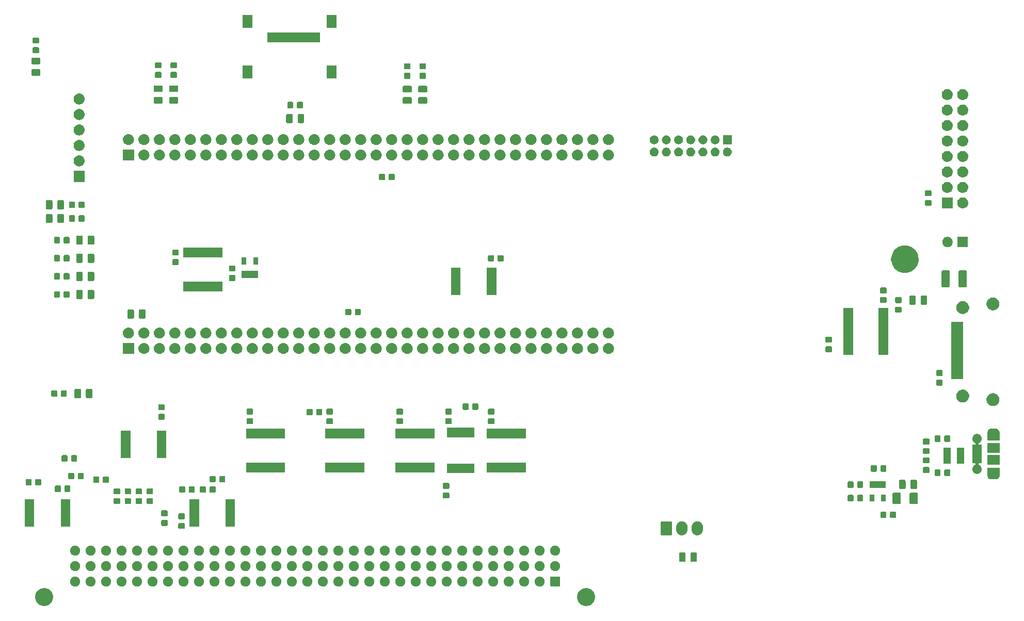
<source format=gbr>
G04 #@! TF.GenerationSoftware,KiCad,Pcbnew,5.0.2+dfsg1-1~bpo9+1*
G04 #@! TF.CreationDate,2022-09-29T16:16:23+02:00*
G04 #@! TF.ProjectId,nubus-to-ztex,6e756275-732d-4746-9f2d-7a7465782e6b,rev?*
G04 #@! TF.SameCoordinates,Original*
G04 #@! TF.FileFunction,Soldermask,Top*
G04 #@! TF.FilePolarity,Negative*
%FSLAX46Y46*%
G04 Gerber Fmt 4.6, Leading zero omitted, Abs format (unit mm)*
G04 Created by KiCad (PCBNEW 5.0.2+dfsg1-1~bpo9+1) date Thu Sep 29 16:16:23 2022*
%MOMM*%
%LPD*%
G01*
G04 APERTURE LIST*
%ADD10C,0.100000*%
G04 APERTURE END LIST*
D10*
G36*
X205510531Y-101120721D02*
X205779149Y-101231986D01*
X206020898Y-101393518D01*
X206226482Y-101599102D01*
X206388014Y-101840851D01*
X206499279Y-102109469D01*
X206556000Y-102394625D01*
X206556000Y-102685375D01*
X206499279Y-102970531D01*
X206388014Y-103239149D01*
X206226482Y-103480898D01*
X206020898Y-103686482D01*
X205779149Y-103848014D01*
X205510531Y-103959279D01*
X205225375Y-104016000D01*
X204934625Y-104016000D01*
X204649469Y-103959279D01*
X204380851Y-103848014D01*
X204139102Y-103686482D01*
X203933518Y-103480898D01*
X203771986Y-103239149D01*
X203660721Y-102970531D01*
X203604000Y-102685375D01*
X203604000Y-102394625D01*
X203660721Y-102109469D01*
X203771986Y-101840851D01*
X203933518Y-101599102D01*
X204139102Y-101393518D01*
X204380851Y-101231986D01*
X204649469Y-101120721D01*
X204934625Y-101064000D01*
X205225375Y-101064000D01*
X205510531Y-101120721D01*
X205510531Y-101120721D01*
G37*
G36*
X116610531Y-101120721D02*
X116879149Y-101231986D01*
X117120898Y-101393518D01*
X117326482Y-101599102D01*
X117488014Y-101840851D01*
X117599279Y-102109469D01*
X117656000Y-102394625D01*
X117656000Y-102685375D01*
X117599279Y-102970531D01*
X117488014Y-103239149D01*
X117326482Y-103480898D01*
X117120898Y-103686482D01*
X116879149Y-103848014D01*
X116610531Y-103959279D01*
X116325375Y-104016000D01*
X116034625Y-104016000D01*
X115749469Y-103959279D01*
X115480851Y-103848014D01*
X115239102Y-103686482D01*
X115033518Y-103480898D01*
X114871986Y-103239149D01*
X114760721Y-102970531D01*
X114704000Y-102685375D01*
X114704000Y-102394625D01*
X114760721Y-102109469D01*
X114871986Y-101840851D01*
X115033518Y-101599102D01*
X115239102Y-101393518D01*
X115480851Y-101231986D01*
X115749469Y-101120721D01*
X116034625Y-101064000D01*
X116325375Y-101064000D01*
X116610531Y-101120721D01*
X116610531Y-101120721D01*
G37*
G36*
X134200935Y-99205742D02*
X134351258Y-99268008D01*
X134486545Y-99358404D01*
X134601596Y-99473455D01*
X134691992Y-99608742D01*
X134754258Y-99759065D01*
X134786000Y-99918646D01*
X134786000Y-100081354D01*
X134754258Y-100240935D01*
X134691992Y-100391258D01*
X134601596Y-100526545D01*
X134486545Y-100641596D01*
X134351258Y-100731992D01*
X134200935Y-100794258D01*
X134041354Y-100826000D01*
X133878646Y-100826000D01*
X133719065Y-100794258D01*
X133568742Y-100731992D01*
X133433455Y-100641596D01*
X133318404Y-100526545D01*
X133228008Y-100391258D01*
X133165742Y-100240935D01*
X133134000Y-100081354D01*
X133134000Y-99918646D01*
X133165742Y-99759065D01*
X133228008Y-99608742D01*
X133318404Y-99473455D01*
X133433455Y-99358404D01*
X133568742Y-99268008D01*
X133719065Y-99205742D01*
X133878646Y-99174000D01*
X134041354Y-99174000D01*
X134200935Y-99205742D01*
X134200935Y-99205742D01*
G37*
G36*
X154520935Y-99205742D02*
X154671258Y-99268008D01*
X154806545Y-99358404D01*
X154921596Y-99473455D01*
X155011992Y-99608742D01*
X155074258Y-99759065D01*
X155106000Y-99918646D01*
X155106000Y-100081354D01*
X155074258Y-100240935D01*
X155011992Y-100391258D01*
X154921596Y-100526545D01*
X154806545Y-100641596D01*
X154671258Y-100731992D01*
X154520935Y-100794258D01*
X154361354Y-100826000D01*
X154198646Y-100826000D01*
X154039065Y-100794258D01*
X153888742Y-100731992D01*
X153753455Y-100641596D01*
X153638404Y-100526545D01*
X153548008Y-100391258D01*
X153485742Y-100240935D01*
X153454000Y-100081354D01*
X153454000Y-99918646D01*
X153485742Y-99759065D01*
X153548008Y-99608742D01*
X153638404Y-99473455D01*
X153753455Y-99358404D01*
X153888742Y-99268008D01*
X154039065Y-99205742D01*
X154198646Y-99174000D01*
X154361354Y-99174000D01*
X154520935Y-99205742D01*
X154520935Y-99205742D01*
G37*
G36*
X151980935Y-99205742D02*
X152131258Y-99268008D01*
X152266545Y-99358404D01*
X152381596Y-99473455D01*
X152471992Y-99608742D01*
X152534258Y-99759065D01*
X152566000Y-99918646D01*
X152566000Y-100081354D01*
X152534258Y-100240935D01*
X152471992Y-100391258D01*
X152381596Y-100526545D01*
X152266545Y-100641596D01*
X152131258Y-100731992D01*
X151980935Y-100794258D01*
X151821354Y-100826000D01*
X151658646Y-100826000D01*
X151499065Y-100794258D01*
X151348742Y-100731992D01*
X151213455Y-100641596D01*
X151098404Y-100526545D01*
X151008008Y-100391258D01*
X150945742Y-100240935D01*
X150914000Y-100081354D01*
X150914000Y-99918646D01*
X150945742Y-99759065D01*
X151008008Y-99608742D01*
X151098404Y-99473455D01*
X151213455Y-99358404D01*
X151348742Y-99268008D01*
X151499065Y-99205742D01*
X151658646Y-99174000D01*
X151821354Y-99174000D01*
X151980935Y-99205742D01*
X151980935Y-99205742D01*
G37*
G36*
X149440935Y-99205742D02*
X149591258Y-99268008D01*
X149726545Y-99358404D01*
X149841596Y-99473455D01*
X149931992Y-99608742D01*
X149994258Y-99759065D01*
X150026000Y-99918646D01*
X150026000Y-100081354D01*
X149994258Y-100240935D01*
X149931992Y-100391258D01*
X149841596Y-100526545D01*
X149726545Y-100641596D01*
X149591258Y-100731992D01*
X149440935Y-100794258D01*
X149281354Y-100826000D01*
X149118646Y-100826000D01*
X148959065Y-100794258D01*
X148808742Y-100731992D01*
X148673455Y-100641596D01*
X148558404Y-100526545D01*
X148468008Y-100391258D01*
X148405742Y-100240935D01*
X148374000Y-100081354D01*
X148374000Y-99918646D01*
X148405742Y-99759065D01*
X148468008Y-99608742D01*
X148558404Y-99473455D01*
X148673455Y-99358404D01*
X148808742Y-99268008D01*
X148959065Y-99205742D01*
X149118646Y-99174000D01*
X149281354Y-99174000D01*
X149440935Y-99205742D01*
X149440935Y-99205742D01*
G37*
G36*
X146900935Y-99205742D02*
X147051258Y-99268008D01*
X147186545Y-99358404D01*
X147301596Y-99473455D01*
X147391992Y-99608742D01*
X147454258Y-99759065D01*
X147486000Y-99918646D01*
X147486000Y-100081354D01*
X147454258Y-100240935D01*
X147391992Y-100391258D01*
X147301596Y-100526545D01*
X147186545Y-100641596D01*
X147051258Y-100731992D01*
X146900935Y-100794258D01*
X146741354Y-100826000D01*
X146578646Y-100826000D01*
X146419065Y-100794258D01*
X146268742Y-100731992D01*
X146133455Y-100641596D01*
X146018404Y-100526545D01*
X145928008Y-100391258D01*
X145865742Y-100240935D01*
X145834000Y-100081354D01*
X145834000Y-99918646D01*
X145865742Y-99759065D01*
X145928008Y-99608742D01*
X146018404Y-99473455D01*
X146133455Y-99358404D01*
X146268742Y-99268008D01*
X146419065Y-99205742D01*
X146578646Y-99174000D01*
X146741354Y-99174000D01*
X146900935Y-99205742D01*
X146900935Y-99205742D01*
G37*
G36*
X144360935Y-99205742D02*
X144511258Y-99268008D01*
X144646545Y-99358404D01*
X144761596Y-99473455D01*
X144851992Y-99608742D01*
X144914258Y-99759065D01*
X144946000Y-99918646D01*
X144946000Y-100081354D01*
X144914258Y-100240935D01*
X144851992Y-100391258D01*
X144761596Y-100526545D01*
X144646545Y-100641596D01*
X144511258Y-100731992D01*
X144360935Y-100794258D01*
X144201354Y-100826000D01*
X144038646Y-100826000D01*
X143879065Y-100794258D01*
X143728742Y-100731992D01*
X143593455Y-100641596D01*
X143478404Y-100526545D01*
X143388008Y-100391258D01*
X143325742Y-100240935D01*
X143294000Y-100081354D01*
X143294000Y-99918646D01*
X143325742Y-99759065D01*
X143388008Y-99608742D01*
X143478404Y-99473455D01*
X143593455Y-99358404D01*
X143728742Y-99268008D01*
X143879065Y-99205742D01*
X144038646Y-99174000D01*
X144201354Y-99174000D01*
X144360935Y-99205742D01*
X144360935Y-99205742D01*
G37*
G36*
X141820935Y-99205742D02*
X141971258Y-99268008D01*
X142106545Y-99358404D01*
X142221596Y-99473455D01*
X142311992Y-99608742D01*
X142374258Y-99759065D01*
X142406000Y-99918646D01*
X142406000Y-100081354D01*
X142374258Y-100240935D01*
X142311992Y-100391258D01*
X142221596Y-100526545D01*
X142106545Y-100641596D01*
X141971258Y-100731992D01*
X141820935Y-100794258D01*
X141661354Y-100826000D01*
X141498646Y-100826000D01*
X141339065Y-100794258D01*
X141188742Y-100731992D01*
X141053455Y-100641596D01*
X140938404Y-100526545D01*
X140848008Y-100391258D01*
X140785742Y-100240935D01*
X140754000Y-100081354D01*
X140754000Y-99918646D01*
X140785742Y-99759065D01*
X140848008Y-99608742D01*
X140938404Y-99473455D01*
X141053455Y-99358404D01*
X141188742Y-99268008D01*
X141339065Y-99205742D01*
X141498646Y-99174000D01*
X141661354Y-99174000D01*
X141820935Y-99205742D01*
X141820935Y-99205742D01*
G37*
G36*
X139280935Y-99205742D02*
X139431258Y-99268008D01*
X139566545Y-99358404D01*
X139681596Y-99473455D01*
X139771992Y-99608742D01*
X139834258Y-99759065D01*
X139866000Y-99918646D01*
X139866000Y-100081354D01*
X139834258Y-100240935D01*
X139771992Y-100391258D01*
X139681596Y-100526545D01*
X139566545Y-100641596D01*
X139431258Y-100731992D01*
X139280935Y-100794258D01*
X139121354Y-100826000D01*
X138958646Y-100826000D01*
X138799065Y-100794258D01*
X138648742Y-100731992D01*
X138513455Y-100641596D01*
X138398404Y-100526545D01*
X138308008Y-100391258D01*
X138245742Y-100240935D01*
X138214000Y-100081354D01*
X138214000Y-99918646D01*
X138245742Y-99759065D01*
X138308008Y-99608742D01*
X138398404Y-99473455D01*
X138513455Y-99358404D01*
X138648742Y-99268008D01*
X138799065Y-99205742D01*
X138958646Y-99174000D01*
X139121354Y-99174000D01*
X139280935Y-99205742D01*
X139280935Y-99205742D01*
G37*
G36*
X136740935Y-99205742D02*
X136891258Y-99268008D01*
X137026545Y-99358404D01*
X137141596Y-99473455D01*
X137231992Y-99608742D01*
X137294258Y-99759065D01*
X137326000Y-99918646D01*
X137326000Y-100081354D01*
X137294258Y-100240935D01*
X137231992Y-100391258D01*
X137141596Y-100526545D01*
X137026545Y-100641596D01*
X136891258Y-100731992D01*
X136740935Y-100794258D01*
X136581354Y-100826000D01*
X136418646Y-100826000D01*
X136259065Y-100794258D01*
X136108742Y-100731992D01*
X135973455Y-100641596D01*
X135858404Y-100526545D01*
X135768008Y-100391258D01*
X135705742Y-100240935D01*
X135674000Y-100081354D01*
X135674000Y-99918646D01*
X135705742Y-99759065D01*
X135768008Y-99608742D01*
X135858404Y-99473455D01*
X135973455Y-99358404D01*
X136108742Y-99268008D01*
X136259065Y-99205742D01*
X136418646Y-99174000D01*
X136581354Y-99174000D01*
X136740935Y-99205742D01*
X136740935Y-99205742D01*
G37*
G36*
X159600935Y-99205742D02*
X159751258Y-99268008D01*
X159886545Y-99358404D01*
X160001596Y-99473455D01*
X160091992Y-99608742D01*
X160154258Y-99759065D01*
X160186000Y-99918646D01*
X160186000Y-100081354D01*
X160154258Y-100240935D01*
X160091992Y-100391258D01*
X160001596Y-100526545D01*
X159886545Y-100641596D01*
X159751258Y-100731992D01*
X159600935Y-100794258D01*
X159441354Y-100826000D01*
X159278646Y-100826000D01*
X159119065Y-100794258D01*
X158968742Y-100731992D01*
X158833455Y-100641596D01*
X158718404Y-100526545D01*
X158628008Y-100391258D01*
X158565742Y-100240935D01*
X158534000Y-100081354D01*
X158534000Y-99918646D01*
X158565742Y-99759065D01*
X158628008Y-99608742D01*
X158718404Y-99473455D01*
X158833455Y-99358404D01*
X158968742Y-99268008D01*
X159119065Y-99205742D01*
X159278646Y-99174000D01*
X159441354Y-99174000D01*
X159600935Y-99205742D01*
X159600935Y-99205742D01*
G37*
G36*
X131660935Y-99205742D02*
X131811258Y-99268008D01*
X131946545Y-99358404D01*
X132061596Y-99473455D01*
X132151992Y-99608742D01*
X132214258Y-99759065D01*
X132246000Y-99918646D01*
X132246000Y-100081354D01*
X132214258Y-100240935D01*
X132151992Y-100391258D01*
X132061596Y-100526545D01*
X131946545Y-100641596D01*
X131811258Y-100731992D01*
X131660935Y-100794258D01*
X131501354Y-100826000D01*
X131338646Y-100826000D01*
X131179065Y-100794258D01*
X131028742Y-100731992D01*
X130893455Y-100641596D01*
X130778404Y-100526545D01*
X130688008Y-100391258D01*
X130625742Y-100240935D01*
X130594000Y-100081354D01*
X130594000Y-99918646D01*
X130625742Y-99759065D01*
X130688008Y-99608742D01*
X130778404Y-99473455D01*
X130893455Y-99358404D01*
X131028742Y-99268008D01*
X131179065Y-99205742D01*
X131338646Y-99174000D01*
X131501354Y-99174000D01*
X131660935Y-99205742D01*
X131660935Y-99205742D01*
G37*
G36*
X129120935Y-99205742D02*
X129271258Y-99268008D01*
X129406545Y-99358404D01*
X129521596Y-99473455D01*
X129611992Y-99608742D01*
X129674258Y-99759065D01*
X129706000Y-99918646D01*
X129706000Y-100081354D01*
X129674258Y-100240935D01*
X129611992Y-100391258D01*
X129521596Y-100526545D01*
X129406545Y-100641596D01*
X129271258Y-100731992D01*
X129120935Y-100794258D01*
X128961354Y-100826000D01*
X128798646Y-100826000D01*
X128639065Y-100794258D01*
X128488742Y-100731992D01*
X128353455Y-100641596D01*
X128238404Y-100526545D01*
X128148008Y-100391258D01*
X128085742Y-100240935D01*
X128054000Y-100081354D01*
X128054000Y-99918646D01*
X128085742Y-99759065D01*
X128148008Y-99608742D01*
X128238404Y-99473455D01*
X128353455Y-99358404D01*
X128488742Y-99268008D01*
X128639065Y-99205742D01*
X128798646Y-99174000D01*
X128961354Y-99174000D01*
X129120935Y-99205742D01*
X129120935Y-99205742D01*
G37*
G36*
X126580935Y-99205742D02*
X126731258Y-99268008D01*
X126866545Y-99358404D01*
X126981596Y-99473455D01*
X127071992Y-99608742D01*
X127134258Y-99759065D01*
X127166000Y-99918646D01*
X127166000Y-100081354D01*
X127134258Y-100240935D01*
X127071992Y-100391258D01*
X126981596Y-100526545D01*
X126866545Y-100641596D01*
X126731258Y-100731992D01*
X126580935Y-100794258D01*
X126421354Y-100826000D01*
X126258646Y-100826000D01*
X126099065Y-100794258D01*
X125948742Y-100731992D01*
X125813455Y-100641596D01*
X125698404Y-100526545D01*
X125608008Y-100391258D01*
X125545742Y-100240935D01*
X125514000Y-100081354D01*
X125514000Y-99918646D01*
X125545742Y-99759065D01*
X125608008Y-99608742D01*
X125698404Y-99473455D01*
X125813455Y-99358404D01*
X125948742Y-99268008D01*
X126099065Y-99205742D01*
X126258646Y-99174000D01*
X126421354Y-99174000D01*
X126580935Y-99205742D01*
X126580935Y-99205742D01*
G37*
G36*
X124040935Y-99205742D02*
X124191258Y-99268008D01*
X124326545Y-99358404D01*
X124441596Y-99473455D01*
X124531992Y-99608742D01*
X124594258Y-99759065D01*
X124626000Y-99918646D01*
X124626000Y-100081354D01*
X124594258Y-100240935D01*
X124531992Y-100391258D01*
X124441596Y-100526545D01*
X124326545Y-100641596D01*
X124191258Y-100731992D01*
X124040935Y-100794258D01*
X123881354Y-100826000D01*
X123718646Y-100826000D01*
X123559065Y-100794258D01*
X123408742Y-100731992D01*
X123273455Y-100641596D01*
X123158404Y-100526545D01*
X123068008Y-100391258D01*
X123005742Y-100240935D01*
X122974000Y-100081354D01*
X122974000Y-99918646D01*
X123005742Y-99759065D01*
X123068008Y-99608742D01*
X123158404Y-99473455D01*
X123273455Y-99358404D01*
X123408742Y-99268008D01*
X123559065Y-99205742D01*
X123718646Y-99174000D01*
X123881354Y-99174000D01*
X124040935Y-99205742D01*
X124040935Y-99205742D01*
G37*
G36*
X121500935Y-99205742D02*
X121651258Y-99268008D01*
X121786545Y-99358404D01*
X121901596Y-99473455D01*
X121991992Y-99608742D01*
X122054258Y-99759065D01*
X122086000Y-99918646D01*
X122086000Y-100081354D01*
X122054258Y-100240935D01*
X121991992Y-100391258D01*
X121901596Y-100526545D01*
X121786545Y-100641596D01*
X121651258Y-100731992D01*
X121500935Y-100794258D01*
X121341354Y-100826000D01*
X121178646Y-100826000D01*
X121019065Y-100794258D01*
X120868742Y-100731992D01*
X120733455Y-100641596D01*
X120618404Y-100526545D01*
X120528008Y-100391258D01*
X120465742Y-100240935D01*
X120434000Y-100081354D01*
X120434000Y-99918646D01*
X120465742Y-99759065D01*
X120528008Y-99608742D01*
X120618404Y-99473455D01*
X120733455Y-99358404D01*
X120868742Y-99268008D01*
X121019065Y-99205742D01*
X121178646Y-99174000D01*
X121341354Y-99174000D01*
X121500935Y-99205742D01*
X121500935Y-99205742D01*
G37*
G36*
X200679569Y-99178086D02*
X200713558Y-99188396D01*
X200744880Y-99205138D01*
X200772332Y-99227668D01*
X200794862Y-99255120D01*
X200811604Y-99286442D01*
X200821914Y-99320431D01*
X200826000Y-99361914D01*
X200826000Y-100638086D01*
X200821914Y-100679569D01*
X200811604Y-100713558D01*
X200794862Y-100744880D01*
X200772332Y-100772332D01*
X200744880Y-100794862D01*
X200713558Y-100811604D01*
X200679569Y-100821914D01*
X200638086Y-100826000D01*
X199361914Y-100826000D01*
X199320431Y-100821914D01*
X199286442Y-100811604D01*
X199255120Y-100794862D01*
X199227668Y-100772332D01*
X199205138Y-100744880D01*
X199188396Y-100713558D01*
X199178086Y-100679569D01*
X199174000Y-100638086D01*
X199174000Y-99361914D01*
X199178086Y-99320431D01*
X199188396Y-99286442D01*
X199205138Y-99255120D01*
X199227668Y-99227668D01*
X199255120Y-99205138D01*
X199286442Y-99188396D01*
X199320431Y-99178086D01*
X199361914Y-99174000D01*
X200638086Y-99174000D01*
X200679569Y-99178086D01*
X200679569Y-99178086D01*
G37*
G36*
X179920935Y-99205742D02*
X180071258Y-99268008D01*
X180206545Y-99358404D01*
X180321596Y-99473455D01*
X180411992Y-99608742D01*
X180474258Y-99759065D01*
X180506000Y-99918646D01*
X180506000Y-100081354D01*
X180474258Y-100240935D01*
X180411992Y-100391258D01*
X180321596Y-100526545D01*
X180206545Y-100641596D01*
X180071258Y-100731992D01*
X179920935Y-100794258D01*
X179761354Y-100826000D01*
X179598646Y-100826000D01*
X179439065Y-100794258D01*
X179288742Y-100731992D01*
X179153455Y-100641596D01*
X179038404Y-100526545D01*
X178948008Y-100391258D01*
X178885742Y-100240935D01*
X178854000Y-100081354D01*
X178854000Y-99918646D01*
X178885742Y-99759065D01*
X178948008Y-99608742D01*
X179038404Y-99473455D01*
X179153455Y-99358404D01*
X179288742Y-99268008D01*
X179439065Y-99205742D01*
X179598646Y-99174000D01*
X179761354Y-99174000D01*
X179920935Y-99205742D01*
X179920935Y-99205742D01*
G37*
G36*
X195160935Y-99205742D02*
X195311258Y-99268008D01*
X195446545Y-99358404D01*
X195561596Y-99473455D01*
X195651992Y-99608742D01*
X195714258Y-99759065D01*
X195746000Y-99918646D01*
X195746000Y-100081354D01*
X195714258Y-100240935D01*
X195651992Y-100391258D01*
X195561596Y-100526545D01*
X195446545Y-100641596D01*
X195311258Y-100731992D01*
X195160935Y-100794258D01*
X195001354Y-100826000D01*
X194838646Y-100826000D01*
X194679065Y-100794258D01*
X194528742Y-100731992D01*
X194393455Y-100641596D01*
X194278404Y-100526545D01*
X194188008Y-100391258D01*
X194125742Y-100240935D01*
X194094000Y-100081354D01*
X194094000Y-99918646D01*
X194125742Y-99759065D01*
X194188008Y-99608742D01*
X194278404Y-99473455D01*
X194393455Y-99358404D01*
X194528742Y-99268008D01*
X194679065Y-99205742D01*
X194838646Y-99174000D01*
X195001354Y-99174000D01*
X195160935Y-99205742D01*
X195160935Y-99205742D01*
G37*
G36*
X197700935Y-99205742D02*
X197851258Y-99268008D01*
X197986545Y-99358404D01*
X198101596Y-99473455D01*
X198191992Y-99608742D01*
X198254258Y-99759065D01*
X198286000Y-99918646D01*
X198286000Y-100081354D01*
X198254258Y-100240935D01*
X198191992Y-100391258D01*
X198101596Y-100526545D01*
X197986545Y-100641596D01*
X197851258Y-100731992D01*
X197700935Y-100794258D01*
X197541354Y-100826000D01*
X197378646Y-100826000D01*
X197219065Y-100794258D01*
X197068742Y-100731992D01*
X196933455Y-100641596D01*
X196818404Y-100526545D01*
X196728008Y-100391258D01*
X196665742Y-100240935D01*
X196634000Y-100081354D01*
X196634000Y-99918646D01*
X196665742Y-99759065D01*
X196728008Y-99608742D01*
X196818404Y-99473455D01*
X196933455Y-99358404D01*
X197068742Y-99268008D01*
X197219065Y-99205742D01*
X197378646Y-99174000D01*
X197541354Y-99174000D01*
X197700935Y-99205742D01*
X197700935Y-99205742D01*
G37*
G36*
X162140935Y-99205742D02*
X162291258Y-99268008D01*
X162426545Y-99358404D01*
X162541596Y-99473455D01*
X162631992Y-99608742D01*
X162694258Y-99759065D01*
X162726000Y-99918646D01*
X162726000Y-100081354D01*
X162694258Y-100240935D01*
X162631992Y-100391258D01*
X162541596Y-100526545D01*
X162426545Y-100641596D01*
X162291258Y-100731992D01*
X162140935Y-100794258D01*
X161981354Y-100826000D01*
X161818646Y-100826000D01*
X161659065Y-100794258D01*
X161508742Y-100731992D01*
X161373455Y-100641596D01*
X161258404Y-100526545D01*
X161168008Y-100391258D01*
X161105742Y-100240935D01*
X161074000Y-100081354D01*
X161074000Y-99918646D01*
X161105742Y-99759065D01*
X161168008Y-99608742D01*
X161258404Y-99473455D01*
X161373455Y-99358404D01*
X161508742Y-99268008D01*
X161659065Y-99205742D01*
X161818646Y-99174000D01*
X161981354Y-99174000D01*
X162140935Y-99205742D01*
X162140935Y-99205742D01*
G37*
G36*
X164680935Y-99205742D02*
X164831258Y-99268008D01*
X164966545Y-99358404D01*
X165081596Y-99473455D01*
X165171992Y-99608742D01*
X165234258Y-99759065D01*
X165266000Y-99918646D01*
X165266000Y-100081354D01*
X165234258Y-100240935D01*
X165171992Y-100391258D01*
X165081596Y-100526545D01*
X164966545Y-100641596D01*
X164831258Y-100731992D01*
X164680935Y-100794258D01*
X164521354Y-100826000D01*
X164358646Y-100826000D01*
X164199065Y-100794258D01*
X164048742Y-100731992D01*
X163913455Y-100641596D01*
X163798404Y-100526545D01*
X163708008Y-100391258D01*
X163645742Y-100240935D01*
X163614000Y-100081354D01*
X163614000Y-99918646D01*
X163645742Y-99759065D01*
X163708008Y-99608742D01*
X163798404Y-99473455D01*
X163913455Y-99358404D01*
X164048742Y-99268008D01*
X164199065Y-99205742D01*
X164358646Y-99174000D01*
X164521354Y-99174000D01*
X164680935Y-99205742D01*
X164680935Y-99205742D01*
G37*
G36*
X167220935Y-99205742D02*
X167371258Y-99268008D01*
X167506545Y-99358404D01*
X167621596Y-99473455D01*
X167711992Y-99608742D01*
X167774258Y-99759065D01*
X167806000Y-99918646D01*
X167806000Y-100081354D01*
X167774258Y-100240935D01*
X167711992Y-100391258D01*
X167621596Y-100526545D01*
X167506545Y-100641596D01*
X167371258Y-100731992D01*
X167220935Y-100794258D01*
X167061354Y-100826000D01*
X166898646Y-100826000D01*
X166739065Y-100794258D01*
X166588742Y-100731992D01*
X166453455Y-100641596D01*
X166338404Y-100526545D01*
X166248008Y-100391258D01*
X166185742Y-100240935D01*
X166154000Y-100081354D01*
X166154000Y-99918646D01*
X166185742Y-99759065D01*
X166248008Y-99608742D01*
X166338404Y-99473455D01*
X166453455Y-99358404D01*
X166588742Y-99268008D01*
X166739065Y-99205742D01*
X166898646Y-99174000D01*
X167061354Y-99174000D01*
X167220935Y-99205742D01*
X167220935Y-99205742D01*
G37*
G36*
X169760935Y-99205742D02*
X169911258Y-99268008D01*
X170046545Y-99358404D01*
X170161596Y-99473455D01*
X170251992Y-99608742D01*
X170314258Y-99759065D01*
X170346000Y-99918646D01*
X170346000Y-100081354D01*
X170314258Y-100240935D01*
X170251992Y-100391258D01*
X170161596Y-100526545D01*
X170046545Y-100641596D01*
X169911258Y-100731992D01*
X169760935Y-100794258D01*
X169601354Y-100826000D01*
X169438646Y-100826000D01*
X169279065Y-100794258D01*
X169128742Y-100731992D01*
X168993455Y-100641596D01*
X168878404Y-100526545D01*
X168788008Y-100391258D01*
X168725742Y-100240935D01*
X168694000Y-100081354D01*
X168694000Y-99918646D01*
X168725742Y-99759065D01*
X168788008Y-99608742D01*
X168878404Y-99473455D01*
X168993455Y-99358404D01*
X169128742Y-99268008D01*
X169279065Y-99205742D01*
X169438646Y-99174000D01*
X169601354Y-99174000D01*
X169760935Y-99205742D01*
X169760935Y-99205742D01*
G37*
G36*
X172300935Y-99205742D02*
X172451258Y-99268008D01*
X172586545Y-99358404D01*
X172701596Y-99473455D01*
X172791992Y-99608742D01*
X172854258Y-99759065D01*
X172886000Y-99918646D01*
X172886000Y-100081354D01*
X172854258Y-100240935D01*
X172791992Y-100391258D01*
X172701596Y-100526545D01*
X172586545Y-100641596D01*
X172451258Y-100731992D01*
X172300935Y-100794258D01*
X172141354Y-100826000D01*
X171978646Y-100826000D01*
X171819065Y-100794258D01*
X171668742Y-100731992D01*
X171533455Y-100641596D01*
X171418404Y-100526545D01*
X171328008Y-100391258D01*
X171265742Y-100240935D01*
X171234000Y-100081354D01*
X171234000Y-99918646D01*
X171265742Y-99759065D01*
X171328008Y-99608742D01*
X171418404Y-99473455D01*
X171533455Y-99358404D01*
X171668742Y-99268008D01*
X171819065Y-99205742D01*
X171978646Y-99174000D01*
X172141354Y-99174000D01*
X172300935Y-99205742D01*
X172300935Y-99205742D01*
G37*
G36*
X174840935Y-99205742D02*
X174991258Y-99268008D01*
X175126545Y-99358404D01*
X175241596Y-99473455D01*
X175331992Y-99608742D01*
X175394258Y-99759065D01*
X175426000Y-99918646D01*
X175426000Y-100081354D01*
X175394258Y-100240935D01*
X175331992Y-100391258D01*
X175241596Y-100526545D01*
X175126545Y-100641596D01*
X174991258Y-100731992D01*
X174840935Y-100794258D01*
X174681354Y-100826000D01*
X174518646Y-100826000D01*
X174359065Y-100794258D01*
X174208742Y-100731992D01*
X174073455Y-100641596D01*
X173958404Y-100526545D01*
X173868008Y-100391258D01*
X173805742Y-100240935D01*
X173774000Y-100081354D01*
X173774000Y-99918646D01*
X173805742Y-99759065D01*
X173868008Y-99608742D01*
X173958404Y-99473455D01*
X174073455Y-99358404D01*
X174208742Y-99268008D01*
X174359065Y-99205742D01*
X174518646Y-99174000D01*
X174681354Y-99174000D01*
X174840935Y-99205742D01*
X174840935Y-99205742D01*
G37*
G36*
X177380935Y-99205742D02*
X177531258Y-99268008D01*
X177666545Y-99358404D01*
X177781596Y-99473455D01*
X177871992Y-99608742D01*
X177934258Y-99759065D01*
X177966000Y-99918646D01*
X177966000Y-100081354D01*
X177934258Y-100240935D01*
X177871992Y-100391258D01*
X177781596Y-100526545D01*
X177666545Y-100641596D01*
X177531258Y-100731992D01*
X177380935Y-100794258D01*
X177221354Y-100826000D01*
X177058646Y-100826000D01*
X176899065Y-100794258D01*
X176748742Y-100731992D01*
X176613455Y-100641596D01*
X176498404Y-100526545D01*
X176408008Y-100391258D01*
X176345742Y-100240935D01*
X176314000Y-100081354D01*
X176314000Y-99918646D01*
X176345742Y-99759065D01*
X176408008Y-99608742D01*
X176498404Y-99473455D01*
X176613455Y-99358404D01*
X176748742Y-99268008D01*
X176899065Y-99205742D01*
X177058646Y-99174000D01*
X177221354Y-99174000D01*
X177380935Y-99205742D01*
X177380935Y-99205742D01*
G37*
G36*
X157060935Y-99205742D02*
X157211258Y-99268008D01*
X157346545Y-99358404D01*
X157461596Y-99473455D01*
X157551992Y-99608742D01*
X157614258Y-99759065D01*
X157646000Y-99918646D01*
X157646000Y-100081354D01*
X157614258Y-100240935D01*
X157551992Y-100391258D01*
X157461596Y-100526545D01*
X157346545Y-100641596D01*
X157211258Y-100731992D01*
X157060935Y-100794258D01*
X156901354Y-100826000D01*
X156738646Y-100826000D01*
X156579065Y-100794258D01*
X156428742Y-100731992D01*
X156293455Y-100641596D01*
X156178404Y-100526545D01*
X156088008Y-100391258D01*
X156025742Y-100240935D01*
X155994000Y-100081354D01*
X155994000Y-99918646D01*
X156025742Y-99759065D01*
X156088008Y-99608742D01*
X156178404Y-99473455D01*
X156293455Y-99358404D01*
X156428742Y-99268008D01*
X156579065Y-99205742D01*
X156738646Y-99174000D01*
X156901354Y-99174000D01*
X157060935Y-99205742D01*
X157060935Y-99205742D01*
G37*
G36*
X182460935Y-99205742D02*
X182611258Y-99268008D01*
X182746545Y-99358404D01*
X182861596Y-99473455D01*
X182951992Y-99608742D01*
X183014258Y-99759065D01*
X183046000Y-99918646D01*
X183046000Y-100081354D01*
X183014258Y-100240935D01*
X182951992Y-100391258D01*
X182861596Y-100526545D01*
X182746545Y-100641596D01*
X182611258Y-100731992D01*
X182460935Y-100794258D01*
X182301354Y-100826000D01*
X182138646Y-100826000D01*
X181979065Y-100794258D01*
X181828742Y-100731992D01*
X181693455Y-100641596D01*
X181578404Y-100526545D01*
X181488008Y-100391258D01*
X181425742Y-100240935D01*
X181394000Y-100081354D01*
X181394000Y-99918646D01*
X181425742Y-99759065D01*
X181488008Y-99608742D01*
X181578404Y-99473455D01*
X181693455Y-99358404D01*
X181828742Y-99268008D01*
X181979065Y-99205742D01*
X182138646Y-99174000D01*
X182301354Y-99174000D01*
X182460935Y-99205742D01*
X182460935Y-99205742D01*
G37*
G36*
X185000935Y-99205742D02*
X185151258Y-99268008D01*
X185286545Y-99358404D01*
X185401596Y-99473455D01*
X185491992Y-99608742D01*
X185554258Y-99759065D01*
X185586000Y-99918646D01*
X185586000Y-100081354D01*
X185554258Y-100240935D01*
X185491992Y-100391258D01*
X185401596Y-100526545D01*
X185286545Y-100641596D01*
X185151258Y-100731992D01*
X185000935Y-100794258D01*
X184841354Y-100826000D01*
X184678646Y-100826000D01*
X184519065Y-100794258D01*
X184368742Y-100731992D01*
X184233455Y-100641596D01*
X184118404Y-100526545D01*
X184028008Y-100391258D01*
X183965742Y-100240935D01*
X183934000Y-100081354D01*
X183934000Y-99918646D01*
X183965742Y-99759065D01*
X184028008Y-99608742D01*
X184118404Y-99473455D01*
X184233455Y-99358404D01*
X184368742Y-99268008D01*
X184519065Y-99205742D01*
X184678646Y-99174000D01*
X184841354Y-99174000D01*
X185000935Y-99205742D01*
X185000935Y-99205742D01*
G37*
G36*
X187540935Y-99205742D02*
X187691258Y-99268008D01*
X187826545Y-99358404D01*
X187941596Y-99473455D01*
X188031992Y-99608742D01*
X188094258Y-99759065D01*
X188126000Y-99918646D01*
X188126000Y-100081354D01*
X188094258Y-100240935D01*
X188031992Y-100391258D01*
X187941596Y-100526545D01*
X187826545Y-100641596D01*
X187691258Y-100731992D01*
X187540935Y-100794258D01*
X187381354Y-100826000D01*
X187218646Y-100826000D01*
X187059065Y-100794258D01*
X186908742Y-100731992D01*
X186773455Y-100641596D01*
X186658404Y-100526545D01*
X186568008Y-100391258D01*
X186505742Y-100240935D01*
X186474000Y-100081354D01*
X186474000Y-99918646D01*
X186505742Y-99759065D01*
X186568008Y-99608742D01*
X186658404Y-99473455D01*
X186773455Y-99358404D01*
X186908742Y-99268008D01*
X187059065Y-99205742D01*
X187218646Y-99174000D01*
X187381354Y-99174000D01*
X187540935Y-99205742D01*
X187540935Y-99205742D01*
G37*
G36*
X190080935Y-99205742D02*
X190231258Y-99268008D01*
X190366545Y-99358404D01*
X190481596Y-99473455D01*
X190571992Y-99608742D01*
X190634258Y-99759065D01*
X190666000Y-99918646D01*
X190666000Y-100081354D01*
X190634258Y-100240935D01*
X190571992Y-100391258D01*
X190481596Y-100526545D01*
X190366545Y-100641596D01*
X190231258Y-100731992D01*
X190080935Y-100794258D01*
X189921354Y-100826000D01*
X189758646Y-100826000D01*
X189599065Y-100794258D01*
X189448742Y-100731992D01*
X189313455Y-100641596D01*
X189198404Y-100526545D01*
X189108008Y-100391258D01*
X189045742Y-100240935D01*
X189014000Y-100081354D01*
X189014000Y-99918646D01*
X189045742Y-99759065D01*
X189108008Y-99608742D01*
X189198404Y-99473455D01*
X189313455Y-99358404D01*
X189448742Y-99268008D01*
X189599065Y-99205742D01*
X189758646Y-99174000D01*
X189921354Y-99174000D01*
X190080935Y-99205742D01*
X190080935Y-99205742D01*
G37*
G36*
X192620935Y-99205742D02*
X192771258Y-99268008D01*
X192906545Y-99358404D01*
X193021596Y-99473455D01*
X193111992Y-99608742D01*
X193174258Y-99759065D01*
X193206000Y-99918646D01*
X193206000Y-100081354D01*
X193174258Y-100240935D01*
X193111992Y-100391258D01*
X193021596Y-100526545D01*
X192906545Y-100641596D01*
X192771258Y-100731992D01*
X192620935Y-100794258D01*
X192461354Y-100826000D01*
X192298646Y-100826000D01*
X192139065Y-100794258D01*
X191988742Y-100731992D01*
X191853455Y-100641596D01*
X191738404Y-100526545D01*
X191648008Y-100391258D01*
X191585742Y-100240935D01*
X191554000Y-100081354D01*
X191554000Y-99918646D01*
X191585742Y-99759065D01*
X191648008Y-99608742D01*
X191738404Y-99473455D01*
X191853455Y-99358404D01*
X191988742Y-99268008D01*
X192139065Y-99205742D01*
X192298646Y-99174000D01*
X192461354Y-99174000D01*
X192620935Y-99205742D01*
X192620935Y-99205742D01*
G37*
G36*
X162140935Y-96665742D02*
X162291258Y-96728008D01*
X162426545Y-96818404D01*
X162541596Y-96933455D01*
X162631992Y-97068742D01*
X162694258Y-97219065D01*
X162726000Y-97378646D01*
X162726000Y-97541354D01*
X162694258Y-97700935D01*
X162631992Y-97851258D01*
X162541596Y-97986545D01*
X162426545Y-98101596D01*
X162291258Y-98191992D01*
X162140935Y-98254258D01*
X161981354Y-98286000D01*
X161818646Y-98286000D01*
X161659065Y-98254258D01*
X161508742Y-98191992D01*
X161373455Y-98101596D01*
X161258404Y-97986545D01*
X161168008Y-97851258D01*
X161105742Y-97700935D01*
X161074000Y-97541354D01*
X161074000Y-97378646D01*
X161105742Y-97219065D01*
X161168008Y-97068742D01*
X161258404Y-96933455D01*
X161373455Y-96818404D01*
X161508742Y-96728008D01*
X161659065Y-96665742D01*
X161818646Y-96634000D01*
X161981354Y-96634000D01*
X162140935Y-96665742D01*
X162140935Y-96665742D01*
G37*
G36*
X164680935Y-96665742D02*
X164831258Y-96728008D01*
X164966545Y-96818404D01*
X165081596Y-96933455D01*
X165171992Y-97068742D01*
X165234258Y-97219065D01*
X165266000Y-97378646D01*
X165266000Y-97541354D01*
X165234258Y-97700935D01*
X165171992Y-97851258D01*
X165081596Y-97986545D01*
X164966545Y-98101596D01*
X164831258Y-98191992D01*
X164680935Y-98254258D01*
X164521354Y-98286000D01*
X164358646Y-98286000D01*
X164199065Y-98254258D01*
X164048742Y-98191992D01*
X163913455Y-98101596D01*
X163798404Y-97986545D01*
X163708008Y-97851258D01*
X163645742Y-97700935D01*
X163614000Y-97541354D01*
X163614000Y-97378646D01*
X163645742Y-97219065D01*
X163708008Y-97068742D01*
X163798404Y-96933455D01*
X163913455Y-96818404D01*
X164048742Y-96728008D01*
X164199065Y-96665742D01*
X164358646Y-96634000D01*
X164521354Y-96634000D01*
X164680935Y-96665742D01*
X164680935Y-96665742D01*
G37*
G36*
X167220935Y-96665742D02*
X167371258Y-96728008D01*
X167506545Y-96818404D01*
X167621596Y-96933455D01*
X167711992Y-97068742D01*
X167774258Y-97219065D01*
X167806000Y-97378646D01*
X167806000Y-97541354D01*
X167774258Y-97700935D01*
X167711992Y-97851258D01*
X167621596Y-97986545D01*
X167506545Y-98101596D01*
X167371258Y-98191992D01*
X167220935Y-98254258D01*
X167061354Y-98286000D01*
X166898646Y-98286000D01*
X166739065Y-98254258D01*
X166588742Y-98191992D01*
X166453455Y-98101596D01*
X166338404Y-97986545D01*
X166248008Y-97851258D01*
X166185742Y-97700935D01*
X166154000Y-97541354D01*
X166154000Y-97378646D01*
X166185742Y-97219065D01*
X166248008Y-97068742D01*
X166338404Y-96933455D01*
X166453455Y-96818404D01*
X166588742Y-96728008D01*
X166739065Y-96665742D01*
X166898646Y-96634000D01*
X167061354Y-96634000D01*
X167220935Y-96665742D01*
X167220935Y-96665742D01*
G37*
G36*
X169760935Y-96665742D02*
X169911258Y-96728008D01*
X170046545Y-96818404D01*
X170161596Y-96933455D01*
X170251992Y-97068742D01*
X170314258Y-97219065D01*
X170346000Y-97378646D01*
X170346000Y-97541354D01*
X170314258Y-97700935D01*
X170251992Y-97851258D01*
X170161596Y-97986545D01*
X170046545Y-98101596D01*
X169911258Y-98191992D01*
X169760935Y-98254258D01*
X169601354Y-98286000D01*
X169438646Y-98286000D01*
X169279065Y-98254258D01*
X169128742Y-98191992D01*
X168993455Y-98101596D01*
X168878404Y-97986545D01*
X168788008Y-97851258D01*
X168725742Y-97700935D01*
X168694000Y-97541354D01*
X168694000Y-97378646D01*
X168725742Y-97219065D01*
X168788008Y-97068742D01*
X168878404Y-96933455D01*
X168993455Y-96818404D01*
X169128742Y-96728008D01*
X169279065Y-96665742D01*
X169438646Y-96634000D01*
X169601354Y-96634000D01*
X169760935Y-96665742D01*
X169760935Y-96665742D01*
G37*
G36*
X172300935Y-96665742D02*
X172451258Y-96728008D01*
X172586545Y-96818404D01*
X172701596Y-96933455D01*
X172791992Y-97068742D01*
X172854258Y-97219065D01*
X172886000Y-97378646D01*
X172886000Y-97541354D01*
X172854258Y-97700935D01*
X172791992Y-97851258D01*
X172701596Y-97986545D01*
X172586545Y-98101596D01*
X172451258Y-98191992D01*
X172300935Y-98254258D01*
X172141354Y-98286000D01*
X171978646Y-98286000D01*
X171819065Y-98254258D01*
X171668742Y-98191992D01*
X171533455Y-98101596D01*
X171418404Y-97986545D01*
X171328008Y-97851258D01*
X171265742Y-97700935D01*
X171234000Y-97541354D01*
X171234000Y-97378646D01*
X171265742Y-97219065D01*
X171328008Y-97068742D01*
X171418404Y-96933455D01*
X171533455Y-96818404D01*
X171668742Y-96728008D01*
X171819065Y-96665742D01*
X171978646Y-96634000D01*
X172141354Y-96634000D01*
X172300935Y-96665742D01*
X172300935Y-96665742D01*
G37*
G36*
X174840935Y-96665742D02*
X174991258Y-96728008D01*
X175126545Y-96818404D01*
X175241596Y-96933455D01*
X175331992Y-97068742D01*
X175394258Y-97219065D01*
X175426000Y-97378646D01*
X175426000Y-97541354D01*
X175394258Y-97700935D01*
X175331992Y-97851258D01*
X175241596Y-97986545D01*
X175126545Y-98101596D01*
X174991258Y-98191992D01*
X174840935Y-98254258D01*
X174681354Y-98286000D01*
X174518646Y-98286000D01*
X174359065Y-98254258D01*
X174208742Y-98191992D01*
X174073455Y-98101596D01*
X173958404Y-97986545D01*
X173868008Y-97851258D01*
X173805742Y-97700935D01*
X173774000Y-97541354D01*
X173774000Y-97378646D01*
X173805742Y-97219065D01*
X173868008Y-97068742D01*
X173958404Y-96933455D01*
X174073455Y-96818404D01*
X174208742Y-96728008D01*
X174359065Y-96665742D01*
X174518646Y-96634000D01*
X174681354Y-96634000D01*
X174840935Y-96665742D01*
X174840935Y-96665742D01*
G37*
G36*
X177380935Y-96665742D02*
X177531258Y-96728008D01*
X177666545Y-96818404D01*
X177781596Y-96933455D01*
X177871992Y-97068742D01*
X177934258Y-97219065D01*
X177966000Y-97378646D01*
X177966000Y-97541354D01*
X177934258Y-97700935D01*
X177871992Y-97851258D01*
X177781596Y-97986545D01*
X177666545Y-98101596D01*
X177531258Y-98191992D01*
X177380935Y-98254258D01*
X177221354Y-98286000D01*
X177058646Y-98286000D01*
X176899065Y-98254258D01*
X176748742Y-98191992D01*
X176613455Y-98101596D01*
X176498404Y-97986545D01*
X176408008Y-97851258D01*
X176345742Y-97700935D01*
X176314000Y-97541354D01*
X176314000Y-97378646D01*
X176345742Y-97219065D01*
X176408008Y-97068742D01*
X176498404Y-96933455D01*
X176613455Y-96818404D01*
X176748742Y-96728008D01*
X176899065Y-96665742D01*
X177058646Y-96634000D01*
X177221354Y-96634000D01*
X177380935Y-96665742D01*
X177380935Y-96665742D01*
G37*
G36*
X179920935Y-96665742D02*
X180071258Y-96728008D01*
X180206545Y-96818404D01*
X180321596Y-96933455D01*
X180411992Y-97068742D01*
X180474258Y-97219065D01*
X180506000Y-97378646D01*
X180506000Y-97541354D01*
X180474258Y-97700935D01*
X180411992Y-97851258D01*
X180321596Y-97986545D01*
X180206545Y-98101596D01*
X180071258Y-98191992D01*
X179920935Y-98254258D01*
X179761354Y-98286000D01*
X179598646Y-98286000D01*
X179439065Y-98254258D01*
X179288742Y-98191992D01*
X179153455Y-98101596D01*
X179038404Y-97986545D01*
X178948008Y-97851258D01*
X178885742Y-97700935D01*
X178854000Y-97541354D01*
X178854000Y-97378646D01*
X178885742Y-97219065D01*
X178948008Y-97068742D01*
X179038404Y-96933455D01*
X179153455Y-96818404D01*
X179288742Y-96728008D01*
X179439065Y-96665742D01*
X179598646Y-96634000D01*
X179761354Y-96634000D01*
X179920935Y-96665742D01*
X179920935Y-96665742D01*
G37*
G36*
X182460935Y-96665742D02*
X182611258Y-96728008D01*
X182746545Y-96818404D01*
X182861596Y-96933455D01*
X182951992Y-97068742D01*
X183014258Y-97219065D01*
X183046000Y-97378646D01*
X183046000Y-97541354D01*
X183014258Y-97700935D01*
X182951992Y-97851258D01*
X182861596Y-97986545D01*
X182746545Y-98101596D01*
X182611258Y-98191992D01*
X182460935Y-98254258D01*
X182301354Y-98286000D01*
X182138646Y-98286000D01*
X181979065Y-98254258D01*
X181828742Y-98191992D01*
X181693455Y-98101596D01*
X181578404Y-97986545D01*
X181488008Y-97851258D01*
X181425742Y-97700935D01*
X181394000Y-97541354D01*
X181394000Y-97378646D01*
X181425742Y-97219065D01*
X181488008Y-97068742D01*
X181578404Y-96933455D01*
X181693455Y-96818404D01*
X181828742Y-96728008D01*
X181979065Y-96665742D01*
X182138646Y-96634000D01*
X182301354Y-96634000D01*
X182460935Y-96665742D01*
X182460935Y-96665742D01*
G37*
G36*
X185000935Y-96665742D02*
X185151258Y-96728008D01*
X185286545Y-96818404D01*
X185401596Y-96933455D01*
X185491992Y-97068742D01*
X185554258Y-97219065D01*
X185586000Y-97378646D01*
X185586000Y-97541354D01*
X185554258Y-97700935D01*
X185491992Y-97851258D01*
X185401596Y-97986545D01*
X185286545Y-98101596D01*
X185151258Y-98191992D01*
X185000935Y-98254258D01*
X184841354Y-98286000D01*
X184678646Y-98286000D01*
X184519065Y-98254258D01*
X184368742Y-98191992D01*
X184233455Y-98101596D01*
X184118404Y-97986545D01*
X184028008Y-97851258D01*
X183965742Y-97700935D01*
X183934000Y-97541354D01*
X183934000Y-97378646D01*
X183965742Y-97219065D01*
X184028008Y-97068742D01*
X184118404Y-96933455D01*
X184233455Y-96818404D01*
X184368742Y-96728008D01*
X184519065Y-96665742D01*
X184678646Y-96634000D01*
X184841354Y-96634000D01*
X185000935Y-96665742D01*
X185000935Y-96665742D01*
G37*
G36*
X187540935Y-96665742D02*
X187691258Y-96728008D01*
X187826545Y-96818404D01*
X187941596Y-96933455D01*
X188031992Y-97068742D01*
X188094258Y-97219065D01*
X188126000Y-97378646D01*
X188126000Y-97541354D01*
X188094258Y-97700935D01*
X188031992Y-97851258D01*
X187941596Y-97986545D01*
X187826545Y-98101596D01*
X187691258Y-98191992D01*
X187540935Y-98254258D01*
X187381354Y-98286000D01*
X187218646Y-98286000D01*
X187059065Y-98254258D01*
X186908742Y-98191992D01*
X186773455Y-98101596D01*
X186658404Y-97986545D01*
X186568008Y-97851258D01*
X186505742Y-97700935D01*
X186474000Y-97541354D01*
X186474000Y-97378646D01*
X186505742Y-97219065D01*
X186568008Y-97068742D01*
X186658404Y-96933455D01*
X186773455Y-96818404D01*
X186908742Y-96728008D01*
X187059065Y-96665742D01*
X187218646Y-96634000D01*
X187381354Y-96634000D01*
X187540935Y-96665742D01*
X187540935Y-96665742D01*
G37*
G36*
X190080935Y-96665742D02*
X190231258Y-96728008D01*
X190366545Y-96818404D01*
X190481596Y-96933455D01*
X190571992Y-97068742D01*
X190634258Y-97219065D01*
X190666000Y-97378646D01*
X190666000Y-97541354D01*
X190634258Y-97700935D01*
X190571992Y-97851258D01*
X190481596Y-97986545D01*
X190366545Y-98101596D01*
X190231258Y-98191992D01*
X190080935Y-98254258D01*
X189921354Y-98286000D01*
X189758646Y-98286000D01*
X189599065Y-98254258D01*
X189448742Y-98191992D01*
X189313455Y-98101596D01*
X189198404Y-97986545D01*
X189108008Y-97851258D01*
X189045742Y-97700935D01*
X189014000Y-97541354D01*
X189014000Y-97378646D01*
X189045742Y-97219065D01*
X189108008Y-97068742D01*
X189198404Y-96933455D01*
X189313455Y-96818404D01*
X189448742Y-96728008D01*
X189599065Y-96665742D01*
X189758646Y-96634000D01*
X189921354Y-96634000D01*
X190080935Y-96665742D01*
X190080935Y-96665742D01*
G37*
G36*
X192620935Y-96665742D02*
X192771258Y-96728008D01*
X192906545Y-96818404D01*
X193021596Y-96933455D01*
X193111992Y-97068742D01*
X193174258Y-97219065D01*
X193206000Y-97378646D01*
X193206000Y-97541354D01*
X193174258Y-97700935D01*
X193111992Y-97851258D01*
X193021596Y-97986545D01*
X192906545Y-98101596D01*
X192771258Y-98191992D01*
X192620935Y-98254258D01*
X192461354Y-98286000D01*
X192298646Y-98286000D01*
X192139065Y-98254258D01*
X191988742Y-98191992D01*
X191853455Y-98101596D01*
X191738404Y-97986545D01*
X191648008Y-97851258D01*
X191585742Y-97700935D01*
X191554000Y-97541354D01*
X191554000Y-97378646D01*
X191585742Y-97219065D01*
X191648008Y-97068742D01*
X191738404Y-96933455D01*
X191853455Y-96818404D01*
X191988742Y-96728008D01*
X192139065Y-96665742D01*
X192298646Y-96634000D01*
X192461354Y-96634000D01*
X192620935Y-96665742D01*
X192620935Y-96665742D01*
G37*
G36*
X195160935Y-96665742D02*
X195311258Y-96728008D01*
X195446545Y-96818404D01*
X195561596Y-96933455D01*
X195651992Y-97068742D01*
X195714258Y-97219065D01*
X195746000Y-97378646D01*
X195746000Y-97541354D01*
X195714258Y-97700935D01*
X195651992Y-97851258D01*
X195561596Y-97986545D01*
X195446545Y-98101596D01*
X195311258Y-98191992D01*
X195160935Y-98254258D01*
X195001354Y-98286000D01*
X194838646Y-98286000D01*
X194679065Y-98254258D01*
X194528742Y-98191992D01*
X194393455Y-98101596D01*
X194278404Y-97986545D01*
X194188008Y-97851258D01*
X194125742Y-97700935D01*
X194094000Y-97541354D01*
X194094000Y-97378646D01*
X194125742Y-97219065D01*
X194188008Y-97068742D01*
X194278404Y-96933455D01*
X194393455Y-96818404D01*
X194528742Y-96728008D01*
X194679065Y-96665742D01*
X194838646Y-96634000D01*
X195001354Y-96634000D01*
X195160935Y-96665742D01*
X195160935Y-96665742D01*
G37*
G36*
X197700935Y-96665742D02*
X197851258Y-96728008D01*
X197986545Y-96818404D01*
X198101596Y-96933455D01*
X198191992Y-97068742D01*
X198254258Y-97219065D01*
X198286000Y-97378646D01*
X198286000Y-97541354D01*
X198254258Y-97700935D01*
X198191992Y-97851258D01*
X198101596Y-97986545D01*
X197986545Y-98101596D01*
X197851258Y-98191992D01*
X197700935Y-98254258D01*
X197541354Y-98286000D01*
X197378646Y-98286000D01*
X197219065Y-98254258D01*
X197068742Y-98191992D01*
X196933455Y-98101596D01*
X196818404Y-97986545D01*
X196728008Y-97851258D01*
X196665742Y-97700935D01*
X196634000Y-97541354D01*
X196634000Y-97378646D01*
X196665742Y-97219065D01*
X196728008Y-97068742D01*
X196818404Y-96933455D01*
X196933455Y-96818404D01*
X197068742Y-96728008D01*
X197219065Y-96665742D01*
X197378646Y-96634000D01*
X197541354Y-96634000D01*
X197700935Y-96665742D01*
X197700935Y-96665742D01*
G37*
G36*
X200240935Y-96665742D02*
X200391258Y-96728008D01*
X200526545Y-96818404D01*
X200641596Y-96933455D01*
X200731992Y-97068742D01*
X200794258Y-97219065D01*
X200826000Y-97378646D01*
X200826000Y-97541354D01*
X200794258Y-97700935D01*
X200731992Y-97851258D01*
X200641596Y-97986545D01*
X200526545Y-98101596D01*
X200391258Y-98191992D01*
X200240935Y-98254258D01*
X200081354Y-98286000D01*
X199918646Y-98286000D01*
X199759065Y-98254258D01*
X199608742Y-98191992D01*
X199473455Y-98101596D01*
X199358404Y-97986545D01*
X199268008Y-97851258D01*
X199205742Y-97700935D01*
X199174000Y-97541354D01*
X199174000Y-97378646D01*
X199205742Y-97219065D01*
X199268008Y-97068742D01*
X199358404Y-96933455D01*
X199473455Y-96818404D01*
X199608742Y-96728008D01*
X199759065Y-96665742D01*
X199918646Y-96634000D01*
X200081354Y-96634000D01*
X200240935Y-96665742D01*
X200240935Y-96665742D01*
G37*
G36*
X141820935Y-96665742D02*
X141971258Y-96728008D01*
X142106545Y-96818404D01*
X142221596Y-96933455D01*
X142311992Y-97068742D01*
X142374258Y-97219065D01*
X142406000Y-97378646D01*
X142406000Y-97541354D01*
X142374258Y-97700935D01*
X142311992Y-97851258D01*
X142221596Y-97986545D01*
X142106545Y-98101596D01*
X141971258Y-98191992D01*
X141820935Y-98254258D01*
X141661354Y-98286000D01*
X141498646Y-98286000D01*
X141339065Y-98254258D01*
X141188742Y-98191992D01*
X141053455Y-98101596D01*
X140938404Y-97986545D01*
X140848008Y-97851258D01*
X140785742Y-97700935D01*
X140754000Y-97541354D01*
X140754000Y-97378646D01*
X140785742Y-97219065D01*
X140848008Y-97068742D01*
X140938404Y-96933455D01*
X141053455Y-96818404D01*
X141188742Y-96728008D01*
X141339065Y-96665742D01*
X141498646Y-96634000D01*
X141661354Y-96634000D01*
X141820935Y-96665742D01*
X141820935Y-96665742D01*
G37*
G36*
X121500935Y-96665742D02*
X121651258Y-96728008D01*
X121786545Y-96818404D01*
X121901596Y-96933455D01*
X121991992Y-97068742D01*
X122054258Y-97219065D01*
X122086000Y-97378646D01*
X122086000Y-97541354D01*
X122054258Y-97700935D01*
X121991992Y-97851258D01*
X121901596Y-97986545D01*
X121786545Y-98101596D01*
X121651258Y-98191992D01*
X121500935Y-98254258D01*
X121341354Y-98286000D01*
X121178646Y-98286000D01*
X121019065Y-98254258D01*
X120868742Y-98191992D01*
X120733455Y-98101596D01*
X120618404Y-97986545D01*
X120528008Y-97851258D01*
X120465742Y-97700935D01*
X120434000Y-97541354D01*
X120434000Y-97378646D01*
X120465742Y-97219065D01*
X120528008Y-97068742D01*
X120618404Y-96933455D01*
X120733455Y-96818404D01*
X120868742Y-96728008D01*
X121019065Y-96665742D01*
X121178646Y-96634000D01*
X121341354Y-96634000D01*
X121500935Y-96665742D01*
X121500935Y-96665742D01*
G37*
G36*
X159600935Y-96665742D02*
X159751258Y-96728008D01*
X159886545Y-96818404D01*
X160001596Y-96933455D01*
X160091992Y-97068742D01*
X160154258Y-97219065D01*
X160186000Y-97378646D01*
X160186000Y-97541354D01*
X160154258Y-97700935D01*
X160091992Y-97851258D01*
X160001596Y-97986545D01*
X159886545Y-98101596D01*
X159751258Y-98191992D01*
X159600935Y-98254258D01*
X159441354Y-98286000D01*
X159278646Y-98286000D01*
X159119065Y-98254258D01*
X158968742Y-98191992D01*
X158833455Y-98101596D01*
X158718404Y-97986545D01*
X158628008Y-97851258D01*
X158565742Y-97700935D01*
X158534000Y-97541354D01*
X158534000Y-97378646D01*
X158565742Y-97219065D01*
X158628008Y-97068742D01*
X158718404Y-96933455D01*
X158833455Y-96818404D01*
X158968742Y-96728008D01*
X159119065Y-96665742D01*
X159278646Y-96634000D01*
X159441354Y-96634000D01*
X159600935Y-96665742D01*
X159600935Y-96665742D01*
G37*
G36*
X157060935Y-96665742D02*
X157211258Y-96728008D01*
X157346545Y-96818404D01*
X157461596Y-96933455D01*
X157551992Y-97068742D01*
X157614258Y-97219065D01*
X157646000Y-97378646D01*
X157646000Y-97541354D01*
X157614258Y-97700935D01*
X157551992Y-97851258D01*
X157461596Y-97986545D01*
X157346545Y-98101596D01*
X157211258Y-98191992D01*
X157060935Y-98254258D01*
X156901354Y-98286000D01*
X156738646Y-98286000D01*
X156579065Y-98254258D01*
X156428742Y-98191992D01*
X156293455Y-98101596D01*
X156178404Y-97986545D01*
X156088008Y-97851258D01*
X156025742Y-97700935D01*
X155994000Y-97541354D01*
X155994000Y-97378646D01*
X156025742Y-97219065D01*
X156088008Y-97068742D01*
X156178404Y-96933455D01*
X156293455Y-96818404D01*
X156428742Y-96728008D01*
X156579065Y-96665742D01*
X156738646Y-96634000D01*
X156901354Y-96634000D01*
X157060935Y-96665742D01*
X157060935Y-96665742D01*
G37*
G36*
X154520935Y-96665742D02*
X154671258Y-96728008D01*
X154806545Y-96818404D01*
X154921596Y-96933455D01*
X155011992Y-97068742D01*
X155074258Y-97219065D01*
X155106000Y-97378646D01*
X155106000Y-97541354D01*
X155074258Y-97700935D01*
X155011992Y-97851258D01*
X154921596Y-97986545D01*
X154806545Y-98101596D01*
X154671258Y-98191992D01*
X154520935Y-98254258D01*
X154361354Y-98286000D01*
X154198646Y-98286000D01*
X154039065Y-98254258D01*
X153888742Y-98191992D01*
X153753455Y-98101596D01*
X153638404Y-97986545D01*
X153548008Y-97851258D01*
X153485742Y-97700935D01*
X153454000Y-97541354D01*
X153454000Y-97378646D01*
X153485742Y-97219065D01*
X153548008Y-97068742D01*
X153638404Y-96933455D01*
X153753455Y-96818404D01*
X153888742Y-96728008D01*
X154039065Y-96665742D01*
X154198646Y-96634000D01*
X154361354Y-96634000D01*
X154520935Y-96665742D01*
X154520935Y-96665742D01*
G37*
G36*
X151980935Y-96665742D02*
X152131258Y-96728008D01*
X152266545Y-96818404D01*
X152381596Y-96933455D01*
X152471992Y-97068742D01*
X152534258Y-97219065D01*
X152566000Y-97378646D01*
X152566000Y-97541354D01*
X152534258Y-97700935D01*
X152471992Y-97851258D01*
X152381596Y-97986545D01*
X152266545Y-98101596D01*
X152131258Y-98191992D01*
X151980935Y-98254258D01*
X151821354Y-98286000D01*
X151658646Y-98286000D01*
X151499065Y-98254258D01*
X151348742Y-98191992D01*
X151213455Y-98101596D01*
X151098404Y-97986545D01*
X151008008Y-97851258D01*
X150945742Y-97700935D01*
X150914000Y-97541354D01*
X150914000Y-97378646D01*
X150945742Y-97219065D01*
X151008008Y-97068742D01*
X151098404Y-96933455D01*
X151213455Y-96818404D01*
X151348742Y-96728008D01*
X151499065Y-96665742D01*
X151658646Y-96634000D01*
X151821354Y-96634000D01*
X151980935Y-96665742D01*
X151980935Y-96665742D01*
G37*
G36*
X149440935Y-96665742D02*
X149591258Y-96728008D01*
X149726545Y-96818404D01*
X149841596Y-96933455D01*
X149931992Y-97068742D01*
X149994258Y-97219065D01*
X150026000Y-97378646D01*
X150026000Y-97541354D01*
X149994258Y-97700935D01*
X149931992Y-97851258D01*
X149841596Y-97986545D01*
X149726545Y-98101596D01*
X149591258Y-98191992D01*
X149440935Y-98254258D01*
X149281354Y-98286000D01*
X149118646Y-98286000D01*
X148959065Y-98254258D01*
X148808742Y-98191992D01*
X148673455Y-98101596D01*
X148558404Y-97986545D01*
X148468008Y-97851258D01*
X148405742Y-97700935D01*
X148374000Y-97541354D01*
X148374000Y-97378646D01*
X148405742Y-97219065D01*
X148468008Y-97068742D01*
X148558404Y-96933455D01*
X148673455Y-96818404D01*
X148808742Y-96728008D01*
X148959065Y-96665742D01*
X149118646Y-96634000D01*
X149281354Y-96634000D01*
X149440935Y-96665742D01*
X149440935Y-96665742D01*
G37*
G36*
X146900935Y-96665742D02*
X147051258Y-96728008D01*
X147186545Y-96818404D01*
X147301596Y-96933455D01*
X147391992Y-97068742D01*
X147454258Y-97219065D01*
X147486000Y-97378646D01*
X147486000Y-97541354D01*
X147454258Y-97700935D01*
X147391992Y-97851258D01*
X147301596Y-97986545D01*
X147186545Y-98101596D01*
X147051258Y-98191992D01*
X146900935Y-98254258D01*
X146741354Y-98286000D01*
X146578646Y-98286000D01*
X146419065Y-98254258D01*
X146268742Y-98191992D01*
X146133455Y-98101596D01*
X146018404Y-97986545D01*
X145928008Y-97851258D01*
X145865742Y-97700935D01*
X145834000Y-97541354D01*
X145834000Y-97378646D01*
X145865742Y-97219065D01*
X145928008Y-97068742D01*
X146018404Y-96933455D01*
X146133455Y-96818404D01*
X146268742Y-96728008D01*
X146419065Y-96665742D01*
X146578646Y-96634000D01*
X146741354Y-96634000D01*
X146900935Y-96665742D01*
X146900935Y-96665742D01*
G37*
G36*
X144360935Y-96665742D02*
X144511258Y-96728008D01*
X144646545Y-96818404D01*
X144761596Y-96933455D01*
X144851992Y-97068742D01*
X144914258Y-97219065D01*
X144946000Y-97378646D01*
X144946000Y-97541354D01*
X144914258Y-97700935D01*
X144851992Y-97851258D01*
X144761596Y-97986545D01*
X144646545Y-98101596D01*
X144511258Y-98191992D01*
X144360935Y-98254258D01*
X144201354Y-98286000D01*
X144038646Y-98286000D01*
X143879065Y-98254258D01*
X143728742Y-98191992D01*
X143593455Y-98101596D01*
X143478404Y-97986545D01*
X143388008Y-97851258D01*
X143325742Y-97700935D01*
X143294000Y-97541354D01*
X143294000Y-97378646D01*
X143325742Y-97219065D01*
X143388008Y-97068742D01*
X143478404Y-96933455D01*
X143593455Y-96818404D01*
X143728742Y-96728008D01*
X143879065Y-96665742D01*
X144038646Y-96634000D01*
X144201354Y-96634000D01*
X144360935Y-96665742D01*
X144360935Y-96665742D01*
G37*
G36*
X139280935Y-96665742D02*
X139431258Y-96728008D01*
X139566545Y-96818404D01*
X139681596Y-96933455D01*
X139771992Y-97068742D01*
X139834258Y-97219065D01*
X139866000Y-97378646D01*
X139866000Y-97541354D01*
X139834258Y-97700935D01*
X139771992Y-97851258D01*
X139681596Y-97986545D01*
X139566545Y-98101596D01*
X139431258Y-98191992D01*
X139280935Y-98254258D01*
X139121354Y-98286000D01*
X138958646Y-98286000D01*
X138799065Y-98254258D01*
X138648742Y-98191992D01*
X138513455Y-98101596D01*
X138398404Y-97986545D01*
X138308008Y-97851258D01*
X138245742Y-97700935D01*
X138214000Y-97541354D01*
X138214000Y-97378646D01*
X138245742Y-97219065D01*
X138308008Y-97068742D01*
X138398404Y-96933455D01*
X138513455Y-96818404D01*
X138648742Y-96728008D01*
X138799065Y-96665742D01*
X138958646Y-96634000D01*
X139121354Y-96634000D01*
X139280935Y-96665742D01*
X139280935Y-96665742D01*
G37*
G36*
X136740935Y-96665742D02*
X136891258Y-96728008D01*
X137026545Y-96818404D01*
X137141596Y-96933455D01*
X137231992Y-97068742D01*
X137294258Y-97219065D01*
X137326000Y-97378646D01*
X137326000Y-97541354D01*
X137294258Y-97700935D01*
X137231992Y-97851258D01*
X137141596Y-97986545D01*
X137026545Y-98101596D01*
X136891258Y-98191992D01*
X136740935Y-98254258D01*
X136581354Y-98286000D01*
X136418646Y-98286000D01*
X136259065Y-98254258D01*
X136108742Y-98191992D01*
X135973455Y-98101596D01*
X135858404Y-97986545D01*
X135768008Y-97851258D01*
X135705742Y-97700935D01*
X135674000Y-97541354D01*
X135674000Y-97378646D01*
X135705742Y-97219065D01*
X135768008Y-97068742D01*
X135858404Y-96933455D01*
X135973455Y-96818404D01*
X136108742Y-96728008D01*
X136259065Y-96665742D01*
X136418646Y-96634000D01*
X136581354Y-96634000D01*
X136740935Y-96665742D01*
X136740935Y-96665742D01*
G37*
G36*
X134200935Y-96665742D02*
X134351258Y-96728008D01*
X134486545Y-96818404D01*
X134601596Y-96933455D01*
X134691992Y-97068742D01*
X134754258Y-97219065D01*
X134786000Y-97378646D01*
X134786000Y-97541354D01*
X134754258Y-97700935D01*
X134691992Y-97851258D01*
X134601596Y-97986545D01*
X134486545Y-98101596D01*
X134351258Y-98191992D01*
X134200935Y-98254258D01*
X134041354Y-98286000D01*
X133878646Y-98286000D01*
X133719065Y-98254258D01*
X133568742Y-98191992D01*
X133433455Y-98101596D01*
X133318404Y-97986545D01*
X133228008Y-97851258D01*
X133165742Y-97700935D01*
X133134000Y-97541354D01*
X133134000Y-97378646D01*
X133165742Y-97219065D01*
X133228008Y-97068742D01*
X133318404Y-96933455D01*
X133433455Y-96818404D01*
X133568742Y-96728008D01*
X133719065Y-96665742D01*
X133878646Y-96634000D01*
X134041354Y-96634000D01*
X134200935Y-96665742D01*
X134200935Y-96665742D01*
G37*
G36*
X131660935Y-96665742D02*
X131811258Y-96728008D01*
X131946545Y-96818404D01*
X132061596Y-96933455D01*
X132151992Y-97068742D01*
X132214258Y-97219065D01*
X132246000Y-97378646D01*
X132246000Y-97541354D01*
X132214258Y-97700935D01*
X132151992Y-97851258D01*
X132061596Y-97986545D01*
X131946545Y-98101596D01*
X131811258Y-98191992D01*
X131660935Y-98254258D01*
X131501354Y-98286000D01*
X131338646Y-98286000D01*
X131179065Y-98254258D01*
X131028742Y-98191992D01*
X130893455Y-98101596D01*
X130778404Y-97986545D01*
X130688008Y-97851258D01*
X130625742Y-97700935D01*
X130594000Y-97541354D01*
X130594000Y-97378646D01*
X130625742Y-97219065D01*
X130688008Y-97068742D01*
X130778404Y-96933455D01*
X130893455Y-96818404D01*
X131028742Y-96728008D01*
X131179065Y-96665742D01*
X131338646Y-96634000D01*
X131501354Y-96634000D01*
X131660935Y-96665742D01*
X131660935Y-96665742D01*
G37*
G36*
X129120935Y-96665742D02*
X129271258Y-96728008D01*
X129406545Y-96818404D01*
X129521596Y-96933455D01*
X129611992Y-97068742D01*
X129674258Y-97219065D01*
X129706000Y-97378646D01*
X129706000Y-97541354D01*
X129674258Y-97700935D01*
X129611992Y-97851258D01*
X129521596Y-97986545D01*
X129406545Y-98101596D01*
X129271258Y-98191992D01*
X129120935Y-98254258D01*
X128961354Y-98286000D01*
X128798646Y-98286000D01*
X128639065Y-98254258D01*
X128488742Y-98191992D01*
X128353455Y-98101596D01*
X128238404Y-97986545D01*
X128148008Y-97851258D01*
X128085742Y-97700935D01*
X128054000Y-97541354D01*
X128054000Y-97378646D01*
X128085742Y-97219065D01*
X128148008Y-97068742D01*
X128238404Y-96933455D01*
X128353455Y-96818404D01*
X128488742Y-96728008D01*
X128639065Y-96665742D01*
X128798646Y-96634000D01*
X128961354Y-96634000D01*
X129120935Y-96665742D01*
X129120935Y-96665742D01*
G37*
G36*
X126580935Y-96665742D02*
X126731258Y-96728008D01*
X126866545Y-96818404D01*
X126981596Y-96933455D01*
X127071992Y-97068742D01*
X127134258Y-97219065D01*
X127166000Y-97378646D01*
X127166000Y-97541354D01*
X127134258Y-97700935D01*
X127071992Y-97851258D01*
X126981596Y-97986545D01*
X126866545Y-98101596D01*
X126731258Y-98191992D01*
X126580935Y-98254258D01*
X126421354Y-98286000D01*
X126258646Y-98286000D01*
X126099065Y-98254258D01*
X125948742Y-98191992D01*
X125813455Y-98101596D01*
X125698404Y-97986545D01*
X125608008Y-97851258D01*
X125545742Y-97700935D01*
X125514000Y-97541354D01*
X125514000Y-97378646D01*
X125545742Y-97219065D01*
X125608008Y-97068742D01*
X125698404Y-96933455D01*
X125813455Y-96818404D01*
X125948742Y-96728008D01*
X126099065Y-96665742D01*
X126258646Y-96634000D01*
X126421354Y-96634000D01*
X126580935Y-96665742D01*
X126580935Y-96665742D01*
G37*
G36*
X124040935Y-96665742D02*
X124191258Y-96728008D01*
X124326545Y-96818404D01*
X124441596Y-96933455D01*
X124531992Y-97068742D01*
X124594258Y-97219065D01*
X124626000Y-97378646D01*
X124626000Y-97541354D01*
X124594258Y-97700935D01*
X124531992Y-97851258D01*
X124441596Y-97986545D01*
X124326545Y-98101596D01*
X124191258Y-98191992D01*
X124040935Y-98254258D01*
X123881354Y-98286000D01*
X123718646Y-98286000D01*
X123559065Y-98254258D01*
X123408742Y-98191992D01*
X123273455Y-98101596D01*
X123158404Y-97986545D01*
X123068008Y-97851258D01*
X123005742Y-97700935D01*
X122974000Y-97541354D01*
X122974000Y-97378646D01*
X123005742Y-97219065D01*
X123068008Y-97068742D01*
X123158404Y-96933455D01*
X123273455Y-96818404D01*
X123408742Y-96728008D01*
X123559065Y-96665742D01*
X123718646Y-96634000D01*
X123881354Y-96634000D01*
X124040935Y-96665742D01*
X124040935Y-96665742D01*
G37*
G36*
X223089466Y-95253565D02*
X223128137Y-95265296D01*
X223163779Y-95284348D01*
X223195017Y-95309983D01*
X223220652Y-95341221D01*
X223239704Y-95376863D01*
X223251435Y-95415534D01*
X223256000Y-95461888D01*
X223256000Y-96538112D01*
X223251435Y-96584466D01*
X223239704Y-96623137D01*
X223220652Y-96658779D01*
X223195017Y-96690017D01*
X223163779Y-96715652D01*
X223128137Y-96734704D01*
X223089466Y-96746435D01*
X223043112Y-96751000D01*
X222391888Y-96751000D01*
X222345534Y-96746435D01*
X222306863Y-96734704D01*
X222271221Y-96715652D01*
X222239983Y-96690017D01*
X222214348Y-96658779D01*
X222195296Y-96623137D01*
X222183565Y-96584466D01*
X222179000Y-96538112D01*
X222179000Y-95461888D01*
X222183565Y-95415534D01*
X222195296Y-95376863D01*
X222214348Y-95341221D01*
X222239983Y-95309983D01*
X222271221Y-95284348D01*
X222306863Y-95265296D01*
X222345534Y-95253565D01*
X222391888Y-95249000D01*
X223043112Y-95249000D01*
X223089466Y-95253565D01*
X223089466Y-95253565D01*
G37*
G36*
X221214466Y-95253565D02*
X221253137Y-95265296D01*
X221288779Y-95284348D01*
X221320017Y-95309983D01*
X221345652Y-95341221D01*
X221364704Y-95376863D01*
X221376435Y-95415534D01*
X221381000Y-95461888D01*
X221381000Y-96538112D01*
X221376435Y-96584466D01*
X221364704Y-96623137D01*
X221345652Y-96658779D01*
X221320017Y-96690017D01*
X221288779Y-96715652D01*
X221253137Y-96734704D01*
X221214466Y-96746435D01*
X221168112Y-96751000D01*
X220516888Y-96751000D01*
X220470534Y-96746435D01*
X220431863Y-96734704D01*
X220396221Y-96715652D01*
X220364983Y-96690017D01*
X220339348Y-96658779D01*
X220320296Y-96623137D01*
X220308565Y-96584466D01*
X220304000Y-96538112D01*
X220304000Y-95461888D01*
X220308565Y-95415534D01*
X220320296Y-95376863D01*
X220339348Y-95341221D01*
X220364983Y-95309983D01*
X220396221Y-95284348D01*
X220431863Y-95265296D01*
X220470534Y-95253565D01*
X220516888Y-95249000D01*
X221168112Y-95249000D01*
X221214466Y-95253565D01*
X221214466Y-95253565D01*
G37*
G36*
X190080935Y-94125742D02*
X190231258Y-94188008D01*
X190366545Y-94278404D01*
X190481596Y-94393455D01*
X190571992Y-94528742D01*
X190634258Y-94679065D01*
X190666000Y-94838646D01*
X190666000Y-95001354D01*
X190634258Y-95160935D01*
X190571992Y-95311258D01*
X190481596Y-95446545D01*
X190366545Y-95561596D01*
X190231258Y-95651992D01*
X190080935Y-95714258D01*
X189921354Y-95746000D01*
X189758646Y-95746000D01*
X189599065Y-95714258D01*
X189448742Y-95651992D01*
X189313455Y-95561596D01*
X189198404Y-95446545D01*
X189108008Y-95311258D01*
X189045742Y-95160935D01*
X189014000Y-95001354D01*
X189014000Y-94838646D01*
X189045742Y-94679065D01*
X189108008Y-94528742D01*
X189198404Y-94393455D01*
X189313455Y-94278404D01*
X189448742Y-94188008D01*
X189599065Y-94125742D01*
X189758646Y-94094000D01*
X189921354Y-94094000D01*
X190080935Y-94125742D01*
X190080935Y-94125742D01*
G37*
G36*
X126580935Y-94125742D02*
X126731258Y-94188008D01*
X126866545Y-94278404D01*
X126981596Y-94393455D01*
X127071992Y-94528742D01*
X127134258Y-94679065D01*
X127166000Y-94838646D01*
X127166000Y-95001354D01*
X127134258Y-95160935D01*
X127071992Y-95311258D01*
X126981596Y-95446545D01*
X126866545Y-95561596D01*
X126731258Y-95651992D01*
X126580935Y-95714258D01*
X126421354Y-95746000D01*
X126258646Y-95746000D01*
X126099065Y-95714258D01*
X125948742Y-95651992D01*
X125813455Y-95561596D01*
X125698404Y-95446545D01*
X125608008Y-95311258D01*
X125545742Y-95160935D01*
X125514000Y-95001354D01*
X125514000Y-94838646D01*
X125545742Y-94679065D01*
X125608008Y-94528742D01*
X125698404Y-94393455D01*
X125813455Y-94278404D01*
X125948742Y-94188008D01*
X126099065Y-94125742D01*
X126258646Y-94094000D01*
X126421354Y-94094000D01*
X126580935Y-94125742D01*
X126580935Y-94125742D01*
G37*
G36*
X174840935Y-94125742D02*
X174991258Y-94188008D01*
X175126545Y-94278404D01*
X175241596Y-94393455D01*
X175331992Y-94528742D01*
X175394258Y-94679065D01*
X175426000Y-94838646D01*
X175426000Y-95001354D01*
X175394258Y-95160935D01*
X175331992Y-95311258D01*
X175241596Y-95446545D01*
X175126545Y-95561596D01*
X174991258Y-95651992D01*
X174840935Y-95714258D01*
X174681354Y-95746000D01*
X174518646Y-95746000D01*
X174359065Y-95714258D01*
X174208742Y-95651992D01*
X174073455Y-95561596D01*
X173958404Y-95446545D01*
X173868008Y-95311258D01*
X173805742Y-95160935D01*
X173774000Y-95001354D01*
X173774000Y-94838646D01*
X173805742Y-94679065D01*
X173868008Y-94528742D01*
X173958404Y-94393455D01*
X174073455Y-94278404D01*
X174208742Y-94188008D01*
X174359065Y-94125742D01*
X174518646Y-94094000D01*
X174681354Y-94094000D01*
X174840935Y-94125742D01*
X174840935Y-94125742D01*
G37*
G36*
X177380935Y-94125742D02*
X177531258Y-94188008D01*
X177666545Y-94278404D01*
X177781596Y-94393455D01*
X177871992Y-94528742D01*
X177934258Y-94679065D01*
X177966000Y-94838646D01*
X177966000Y-95001354D01*
X177934258Y-95160935D01*
X177871992Y-95311258D01*
X177781596Y-95446545D01*
X177666545Y-95561596D01*
X177531258Y-95651992D01*
X177380935Y-95714258D01*
X177221354Y-95746000D01*
X177058646Y-95746000D01*
X176899065Y-95714258D01*
X176748742Y-95651992D01*
X176613455Y-95561596D01*
X176498404Y-95446545D01*
X176408008Y-95311258D01*
X176345742Y-95160935D01*
X176314000Y-95001354D01*
X176314000Y-94838646D01*
X176345742Y-94679065D01*
X176408008Y-94528742D01*
X176498404Y-94393455D01*
X176613455Y-94278404D01*
X176748742Y-94188008D01*
X176899065Y-94125742D01*
X177058646Y-94094000D01*
X177221354Y-94094000D01*
X177380935Y-94125742D01*
X177380935Y-94125742D01*
G37*
G36*
X179920935Y-94125742D02*
X180071258Y-94188008D01*
X180206545Y-94278404D01*
X180321596Y-94393455D01*
X180411992Y-94528742D01*
X180474258Y-94679065D01*
X180506000Y-94838646D01*
X180506000Y-95001354D01*
X180474258Y-95160935D01*
X180411992Y-95311258D01*
X180321596Y-95446545D01*
X180206545Y-95561596D01*
X180071258Y-95651992D01*
X179920935Y-95714258D01*
X179761354Y-95746000D01*
X179598646Y-95746000D01*
X179439065Y-95714258D01*
X179288742Y-95651992D01*
X179153455Y-95561596D01*
X179038404Y-95446545D01*
X178948008Y-95311258D01*
X178885742Y-95160935D01*
X178854000Y-95001354D01*
X178854000Y-94838646D01*
X178885742Y-94679065D01*
X178948008Y-94528742D01*
X179038404Y-94393455D01*
X179153455Y-94278404D01*
X179288742Y-94188008D01*
X179439065Y-94125742D01*
X179598646Y-94094000D01*
X179761354Y-94094000D01*
X179920935Y-94125742D01*
X179920935Y-94125742D01*
G37*
G36*
X182460935Y-94125742D02*
X182611258Y-94188008D01*
X182746545Y-94278404D01*
X182861596Y-94393455D01*
X182951992Y-94528742D01*
X183014258Y-94679065D01*
X183046000Y-94838646D01*
X183046000Y-95001354D01*
X183014258Y-95160935D01*
X182951992Y-95311258D01*
X182861596Y-95446545D01*
X182746545Y-95561596D01*
X182611258Y-95651992D01*
X182460935Y-95714258D01*
X182301354Y-95746000D01*
X182138646Y-95746000D01*
X181979065Y-95714258D01*
X181828742Y-95651992D01*
X181693455Y-95561596D01*
X181578404Y-95446545D01*
X181488008Y-95311258D01*
X181425742Y-95160935D01*
X181394000Y-95001354D01*
X181394000Y-94838646D01*
X181425742Y-94679065D01*
X181488008Y-94528742D01*
X181578404Y-94393455D01*
X181693455Y-94278404D01*
X181828742Y-94188008D01*
X181979065Y-94125742D01*
X182138646Y-94094000D01*
X182301354Y-94094000D01*
X182460935Y-94125742D01*
X182460935Y-94125742D01*
G37*
G36*
X185000935Y-94125742D02*
X185151258Y-94188008D01*
X185286545Y-94278404D01*
X185401596Y-94393455D01*
X185491992Y-94528742D01*
X185554258Y-94679065D01*
X185586000Y-94838646D01*
X185586000Y-95001354D01*
X185554258Y-95160935D01*
X185491992Y-95311258D01*
X185401596Y-95446545D01*
X185286545Y-95561596D01*
X185151258Y-95651992D01*
X185000935Y-95714258D01*
X184841354Y-95746000D01*
X184678646Y-95746000D01*
X184519065Y-95714258D01*
X184368742Y-95651992D01*
X184233455Y-95561596D01*
X184118404Y-95446545D01*
X184028008Y-95311258D01*
X183965742Y-95160935D01*
X183934000Y-95001354D01*
X183934000Y-94838646D01*
X183965742Y-94679065D01*
X184028008Y-94528742D01*
X184118404Y-94393455D01*
X184233455Y-94278404D01*
X184368742Y-94188008D01*
X184519065Y-94125742D01*
X184678646Y-94094000D01*
X184841354Y-94094000D01*
X185000935Y-94125742D01*
X185000935Y-94125742D01*
G37*
G36*
X187540935Y-94125742D02*
X187691258Y-94188008D01*
X187826545Y-94278404D01*
X187941596Y-94393455D01*
X188031992Y-94528742D01*
X188094258Y-94679065D01*
X188126000Y-94838646D01*
X188126000Y-95001354D01*
X188094258Y-95160935D01*
X188031992Y-95311258D01*
X187941596Y-95446545D01*
X187826545Y-95561596D01*
X187691258Y-95651992D01*
X187540935Y-95714258D01*
X187381354Y-95746000D01*
X187218646Y-95746000D01*
X187059065Y-95714258D01*
X186908742Y-95651992D01*
X186773455Y-95561596D01*
X186658404Y-95446545D01*
X186568008Y-95311258D01*
X186505742Y-95160935D01*
X186474000Y-95001354D01*
X186474000Y-94838646D01*
X186505742Y-94679065D01*
X186568008Y-94528742D01*
X186658404Y-94393455D01*
X186773455Y-94278404D01*
X186908742Y-94188008D01*
X187059065Y-94125742D01*
X187218646Y-94094000D01*
X187381354Y-94094000D01*
X187540935Y-94125742D01*
X187540935Y-94125742D01*
G37*
G36*
X141820935Y-94125742D02*
X141971258Y-94188008D01*
X142106545Y-94278404D01*
X142221596Y-94393455D01*
X142311992Y-94528742D01*
X142374258Y-94679065D01*
X142406000Y-94838646D01*
X142406000Y-95001354D01*
X142374258Y-95160935D01*
X142311992Y-95311258D01*
X142221596Y-95446545D01*
X142106545Y-95561596D01*
X141971258Y-95651992D01*
X141820935Y-95714258D01*
X141661354Y-95746000D01*
X141498646Y-95746000D01*
X141339065Y-95714258D01*
X141188742Y-95651992D01*
X141053455Y-95561596D01*
X140938404Y-95446545D01*
X140848008Y-95311258D01*
X140785742Y-95160935D01*
X140754000Y-95001354D01*
X140754000Y-94838646D01*
X140785742Y-94679065D01*
X140848008Y-94528742D01*
X140938404Y-94393455D01*
X141053455Y-94278404D01*
X141188742Y-94188008D01*
X141339065Y-94125742D01*
X141498646Y-94094000D01*
X141661354Y-94094000D01*
X141820935Y-94125742D01*
X141820935Y-94125742D01*
G37*
G36*
X192620935Y-94125742D02*
X192771258Y-94188008D01*
X192906545Y-94278404D01*
X193021596Y-94393455D01*
X193111992Y-94528742D01*
X193174258Y-94679065D01*
X193206000Y-94838646D01*
X193206000Y-95001354D01*
X193174258Y-95160935D01*
X193111992Y-95311258D01*
X193021596Y-95446545D01*
X192906545Y-95561596D01*
X192771258Y-95651992D01*
X192620935Y-95714258D01*
X192461354Y-95746000D01*
X192298646Y-95746000D01*
X192139065Y-95714258D01*
X191988742Y-95651992D01*
X191853455Y-95561596D01*
X191738404Y-95446545D01*
X191648008Y-95311258D01*
X191585742Y-95160935D01*
X191554000Y-95001354D01*
X191554000Y-94838646D01*
X191585742Y-94679065D01*
X191648008Y-94528742D01*
X191738404Y-94393455D01*
X191853455Y-94278404D01*
X191988742Y-94188008D01*
X192139065Y-94125742D01*
X192298646Y-94094000D01*
X192461354Y-94094000D01*
X192620935Y-94125742D01*
X192620935Y-94125742D01*
G37*
G36*
X195160935Y-94125742D02*
X195311258Y-94188008D01*
X195446545Y-94278404D01*
X195561596Y-94393455D01*
X195651992Y-94528742D01*
X195714258Y-94679065D01*
X195746000Y-94838646D01*
X195746000Y-95001354D01*
X195714258Y-95160935D01*
X195651992Y-95311258D01*
X195561596Y-95446545D01*
X195446545Y-95561596D01*
X195311258Y-95651992D01*
X195160935Y-95714258D01*
X195001354Y-95746000D01*
X194838646Y-95746000D01*
X194679065Y-95714258D01*
X194528742Y-95651992D01*
X194393455Y-95561596D01*
X194278404Y-95446545D01*
X194188008Y-95311258D01*
X194125742Y-95160935D01*
X194094000Y-95001354D01*
X194094000Y-94838646D01*
X194125742Y-94679065D01*
X194188008Y-94528742D01*
X194278404Y-94393455D01*
X194393455Y-94278404D01*
X194528742Y-94188008D01*
X194679065Y-94125742D01*
X194838646Y-94094000D01*
X195001354Y-94094000D01*
X195160935Y-94125742D01*
X195160935Y-94125742D01*
G37*
G36*
X197700935Y-94125742D02*
X197851258Y-94188008D01*
X197986545Y-94278404D01*
X198101596Y-94393455D01*
X198191992Y-94528742D01*
X198254258Y-94679065D01*
X198286000Y-94838646D01*
X198286000Y-95001354D01*
X198254258Y-95160935D01*
X198191992Y-95311258D01*
X198101596Y-95446545D01*
X197986545Y-95561596D01*
X197851258Y-95651992D01*
X197700935Y-95714258D01*
X197541354Y-95746000D01*
X197378646Y-95746000D01*
X197219065Y-95714258D01*
X197068742Y-95651992D01*
X196933455Y-95561596D01*
X196818404Y-95446545D01*
X196728008Y-95311258D01*
X196665742Y-95160935D01*
X196634000Y-95001354D01*
X196634000Y-94838646D01*
X196665742Y-94679065D01*
X196728008Y-94528742D01*
X196818404Y-94393455D01*
X196933455Y-94278404D01*
X197068742Y-94188008D01*
X197219065Y-94125742D01*
X197378646Y-94094000D01*
X197541354Y-94094000D01*
X197700935Y-94125742D01*
X197700935Y-94125742D01*
G37*
G36*
X200240935Y-94125742D02*
X200391258Y-94188008D01*
X200526545Y-94278404D01*
X200641596Y-94393455D01*
X200731992Y-94528742D01*
X200794258Y-94679065D01*
X200826000Y-94838646D01*
X200826000Y-95001354D01*
X200794258Y-95160935D01*
X200731992Y-95311258D01*
X200641596Y-95446545D01*
X200526545Y-95561596D01*
X200391258Y-95651992D01*
X200240935Y-95714258D01*
X200081354Y-95746000D01*
X199918646Y-95746000D01*
X199759065Y-95714258D01*
X199608742Y-95651992D01*
X199473455Y-95561596D01*
X199358404Y-95446545D01*
X199268008Y-95311258D01*
X199205742Y-95160935D01*
X199174000Y-95001354D01*
X199174000Y-94838646D01*
X199205742Y-94679065D01*
X199268008Y-94528742D01*
X199358404Y-94393455D01*
X199473455Y-94278404D01*
X199608742Y-94188008D01*
X199759065Y-94125742D01*
X199918646Y-94094000D01*
X200081354Y-94094000D01*
X200240935Y-94125742D01*
X200240935Y-94125742D01*
G37*
G36*
X121500935Y-94125742D02*
X121651258Y-94188008D01*
X121786545Y-94278404D01*
X121901596Y-94393455D01*
X121991992Y-94528742D01*
X122054258Y-94679065D01*
X122086000Y-94838646D01*
X122086000Y-95001354D01*
X122054258Y-95160935D01*
X121991992Y-95311258D01*
X121901596Y-95446545D01*
X121786545Y-95561596D01*
X121651258Y-95651992D01*
X121500935Y-95714258D01*
X121341354Y-95746000D01*
X121178646Y-95746000D01*
X121019065Y-95714258D01*
X120868742Y-95651992D01*
X120733455Y-95561596D01*
X120618404Y-95446545D01*
X120528008Y-95311258D01*
X120465742Y-95160935D01*
X120434000Y-95001354D01*
X120434000Y-94838646D01*
X120465742Y-94679065D01*
X120528008Y-94528742D01*
X120618404Y-94393455D01*
X120733455Y-94278404D01*
X120868742Y-94188008D01*
X121019065Y-94125742D01*
X121178646Y-94094000D01*
X121341354Y-94094000D01*
X121500935Y-94125742D01*
X121500935Y-94125742D01*
G37*
G36*
X124040935Y-94125742D02*
X124191258Y-94188008D01*
X124326545Y-94278404D01*
X124441596Y-94393455D01*
X124531992Y-94528742D01*
X124594258Y-94679065D01*
X124626000Y-94838646D01*
X124626000Y-95001354D01*
X124594258Y-95160935D01*
X124531992Y-95311258D01*
X124441596Y-95446545D01*
X124326545Y-95561596D01*
X124191258Y-95651992D01*
X124040935Y-95714258D01*
X123881354Y-95746000D01*
X123718646Y-95746000D01*
X123559065Y-95714258D01*
X123408742Y-95651992D01*
X123273455Y-95561596D01*
X123158404Y-95446545D01*
X123068008Y-95311258D01*
X123005742Y-95160935D01*
X122974000Y-95001354D01*
X122974000Y-94838646D01*
X123005742Y-94679065D01*
X123068008Y-94528742D01*
X123158404Y-94393455D01*
X123273455Y-94278404D01*
X123408742Y-94188008D01*
X123559065Y-94125742D01*
X123718646Y-94094000D01*
X123881354Y-94094000D01*
X124040935Y-94125742D01*
X124040935Y-94125742D01*
G37*
G36*
X129120935Y-94125742D02*
X129271258Y-94188008D01*
X129406545Y-94278404D01*
X129521596Y-94393455D01*
X129611992Y-94528742D01*
X129674258Y-94679065D01*
X129706000Y-94838646D01*
X129706000Y-95001354D01*
X129674258Y-95160935D01*
X129611992Y-95311258D01*
X129521596Y-95446545D01*
X129406545Y-95561596D01*
X129271258Y-95651992D01*
X129120935Y-95714258D01*
X128961354Y-95746000D01*
X128798646Y-95746000D01*
X128639065Y-95714258D01*
X128488742Y-95651992D01*
X128353455Y-95561596D01*
X128238404Y-95446545D01*
X128148008Y-95311258D01*
X128085742Y-95160935D01*
X128054000Y-95001354D01*
X128054000Y-94838646D01*
X128085742Y-94679065D01*
X128148008Y-94528742D01*
X128238404Y-94393455D01*
X128353455Y-94278404D01*
X128488742Y-94188008D01*
X128639065Y-94125742D01*
X128798646Y-94094000D01*
X128961354Y-94094000D01*
X129120935Y-94125742D01*
X129120935Y-94125742D01*
G37*
G36*
X134200935Y-94125742D02*
X134351258Y-94188008D01*
X134486545Y-94278404D01*
X134601596Y-94393455D01*
X134691992Y-94528742D01*
X134754258Y-94679065D01*
X134786000Y-94838646D01*
X134786000Y-95001354D01*
X134754258Y-95160935D01*
X134691992Y-95311258D01*
X134601596Y-95446545D01*
X134486545Y-95561596D01*
X134351258Y-95651992D01*
X134200935Y-95714258D01*
X134041354Y-95746000D01*
X133878646Y-95746000D01*
X133719065Y-95714258D01*
X133568742Y-95651992D01*
X133433455Y-95561596D01*
X133318404Y-95446545D01*
X133228008Y-95311258D01*
X133165742Y-95160935D01*
X133134000Y-95001354D01*
X133134000Y-94838646D01*
X133165742Y-94679065D01*
X133228008Y-94528742D01*
X133318404Y-94393455D01*
X133433455Y-94278404D01*
X133568742Y-94188008D01*
X133719065Y-94125742D01*
X133878646Y-94094000D01*
X134041354Y-94094000D01*
X134200935Y-94125742D01*
X134200935Y-94125742D01*
G37*
G36*
X149440935Y-94125742D02*
X149591258Y-94188008D01*
X149726545Y-94278404D01*
X149841596Y-94393455D01*
X149931992Y-94528742D01*
X149994258Y-94679065D01*
X150026000Y-94838646D01*
X150026000Y-95001354D01*
X149994258Y-95160935D01*
X149931992Y-95311258D01*
X149841596Y-95446545D01*
X149726545Y-95561596D01*
X149591258Y-95651992D01*
X149440935Y-95714258D01*
X149281354Y-95746000D01*
X149118646Y-95746000D01*
X148959065Y-95714258D01*
X148808742Y-95651992D01*
X148673455Y-95561596D01*
X148558404Y-95446545D01*
X148468008Y-95311258D01*
X148405742Y-95160935D01*
X148374000Y-95001354D01*
X148374000Y-94838646D01*
X148405742Y-94679065D01*
X148468008Y-94528742D01*
X148558404Y-94393455D01*
X148673455Y-94278404D01*
X148808742Y-94188008D01*
X148959065Y-94125742D01*
X149118646Y-94094000D01*
X149281354Y-94094000D01*
X149440935Y-94125742D01*
X149440935Y-94125742D01*
G37*
G36*
X169760935Y-94125742D02*
X169911258Y-94188008D01*
X170046545Y-94278404D01*
X170161596Y-94393455D01*
X170251992Y-94528742D01*
X170314258Y-94679065D01*
X170346000Y-94838646D01*
X170346000Y-95001354D01*
X170314258Y-95160935D01*
X170251992Y-95311258D01*
X170161596Y-95446545D01*
X170046545Y-95561596D01*
X169911258Y-95651992D01*
X169760935Y-95714258D01*
X169601354Y-95746000D01*
X169438646Y-95746000D01*
X169279065Y-95714258D01*
X169128742Y-95651992D01*
X168993455Y-95561596D01*
X168878404Y-95446545D01*
X168788008Y-95311258D01*
X168725742Y-95160935D01*
X168694000Y-95001354D01*
X168694000Y-94838646D01*
X168725742Y-94679065D01*
X168788008Y-94528742D01*
X168878404Y-94393455D01*
X168993455Y-94278404D01*
X169128742Y-94188008D01*
X169279065Y-94125742D01*
X169438646Y-94094000D01*
X169601354Y-94094000D01*
X169760935Y-94125742D01*
X169760935Y-94125742D01*
G37*
G36*
X167220935Y-94125742D02*
X167371258Y-94188008D01*
X167506545Y-94278404D01*
X167621596Y-94393455D01*
X167711992Y-94528742D01*
X167774258Y-94679065D01*
X167806000Y-94838646D01*
X167806000Y-95001354D01*
X167774258Y-95160935D01*
X167711992Y-95311258D01*
X167621596Y-95446545D01*
X167506545Y-95561596D01*
X167371258Y-95651992D01*
X167220935Y-95714258D01*
X167061354Y-95746000D01*
X166898646Y-95746000D01*
X166739065Y-95714258D01*
X166588742Y-95651992D01*
X166453455Y-95561596D01*
X166338404Y-95446545D01*
X166248008Y-95311258D01*
X166185742Y-95160935D01*
X166154000Y-95001354D01*
X166154000Y-94838646D01*
X166185742Y-94679065D01*
X166248008Y-94528742D01*
X166338404Y-94393455D01*
X166453455Y-94278404D01*
X166588742Y-94188008D01*
X166739065Y-94125742D01*
X166898646Y-94094000D01*
X167061354Y-94094000D01*
X167220935Y-94125742D01*
X167220935Y-94125742D01*
G37*
G36*
X164680935Y-94125742D02*
X164831258Y-94188008D01*
X164966545Y-94278404D01*
X165081596Y-94393455D01*
X165171992Y-94528742D01*
X165234258Y-94679065D01*
X165266000Y-94838646D01*
X165266000Y-95001354D01*
X165234258Y-95160935D01*
X165171992Y-95311258D01*
X165081596Y-95446545D01*
X164966545Y-95561596D01*
X164831258Y-95651992D01*
X164680935Y-95714258D01*
X164521354Y-95746000D01*
X164358646Y-95746000D01*
X164199065Y-95714258D01*
X164048742Y-95651992D01*
X163913455Y-95561596D01*
X163798404Y-95446545D01*
X163708008Y-95311258D01*
X163645742Y-95160935D01*
X163614000Y-95001354D01*
X163614000Y-94838646D01*
X163645742Y-94679065D01*
X163708008Y-94528742D01*
X163798404Y-94393455D01*
X163913455Y-94278404D01*
X164048742Y-94188008D01*
X164199065Y-94125742D01*
X164358646Y-94094000D01*
X164521354Y-94094000D01*
X164680935Y-94125742D01*
X164680935Y-94125742D01*
G37*
G36*
X162140935Y-94125742D02*
X162291258Y-94188008D01*
X162426545Y-94278404D01*
X162541596Y-94393455D01*
X162631992Y-94528742D01*
X162694258Y-94679065D01*
X162726000Y-94838646D01*
X162726000Y-95001354D01*
X162694258Y-95160935D01*
X162631992Y-95311258D01*
X162541596Y-95446545D01*
X162426545Y-95561596D01*
X162291258Y-95651992D01*
X162140935Y-95714258D01*
X161981354Y-95746000D01*
X161818646Y-95746000D01*
X161659065Y-95714258D01*
X161508742Y-95651992D01*
X161373455Y-95561596D01*
X161258404Y-95446545D01*
X161168008Y-95311258D01*
X161105742Y-95160935D01*
X161074000Y-95001354D01*
X161074000Y-94838646D01*
X161105742Y-94679065D01*
X161168008Y-94528742D01*
X161258404Y-94393455D01*
X161373455Y-94278404D01*
X161508742Y-94188008D01*
X161659065Y-94125742D01*
X161818646Y-94094000D01*
X161981354Y-94094000D01*
X162140935Y-94125742D01*
X162140935Y-94125742D01*
G37*
G36*
X159600935Y-94125742D02*
X159751258Y-94188008D01*
X159886545Y-94278404D01*
X160001596Y-94393455D01*
X160091992Y-94528742D01*
X160154258Y-94679065D01*
X160186000Y-94838646D01*
X160186000Y-95001354D01*
X160154258Y-95160935D01*
X160091992Y-95311258D01*
X160001596Y-95446545D01*
X159886545Y-95561596D01*
X159751258Y-95651992D01*
X159600935Y-95714258D01*
X159441354Y-95746000D01*
X159278646Y-95746000D01*
X159119065Y-95714258D01*
X158968742Y-95651992D01*
X158833455Y-95561596D01*
X158718404Y-95446545D01*
X158628008Y-95311258D01*
X158565742Y-95160935D01*
X158534000Y-95001354D01*
X158534000Y-94838646D01*
X158565742Y-94679065D01*
X158628008Y-94528742D01*
X158718404Y-94393455D01*
X158833455Y-94278404D01*
X158968742Y-94188008D01*
X159119065Y-94125742D01*
X159278646Y-94094000D01*
X159441354Y-94094000D01*
X159600935Y-94125742D01*
X159600935Y-94125742D01*
G37*
G36*
X157060935Y-94125742D02*
X157211258Y-94188008D01*
X157346545Y-94278404D01*
X157461596Y-94393455D01*
X157551992Y-94528742D01*
X157614258Y-94679065D01*
X157646000Y-94838646D01*
X157646000Y-95001354D01*
X157614258Y-95160935D01*
X157551992Y-95311258D01*
X157461596Y-95446545D01*
X157346545Y-95561596D01*
X157211258Y-95651992D01*
X157060935Y-95714258D01*
X156901354Y-95746000D01*
X156738646Y-95746000D01*
X156579065Y-95714258D01*
X156428742Y-95651992D01*
X156293455Y-95561596D01*
X156178404Y-95446545D01*
X156088008Y-95311258D01*
X156025742Y-95160935D01*
X155994000Y-95001354D01*
X155994000Y-94838646D01*
X156025742Y-94679065D01*
X156088008Y-94528742D01*
X156178404Y-94393455D01*
X156293455Y-94278404D01*
X156428742Y-94188008D01*
X156579065Y-94125742D01*
X156738646Y-94094000D01*
X156901354Y-94094000D01*
X157060935Y-94125742D01*
X157060935Y-94125742D01*
G37*
G36*
X151980935Y-94125742D02*
X152131258Y-94188008D01*
X152266545Y-94278404D01*
X152381596Y-94393455D01*
X152471992Y-94528742D01*
X152534258Y-94679065D01*
X152566000Y-94838646D01*
X152566000Y-95001354D01*
X152534258Y-95160935D01*
X152471992Y-95311258D01*
X152381596Y-95446545D01*
X152266545Y-95561596D01*
X152131258Y-95651992D01*
X151980935Y-95714258D01*
X151821354Y-95746000D01*
X151658646Y-95746000D01*
X151499065Y-95714258D01*
X151348742Y-95651992D01*
X151213455Y-95561596D01*
X151098404Y-95446545D01*
X151008008Y-95311258D01*
X150945742Y-95160935D01*
X150914000Y-95001354D01*
X150914000Y-94838646D01*
X150945742Y-94679065D01*
X151008008Y-94528742D01*
X151098404Y-94393455D01*
X151213455Y-94278404D01*
X151348742Y-94188008D01*
X151499065Y-94125742D01*
X151658646Y-94094000D01*
X151821354Y-94094000D01*
X151980935Y-94125742D01*
X151980935Y-94125742D01*
G37*
G36*
X172300935Y-94125742D02*
X172451258Y-94188008D01*
X172586545Y-94278404D01*
X172701596Y-94393455D01*
X172791992Y-94528742D01*
X172854258Y-94679065D01*
X172886000Y-94838646D01*
X172886000Y-95001354D01*
X172854258Y-95160935D01*
X172791992Y-95311258D01*
X172701596Y-95446545D01*
X172586545Y-95561596D01*
X172451258Y-95651992D01*
X172300935Y-95714258D01*
X172141354Y-95746000D01*
X171978646Y-95746000D01*
X171819065Y-95714258D01*
X171668742Y-95651992D01*
X171533455Y-95561596D01*
X171418404Y-95446545D01*
X171328008Y-95311258D01*
X171265742Y-95160935D01*
X171234000Y-95001354D01*
X171234000Y-94838646D01*
X171265742Y-94679065D01*
X171328008Y-94528742D01*
X171418404Y-94393455D01*
X171533455Y-94278404D01*
X171668742Y-94188008D01*
X171819065Y-94125742D01*
X171978646Y-94094000D01*
X172141354Y-94094000D01*
X172300935Y-94125742D01*
X172300935Y-94125742D01*
G37*
G36*
X146900935Y-94125742D02*
X147051258Y-94188008D01*
X147186545Y-94278404D01*
X147301596Y-94393455D01*
X147391992Y-94528742D01*
X147454258Y-94679065D01*
X147486000Y-94838646D01*
X147486000Y-95001354D01*
X147454258Y-95160935D01*
X147391992Y-95311258D01*
X147301596Y-95446545D01*
X147186545Y-95561596D01*
X147051258Y-95651992D01*
X146900935Y-95714258D01*
X146741354Y-95746000D01*
X146578646Y-95746000D01*
X146419065Y-95714258D01*
X146268742Y-95651992D01*
X146133455Y-95561596D01*
X146018404Y-95446545D01*
X145928008Y-95311258D01*
X145865742Y-95160935D01*
X145834000Y-95001354D01*
X145834000Y-94838646D01*
X145865742Y-94679065D01*
X145928008Y-94528742D01*
X146018404Y-94393455D01*
X146133455Y-94278404D01*
X146268742Y-94188008D01*
X146419065Y-94125742D01*
X146578646Y-94094000D01*
X146741354Y-94094000D01*
X146900935Y-94125742D01*
X146900935Y-94125742D01*
G37*
G36*
X144360935Y-94125742D02*
X144511258Y-94188008D01*
X144646545Y-94278404D01*
X144761596Y-94393455D01*
X144851992Y-94528742D01*
X144914258Y-94679065D01*
X144946000Y-94838646D01*
X144946000Y-95001354D01*
X144914258Y-95160935D01*
X144851992Y-95311258D01*
X144761596Y-95446545D01*
X144646545Y-95561596D01*
X144511258Y-95651992D01*
X144360935Y-95714258D01*
X144201354Y-95746000D01*
X144038646Y-95746000D01*
X143879065Y-95714258D01*
X143728742Y-95651992D01*
X143593455Y-95561596D01*
X143478404Y-95446545D01*
X143388008Y-95311258D01*
X143325742Y-95160935D01*
X143294000Y-95001354D01*
X143294000Y-94838646D01*
X143325742Y-94679065D01*
X143388008Y-94528742D01*
X143478404Y-94393455D01*
X143593455Y-94278404D01*
X143728742Y-94188008D01*
X143879065Y-94125742D01*
X144038646Y-94094000D01*
X144201354Y-94094000D01*
X144360935Y-94125742D01*
X144360935Y-94125742D01*
G37*
G36*
X139280935Y-94125742D02*
X139431258Y-94188008D01*
X139566545Y-94278404D01*
X139681596Y-94393455D01*
X139771992Y-94528742D01*
X139834258Y-94679065D01*
X139866000Y-94838646D01*
X139866000Y-95001354D01*
X139834258Y-95160935D01*
X139771992Y-95311258D01*
X139681596Y-95446545D01*
X139566545Y-95561596D01*
X139431258Y-95651992D01*
X139280935Y-95714258D01*
X139121354Y-95746000D01*
X138958646Y-95746000D01*
X138799065Y-95714258D01*
X138648742Y-95651992D01*
X138513455Y-95561596D01*
X138398404Y-95446545D01*
X138308008Y-95311258D01*
X138245742Y-95160935D01*
X138214000Y-95001354D01*
X138214000Y-94838646D01*
X138245742Y-94679065D01*
X138308008Y-94528742D01*
X138398404Y-94393455D01*
X138513455Y-94278404D01*
X138648742Y-94188008D01*
X138799065Y-94125742D01*
X138958646Y-94094000D01*
X139121354Y-94094000D01*
X139280935Y-94125742D01*
X139280935Y-94125742D01*
G37*
G36*
X136740935Y-94125742D02*
X136891258Y-94188008D01*
X137026545Y-94278404D01*
X137141596Y-94393455D01*
X137231992Y-94528742D01*
X137294258Y-94679065D01*
X137326000Y-94838646D01*
X137326000Y-95001354D01*
X137294258Y-95160935D01*
X137231992Y-95311258D01*
X137141596Y-95446545D01*
X137026545Y-95561596D01*
X136891258Y-95651992D01*
X136740935Y-95714258D01*
X136581354Y-95746000D01*
X136418646Y-95746000D01*
X136259065Y-95714258D01*
X136108742Y-95651992D01*
X135973455Y-95561596D01*
X135858404Y-95446545D01*
X135768008Y-95311258D01*
X135705742Y-95160935D01*
X135674000Y-95001354D01*
X135674000Y-94838646D01*
X135705742Y-94679065D01*
X135768008Y-94528742D01*
X135858404Y-94393455D01*
X135973455Y-94278404D01*
X136108742Y-94188008D01*
X136259065Y-94125742D01*
X136418646Y-94094000D01*
X136581354Y-94094000D01*
X136740935Y-94125742D01*
X136740935Y-94125742D01*
G37*
G36*
X131660935Y-94125742D02*
X131811258Y-94188008D01*
X131946545Y-94278404D01*
X132061596Y-94393455D01*
X132151992Y-94528742D01*
X132214258Y-94679065D01*
X132246000Y-94838646D01*
X132246000Y-95001354D01*
X132214258Y-95160935D01*
X132151992Y-95311258D01*
X132061596Y-95446545D01*
X131946545Y-95561596D01*
X131811258Y-95651992D01*
X131660935Y-95714258D01*
X131501354Y-95746000D01*
X131338646Y-95746000D01*
X131179065Y-95714258D01*
X131028742Y-95651992D01*
X130893455Y-95561596D01*
X130778404Y-95446545D01*
X130688008Y-95311258D01*
X130625742Y-95160935D01*
X130594000Y-95001354D01*
X130594000Y-94838646D01*
X130625742Y-94679065D01*
X130688008Y-94528742D01*
X130778404Y-94393455D01*
X130893455Y-94278404D01*
X131028742Y-94188008D01*
X131179065Y-94125742D01*
X131338646Y-94094000D01*
X131501354Y-94094000D01*
X131660935Y-94125742D01*
X131660935Y-94125742D01*
G37*
G36*
X154520935Y-94125742D02*
X154671258Y-94188008D01*
X154806545Y-94278404D01*
X154921596Y-94393455D01*
X155011992Y-94528742D01*
X155074258Y-94679065D01*
X155106000Y-94838646D01*
X155106000Y-95001354D01*
X155074258Y-95160935D01*
X155011992Y-95311258D01*
X154921596Y-95446545D01*
X154806545Y-95561596D01*
X154671258Y-95651992D01*
X154520935Y-95714258D01*
X154361354Y-95746000D01*
X154198646Y-95746000D01*
X154039065Y-95714258D01*
X153888742Y-95651992D01*
X153753455Y-95561596D01*
X153638404Y-95446545D01*
X153548008Y-95311258D01*
X153485742Y-95160935D01*
X153454000Y-95001354D01*
X153454000Y-94838646D01*
X153485742Y-94679065D01*
X153548008Y-94528742D01*
X153638404Y-94393455D01*
X153753455Y-94278404D01*
X153888742Y-94188008D01*
X154039065Y-94125742D01*
X154198646Y-94094000D01*
X154361354Y-94094000D01*
X154520935Y-94125742D01*
X154520935Y-94125742D01*
G37*
G36*
X220960547Y-90132326D02*
X221076286Y-90167435D01*
X221134157Y-90184990D01*
X221155718Y-90196515D01*
X221294155Y-90270511D01*
X221434396Y-90385604D01*
X221549489Y-90525844D01*
X221562283Y-90549780D01*
X221635010Y-90685842D01*
X221635698Y-90688110D01*
X221687674Y-90859452D01*
X221701000Y-90994756D01*
X221701000Y-91545243D01*
X221687674Y-91680548D01*
X221635010Y-91854157D01*
X221549489Y-92014156D01*
X221434396Y-92154396D01*
X221294156Y-92269489D01*
X221275314Y-92279560D01*
X221134158Y-92355010D01*
X221087551Y-92369148D01*
X220960548Y-92407674D01*
X220780000Y-92425456D01*
X220599453Y-92407674D01*
X220472450Y-92369148D01*
X220425843Y-92355010D01*
X220284687Y-92279560D01*
X220265845Y-92269489D01*
X220125605Y-92154396D01*
X220010512Y-92014156D01*
X219970703Y-91939680D01*
X219924990Y-91854158D01*
X219907435Y-91796287D01*
X219872326Y-91680548D01*
X219859000Y-91545244D01*
X219859000Y-90994757D01*
X219872326Y-90859453D01*
X219913045Y-90725220D01*
X219924990Y-90685843D01*
X219997718Y-90549780D01*
X220010511Y-90525845D01*
X220125604Y-90385604D01*
X220265844Y-90270511D01*
X220402685Y-90197368D01*
X220425842Y-90184990D01*
X220483713Y-90167435D01*
X220599452Y-90132326D01*
X220780000Y-90114544D01*
X220960547Y-90132326D01*
X220960547Y-90132326D01*
G37*
G36*
X223500547Y-90132326D02*
X223616286Y-90167435D01*
X223674157Y-90184990D01*
X223695718Y-90196515D01*
X223834155Y-90270511D01*
X223974396Y-90385604D01*
X224089489Y-90525844D01*
X224102283Y-90549780D01*
X224175010Y-90685842D01*
X224175698Y-90688110D01*
X224227674Y-90859452D01*
X224241000Y-90994756D01*
X224241000Y-91545243D01*
X224227674Y-91680548D01*
X224175010Y-91854157D01*
X224089489Y-92014156D01*
X223974396Y-92154396D01*
X223834156Y-92269489D01*
X223815314Y-92279560D01*
X223674158Y-92355010D01*
X223627551Y-92369148D01*
X223500548Y-92407674D01*
X223320000Y-92425456D01*
X223139453Y-92407674D01*
X223012450Y-92369148D01*
X222965843Y-92355010D01*
X222824687Y-92279560D01*
X222805845Y-92269489D01*
X222665605Y-92154396D01*
X222550512Y-92014156D01*
X222510703Y-91939680D01*
X222464990Y-91854158D01*
X222447435Y-91796287D01*
X222412326Y-91680548D01*
X222399000Y-91545244D01*
X222399000Y-90994757D01*
X222412326Y-90859453D01*
X222453045Y-90725220D01*
X222464990Y-90685843D01*
X222537718Y-90549780D01*
X222550511Y-90525845D01*
X222665604Y-90385604D01*
X222805844Y-90270511D01*
X222942685Y-90197368D01*
X222965842Y-90184990D01*
X223023713Y-90167435D01*
X223139452Y-90132326D01*
X223320000Y-90114544D01*
X223500547Y-90132326D01*
X223500547Y-90132326D01*
G37*
G36*
X219019560Y-90122966D02*
X219052383Y-90132923D01*
X219082632Y-90149092D01*
X219109148Y-90170852D01*
X219130908Y-90197368D01*
X219147077Y-90227617D01*
X219157034Y-90260440D01*
X219161000Y-90300712D01*
X219161000Y-92239288D01*
X219157034Y-92279560D01*
X219147077Y-92312383D01*
X219130908Y-92342632D01*
X219109148Y-92369148D01*
X219082632Y-92390908D01*
X219052383Y-92407077D01*
X219019560Y-92417034D01*
X218979288Y-92421000D01*
X217500712Y-92421000D01*
X217460440Y-92417034D01*
X217427617Y-92407077D01*
X217397368Y-92390908D01*
X217370852Y-92369148D01*
X217349092Y-92342632D01*
X217332923Y-92312383D01*
X217322966Y-92279560D01*
X217319000Y-92239288D01*
X217319000Y-90300712D01*
X217322966Y-90260440D01*
X217332923Y-90227617D01*
X217349092Y-90197368D01*
X217370852Y-90170852D01*
X217397368Y-90149092D01*
X217427617Y-90132923D01*
X217460440Y-90122966D01*
X217500712Y-90119000D01*
X218979288Y-90119000D01*
X219019560Y-90122966D01*
X219019560Y-90122966D01*
G37*
G36*
X139079591Y-90403085D02*
X139113569Y-90413393D01*
X139144887Y-90430133D01*
X139172339Y-90452661D01*
X139194867Y-90480113D01*
X139211607Y-90511431D01*
X139221915Y-90545409D01*
X139226000Y-90586890D01*
X139226000Y-91188110D01*
X139221915Y-91229591D01*
X139211607Y-91263569D01*
X139194867Y-91294887D01*
X139172339Y-91322339D01*
X139144887Y-91344867D01*
X139113569Y-91361607D01*
X139079591Y-91371915D01*
X139038110Y-91376000D01*
X138361890Y-91376000D01*
X138320409Y-91371915D01*
X138286431Y-91361607D01*
X138255113Y-91344867D01*
X138227661Y-91322339D01*
X138205133Y-91294887D01*
X138188393Y-91263569D01*
X138178085Y-91229591D01*
X138174000Y-91188110D01*
X138174000Y-90586890D01*
X138178085Y-90545409D01*
X138188393Y-90511431D01*
X138205133Y-90480113D01*
X138227661Y-90452661D01*
X138255113Y-90430133D01*
X138286431Y-90413393D01*
X138320409Y-90403085D01*
X138361890Y-90399000D01*
X139038110Y-90399000D01*
X139079591Y-90403085D01*
X139079591Y-90403085D01*
G37*
G36*
X120426000Y-91006000D02*
X118874000Y-91006000D01*
X118874000Y-86554000D01*
X120426000Y-86554000D01*
X120426000Y-91006000D01*
X120426000Y-91006000D01*
G37*
G36*
X114526000Y-91006000D02*
X112974000Y-91006000D01*
X112974000Y-86554000D01*
X114526000Y-86554000D01*
X114526000Y-91006000D01*
X114526000Y-91006000D01*
G37*
G36*
X147476000Y-90976000D02*
X145924000Y-90976000D01*
X145924000Y-86524000D01*
X147476000Y-86524000D01*
X147476000Y-90976000D01*
X147476000Y-90976000D01*
G37*
G36*
X141576000Y-90976000D02*
X140024000Y-90976000D01*
X140024000Y-86524000D01*
X141576000Y-86524000D01*
X141576000Y-90976000D01*
X141576000Y-90976000D01*
G37*
G36*
X136279591Y-89903085D02*
X136313569Y-89913393D01*
X136344887Y-89930133D01*
X136372339Y-89952661D01*
X136394867Y-89980113D01*
X136411607Y-90011431D01*
X136421915Y-90045409D01*
X136426000Y-90086890D01*
X136426000Y-90688110D01*
X136421915Y-90729591D01*
X136411607Y-90763569D01*
X136394867Y-90794887D01*
X136372339Y-90822339D01*
X136344887Y-90844867D01*
X136313569Y-90861607D01*
X136279591Y-90871915D01*
X136238110Y-90876000D01*
X135561890Y-90876000D01*
X135520409Y-90871915D01*
X135486431Y-90861607D01*
X135455113Y-90844867D01*
X135427661Y-90822339D01*
X135405133Y-90794887D01*
X135388393Y-90763569D01*
X135378085Y-90729591D01*
X135374000Y-90688110D01*
X135374000Y-90086890D01*
X135378085Y-90045409D01*
X135388393Y-90011431D01*
X135405133Y-89980113D01*
X135427661Y-89952661D01*
X135455113Y-89930133D01*
X135486431Y-89913393D01*
X135520409Y-89903085D01*
X135561890Y-89899000D01*
X136238110Y-89899000D01*
X136279591Y-89903085D01*
X136279591Y-89903085D01*
G37*
G36*
X139079591Y-88828085D02*
X139113569Y-88838393D01*
X139144887Y-88855133D01*
X139172339Y-88877661D01*
X139194867Y-88905113D01*
X139211607Y-88936431D01*
X139221915Y-88970409D01*
X139226000Y-89011890D01*
X139226000Y-89613110D01*
X139221915Y-89654591D01*
X139211607Y-89688569D01*
X139194867Y-89719887D01*
X139172339Y-89747339D01*
X139144887Y-89769867D01*
X139113569Y-89786607D01*
X139079591Y-89796915D01*
X139038110Y-89801000D01*
X138361890Y-89801000D01*
X138320409Y-89796915D01*
X138286431Y-89786607D01*
X138255113Y-89769867D01*
X138227661Y-89747339D01*
X138205133Y-89719887D01*
X138188393Y-89688569D01*
X138178085Y-89654591D01*
X138174000Y-89613110D01*
X138174000Y-89011890D01*
X138178085Y-88970409D01*
X138188393Y-88936431D01*
X138205133Y-88905113D01*
X138227661Y-88877661D01*
X138255113Y-88855133D01*
X138286431Y-88838393D01*
X138320409Y-88828085D01*
X138361890Y-88824000D01*
X139038110Y-88824000D01*
X139079591Y-88828085D01*
X139079591Y-88828085D01*
G37*
G36*
X255759591Y-88538085D02*
X255793569Y-88548393D01*
X255824887Y-88565133D01*
X255852339Y-88587661D01*
X255874867Y-88615113D01*
X255891607Y-88646431D01*
X255901915Y-88680409D01*
X255906000Y-88721890D01*
X255906000Y-89398110D01*
X255901915Y-89439591D01*
X255891607Y-89473569D01*
X255874867Y-89504887D01*
X255852339Y-89532339D01*
X255824887Y-89554867D01*
X255793569Y-89571607D01*
X255759591Y-89581915D01*
X255718110Y-89586000D01*
X255116890Y-89586000D01*
X255075409Y-89581915D01*
X255041431Y-89571607D01*
X255010113Y-89554867D01*
X254982661Y-89532339D01*
X254960133Y-89504887D01*
X254943393Y-89473569D01*
X254933085Y-89439591D01*
X254929000Y-89398110D01*
X254929000Y-88721890D01*
X254933085Y-88680409D01*
X254943393Y-88646431D01*
X254960133Y-88615113D01*
X254982661Y-88587661D01*
X255010113Y-88565133D01*
X255041431Y-88548393D01*
X255075409Y-88538085D01*
X255116890Y-88534000D01*
X255718110Y-88534000D01*
X255759591Y-88538085D01*
X255759591Y-88538085D01*
G37*
G36*
X254184591Y-88538085D02*
X254218569Y-88548393D01*
X254249887Y-88565133D01*
X254277339Y-88587661D01*
X254299867Y-88615113D01*
X254316607Y-88646431D01*
X254326915Y-88680409D01*
X254331000Y-88721890D01*
X254331000Y-89398110D01*
X254326915Y-89439591D01*
X254316607Y-89473569D01*
X254299867Y-89504887D01*
X254277339Y-89532339D01*
X254249887Y-89554867D01*
X254218569Y-89571607D01*
X254184591Y-89581915D01*
X254143110Y-89586000D01*
X253541890Y-89586000D01*
X253500409Y-89581915D01*
X253466431Y-89571607D01*
X253435113Y-89554867D01*
X253407661Y-89532339D01*
X253385133Y-89504887D01*
X253368393Y-89473569D01*
X253358085Y-89439591D01*
X253354000Y-89398110D01*
X253354000Y-88721890D01*
X253358085Y-88680409D01*
X253368393Y-88646431D01*
X253385133Y-88615113D01*
X253407661Y-88587661D01*
X253435113Y-88565133D01*
X253466431Y-88548393D01*
X253500409Y-88538085D01*
X253541890Y-88534000D01*
X254143110Y-88534000D01*
X254184591Y-88538085D01*
X254184591Y-88538085D01*
G37*
G36*
X136279591Y-88328085D02*
X136313569Y-88338393D01*
X136344887Y-88355133D01*
X136372339Y-88377661D01*
X136394867Y-88405113D01*
X136411607Y-88436431D01*
X136421915Y-88470409D01*
X136426000Y-88511890D01*
X136426000Y-89113110D01*
X136421915Y-89154591D01*
X136411607Y-89188569D01*
X136394867Y-89219887D01*
X136372339Y-89247339D01*
X136344887Y-89269867D01*
X136313569Y-89286607D01*
X136279591Y-89296915D01*
X136238110Y-89301000D01*
X135561890Y-89301000D01*
X135520409Y-89296915D01*
X135486431Y-89286607D01*
X135455113Y-89269867D01*
X135427661Y-89247339D01*
X135405133Y-89219887D01*
X135388393Y-89188569D01*
X135378085Y-89154591D01*
X135374000Y-89113110D01*
X135374000Y-88511890D01*
X135378085Y-88470409D01*
X135388393Y-88436431D01*
X135405133Y-88405113D01*
X135427661Y-88377661D01*
X135455113Y-88355133D01*
X135486431Y-88338393D01*
X135520409Y-88328085D01*
X135561890Y-88324000D01*
X136238110Y-88324000D01*
X136279591Y-88328085D01*
X136279591Y-88328085D01*
G37*
G36*
X256528604Y-85438347D02*
X256565145Y-85449432D01*
X256598820Y-85467431D01*
X256628341Y-85491659D01*
X256652569Y-85521180D01*
X256670568Y-85554855D01*
X256681653Y-85591396D01*
X256686000Y-85635538D01*
X256686000Y-87084462D01*
X256681653Y-87128604D01*
X256670568Y-87165145D01*
X256652569Y-87198820D01*
X256628341Y-87228341D01*
X256598820Y-87252569D01*
X256565145Y-87270568D01*
X256528604Y-87281653D01*
X256484462Y-87286000D01*
X255535538Y-87286000D01*
X255491396Y-87281653D01*
X255454855Y-87270568D01*
X255421180Y-87252569D01*
X255391659Y-87228341D01*
X255367431Y-87198820D01*
X255349432Y-87165145D01*
X255338347Y-87128604D01*
X255334000Y-87084462D01*
X255334000Y-85635538D01*
X255338347Y-85591396D01*
X255349432Y-85554855D01*
X255367431Y-85521180D01*
X255391659Y-85491659D01*
X255421180Y-85467431D01*
X255454855Y-85449432D01*
X255491396Y-85438347D01*
X255535538Y-85434000D01*
X256484462Y-85434000D01*
X256528604Y-85438347D01*
X256528604Y-85438347D01*
G37*
G36*
X259328604Y-85438347D02*
X259365145Y-85449432D01*
X259398820Y-85467431D01*
X259428341Y-85491659D01*
X259452569Y-85521180D01*
X259470568Y-85554855D01*
X259481653Y-85591396D01*
X259486000Y-85635538D01*
X259486000Y-87084462D01*
X259481653Y-87128604D01*
X259470568Y-87165145D01*
X259452569Y-87198820D01*
X259428341Y-87228341D01*
X259398820Y-87252569D01*
X259365145Y-87270568D01*
X259328604Y-87281653D01*
X259284462Y-87286000D01*
X258335538Y-87286000D01*
X258291396Y-87281653D01*
X258254855Y-87270568D01*
X258221180Y-87252569D01*
X258191659Y-87228341D01*
X258167431Y-87198820D01*
X258149432Y-87165145D01*
X258138347Y-87128604D01*
X258134000Y-87084462D01*
X258134000Y-85635538D01*
X258138347Y-85591396D01*
X258149432Y-85554855D01*
X258167431Y-85521180D01*
X258191659Y-85491659D01*
X258221180Y-85467431D01*
X258254855Y-85449432D01*
X258291396Y-85438347D01*
X258335538Y-85434000D01*
X259284462Y-85434000D01*
X259328604Y-85438347D01*
X259328604Y-85438347D01*
G37*
G36*
X128477433Y-86310176D02*
X128511411Y-86320484D01*
X128542729Y-86337224D01*
X128570181Y-86359752D01*
X128592709Y-86387204D01*
X128609449Y-86418522D01*
X128619757Y-86452500D01*
X128623842Y-86493981D01*
X128623842Y-87095201D01*
X128619757Y-87136682D01*
X128609449Y-87170660D01*
X128592709Y-87201978D01*
X128570181Y-87229430D01*
X128542729Y-87251958D01*
X128511411Y-87268698D01*
X128477433Y-87279006D01*
X128435952Y-87283091D01*
X127759732Y-87283091D01*
X127718251Y-87279006D01*
X127684273Y-87268698D01*
X127652955Y-87251958D01*
X127625503Y-87229430D01*
X127602975Y-87201978D01*
X127586235Y-87170660D01*
X127575927Y-87136682D01*
X127571842Y-87095201D01*
X127571842Y-86493981D01*
X127575927Y-86452500D01*
X127586235Y-86418522D01*
X127602975Y-86387204D01*
X127625503Y-86359752D01*
X127652955Y-86337224D01*
X127684273Y-86320484D01*
X127718251Y-86310176D01*
X127759732Y-86306091D01*
X128435952Y-86306091D01*
X128477433Y-86310176D01*
X128477433Y-86310176D01*
G37*
G36*
X132077433Y-86310176D02*
X132111411Y-86320484D01*
X132142729Y-86337224D01*
X132170181Y-86359752D01*
X132192709Y-86387204D01*
X132209449Y-86418522D01*
X132219757Y-86452500D01*
X132223842Y-86493981D01*
X132223842Y-87095201D01*
X132219757Y-87136682D01*
X132209449Y-87170660D01*
X132192709Y-87201978D01*
X132170181Y-87229430D01*
X132142729Y-87251958D01*
X132111411Y-87268698D01*
X132077433Y-87279006D01*
X132035952Y-87283091D01*
X131359732Y-87283091D01*
X131318251Y-87279006D01*
X131284273Y-87268698D01*
X131252955Y-87251958D01*
X131225503Y-87229430D01*
X131202975Y-87201978D01*
X131186235Y-87170660D01*
X131175927Y-87136682D01*
X131171842Y-87095201D01*
X131171842Y-86493981D01*
X131175927Y-86452500D01*
X131186235Y-86418522D01*
X131202975Y-86387204D01*
X131225503Y-86359752D01*
X131252955Y-86337224D01*
X131284273Y-86320484D01*
X131318251Y-86310176D01*
X131359732Y-86306091D01*
X132035952Y-86306091D01*
X132077433Y-86310176D01*
X132077433Y-86310176D01*
G37*
G36*
X133877433Y-86310176D02*
X133911411Y-86320484D01*
X133942729Y-86337224D01*
X133970181Y-86359752D01*
X133992709Y-86387204D01*
X134009449Y-86418522D01*
X134019757Y-86452500D01*
X134023842Y-86493981D01*
X134023842Y-87095201D01*
X134019757Y-87136682D01*
X134009449Y-87170660D01*
X133992709Y-87201978D01*
X133970181Y-87229430D01*
X133942729Y-87251958D01*
X133911411Y-87268698D01*
X133877433Y-87279006D01*
X133835952Y-87283091D01*
X133159732Y-87283091D01*
X133118251Y-87279006D01*
X133084273Y-87268698D01*
X133052955Y-87251958D01*
X133025503Y-87229430D01*
X133002975Y-87201978D01*
X132986235Y-87170660D01*
X132975927Y-87136682D01*
X132971842Y-87095201D01*
X132971842Y-86493981D01*
X132975927Y-86452500D01*
X132986235Y-86418522D01*
X133002975Y-86387204D01*
X133025503Y-86359752D01*
X133052955Y-86337224D01*
X133084273Y-86320484D01*
X133118251Y-86310176D01*
X133159732Y-86306091D01*
X133835952Y-86306091D01*
X133877433Y-86310176D01*
X133877433Y-86310176D01*
G37*
G36*
X130277433Y-86310176D02*
X130311411Y-86320484D01*
X130342729Y-86337224D01*
X130370181Y-86359752D01*
X130392709Y-86387204D01*
X130409449Y-86418522D01*
X130419757Y-86452500D01*
X130423842Y-86493981D01*
X130423842Y-87095201D01*
X130419757Y-87136682D01*
X130409449Y-87170660D01*
X130392709Y-87201978D01*
X130370181Y-87229430D01*
X130342729Y-87251958D01*
X130311411Y-87268698D01*
X130277433Y-87279006D01*
X130235952Y-87283091D01*
X129559732Y-87283091D01*
X129518251Y-87279006D01*
X129484273Y-87268698D01*
X129452955Y-87251958D01*
X129425503Y-87229430D01*
X129402975Y-87201978D01*
X129386235Y-87170660D01*
X129375927Y-87136682D01*
X129371842Y-87095201D01*
X129371842Y-86493981D01*
X129375927Y-86452500D01*
X129386235Y-86418522D01*
X129402975Y-86387204D01*
X129425503Y-86359752D01*
X129452955Y-86337224D01*
X129484273Y-86320484D01*
X129518251Y-86310176D01*
X129559732Y-86306091D01*
X130235952Y-86306091D01*
X130277433Y-86310176D01*
X130277433Y-86310176D01*
G37*
G36*
X252326000Y-86891000D02*
X251574000Y-86891000D01*
X251574000Y-85729000D01*
X252326000Y-85729000D01*
X252326000Y-86891000D01*
X252326000Y-86891000D01*
G37*
G36*
X254226000Y-86891000D02*
X253474000Y-86891000D01*
X253474000Y-85729000D01*
X254226000Y-85729000D01*
X254226000Y-86891000D01*
X254226000Y-86891000D01*
G37*
G36*
X250369591Y-85788085D02*
X250403569Y-85798393D01*
X250434887Y-85815133D01*
X250462339Y-85837661D01*
X250484867Y-85865113D01*
X250501607Y-85896431D01*
X250511915Y-85930409D01*
X250516000Y-85971890D01*
X250516000Y-86648110D01*
X250511915Y-86689591D01*
X250501607Y-86723569D01*
X250484867Y-86754887D01*
X250462339Y-86782339D01*
X250434887Y-86804867D01*
X250403569Y-86821607D01*
X250369591Y-86831915D01*
X250328110Y-86836000D01*
X249726890Y-86836000D01*
X249685409Y-86831915D01*
X249651431Y-86821607D01*
X249620113Y-86804867D01*
X249592661Y-86782339D01*
X249570133Y-86754887D01*
X249553393Y-86723569D01*
X249543085Y-86689591D01*
X249539000Y-86648110D01*
X249539000Y-85971890D01*
X249543085Y-85930409D01*
X249553393Y-85896431D01*
X249570133Y-85865113D01*
X249592661Y-85837661D01*
X249620113Y-85815133D01*
X249651431Y-85798393D01*
X249685409Y-85788085D01*
X249726890Y-85784000D01*
X250328110Y-85784000D01*
X250369591Y-85788085D01*
X250369591Y-85788085D01*
G37*
G36*
X248794591Y-85788085D02*
X248828569Y-85798393D01*
X248859887Y-85815133D01*
X248887339Y-85837661D01*
X248909867Y-85865113D01*
X248926607Y-85896431D01*
X248936915Y-85930409D01*
X248941000Y-85971890D01*
X248941000Y-86648110D01*
X248936915Y-86689591D01*
X248926607Y-86723569D01*
X248909867Y-86754887D01*
X248887339Y-86782339D01*
X248859887Y-86804867D01*
X248828569Y-86821607D01*
X248794591Y-86831915D01*
X248753110Y-86836000D01*
X248151890Y-86836000D01*
X248110409Y-86831915D01*
X248076431Y-86821607D01*
X248045113Y-86804867D01*
X248017661Y-86782339D01*
X247995133Y-86754887D01*
X247978393Y-86723569D01*
X247968085Y-86689591D01*
X247964000Y-86648110D01*
X247964000Y-85971890D01*
X247968085Y-85930409D01*
X247978393Y-85896431D01*
X247995133Y-85865113D01*
X248017661Y-85837661D01*
X248045113Y-85815133D01*
X248076431Y-85798393D01*
X248110409Y-85788085D01*
X248151890Y-85784000D01*
X248753110Y-85784000D01*
X248794591Y-85788085D01*
X248794591Y-85788085D01*
G37*
G36*
X182479591Y-85403085D02*
X182513569Y-85413393D01*
X182544887Y-85430133D01*
X182572339Y-85452661D01*
X182594867Y-85480113D01*
X182611607Y-85511431D01*
X182621915Y-85545409D01*
X182626000Y-85586890D01*
X182626000Y-86188110D01*
X182621915Y-86229591D01*
X182611607Y-86263569D01*
X182594867Y-86294887D01*
X182572339Y-86322339D01*
X182544887Y-86344867D01*
X182513569Y-86361607D01*
X182479591Y-86371915D01*
X182438110Y-86376000D01*
X181761890Y-86376000D01*
X181720409Y-86371915D01*
X181686431Y-86361607D01*
X181655113Y-86344867D01*
X181627661Y-86322339D01*
X181605133Y-86294887D01*
X181588393Y-86263569D01*
X181578085Y-86229591D01*
X181574000Y-86188110D01*
X181574000Y-85586890D01*
X181578085Y-85545409D01*
X181588393Y-85511431D01*
X181605133Y-85480113D01*
X181627661Y-85452661D01*
X181655113Y-85430133D01*
X181686431Y-85413393D01*
X181720409Y-85403085D01*
X181761890Y-85399000D01*
X182438110Y-85399000D01*
X182479591Y-85403085D01*
X182479591Y-85403085D01*
G37*
G36*
X133877433Y-84735176D02*
X133911411Y-84745484D01*
X133942729Y-84762224D01*
X133970181Y-84784752D01*
X133992709Y-84812204D01*
X134009449Y-84843522D01*
X134019757Y-84877500D01*
X134023842Y-84918981D01*
X134023842Y-85520201D01*
X134019757Y-85561682D01*
X134009449Y-85595660D01*
X133992709Y-85626978D01*
X133970181Y-85654430D01*
X133942729Y-85676958D01*
X133911411Y-85693698D01*
X133877433Y-85704006D01*
X133835952Y-85708091D01*
X133159732Y-85708091D01*
X133118251Y-85704006D01*
X133084273Y-85693698D01*
X133052955Y-85676958D01*
X133025503Y-85654430D01*
X133002975Y-85626978D01*
X132986235Y-85595660D01*
X132975927Y-85561682D01*
X132971842Y-85520201D01*
X132971842Y-84918981D01*
X132975927Y-84877500D01*
X132986235Y-84843522D01*
X133002975Y-84812204D01*
X133025503Y-84784752D01*
X133052955Y-84762224D01*
X133084273Y-84745484D01*
X133118251Y-84735176D01*
X133159732Y-84731091D01*
X133835952Y-84731091D01*
X133877433Y-84735176D01*
X133877433Y-84735176D01*
G37*
G36*
X132077433Y-84735176D02*
X132111411Y-84745484D01*
X132142729Y-84762224D01*
X132170181Y-84784752D01*
X132192709Y-84812204D01*
X132209449Y-84843522D01*
X132219757Y-84877500D01*
X132223842Y-84918981D01*
X132223842Y-85520201D01*
X132219757Y-85561682D01*
X132209449Y-85595660D01*
X132192709Y-85626978D01*
X132170181Y-85654430D01*
X132142729Y-85676958D01*
X132111411Y-85693698D01*
X132077433Y-85704006D01*
X132035952Y-85708091D01*
X131359732Y-85708091D01*
X131318251Y-85704006D01*
X131284273Y-85693698D01*
X131252955Y-85676958D01*
X131225503Y-85654430D01*
X131202975Y-85626978D01*
X131186235Y-85595660D01*
X131175927Y-85561682D01*
X131171842Y-85520201D01*
X131171842Y-84918981D01*
X131175927Y-84877500D01*
X131186235Y-84843522D01*
X131202975Y-84812204D01*
X131225503Y-84784752D01*
X131252955Y-84762224D01*
X131284273Y-84745484D01*
X131318251Y-84735176D01*
X131359732Y-84731091D01*
X132035952Y-84731091D01*
X132077433Y-84735176D01*
X132077433Y-84735176D01*
G37*
G36*
X128477433Y-84735176D02*
X128511411Y-84745484D01*
X128542729Y-84762224D01*
X128570181Y-84784752D01*
X128592709Y-84812204D01*
X128609449Y-84843522D01*
X128619757Y-84877500D01*
X128623842Y-84918981D01*
X128623842Y-85520201D01*
X128619757Y-85561682D01*
X128609449Y-85595660D01*
X128592709Y-85626978D01*
X128570181Y-85654430D01*
X128542729Y-85676958D01*
X128511411Y-85693698D01*
X128477433Y-85704006D01*
X128435952Y-85708091D01*
X127759732Y-85708091D01*
X127718251Y-85704006D01*
X127684273Y-85693698D01*
X127652955Y-85676958D01*
X127625503Y-85654430D01*
X127602975Y-85626978D01*
X127586235Y-85595660D01*
X127575927Y-85561682D01*
X127571842Y-85520201D01*
X127571842Y-84918981D01*
X127575927Y-84877500D01*
X127586235Y-84843522D01*
X127602975Y-84812204D01*
X127625503Y-84784752D01*
X127652955Y-84762224D01*
X127684273Y-84745484D01*
X127718251Y-84735176D01*
X127759732Y-84731091D01*
X128435952Y-84731091D01*
X128477433Y-84735176D01*
X128477433Y-84735176D01*
G37*
G36*
X130277433Y-84735176D02*
X130311411Y-84745484D01*
X130342729Y-84762224D01*
X130370181Y-84784752D01*
X130392709Y-84812204D01*
X130409449Y-84843522D01*
X130419757Y-84877500D01*
X130423842Y-84918981D01*
X130423842Y-85520201D01*
X130419757Y-85561682D01*
X130409449Y-85595660D01*
X130392709Y-85626978D01*
X130370181Y-85654430D01*
X130342729Y-85676958D01*
X130311411Y-85693698D01*
X130277433Y-85704006D01*
X130235952Y-85708091D01*
X129559732Y-85708091D01*
X129518251Y-85704006D01*
X129484273Y-85693698D01*
X129452955Y-85676958D01*
X129425503Y-85654430D01*
X129402975Y-85626978D01*
X129386235Y-85595660D01*
X129375927Y-85561682D01*
X129371842Y-85520201D01*
X129371842Y-84918981D01*
X129375927Y-84877500D01*
X129386235Y-84843522D01*
X129402975Y-84812204D01*
X129425503Y-84784752D01*
X129452955Y-84762224D01*
X129484273Y-84745484D01*
X129518251Y-84735176D01*
X129559732Y-84731091D01*
X130235952Y-84731091D01*
X130277433Y-84735176D01*
X130277433Y-84735176D01*
G37*
G36*
X142554591Y-84378085D02*
X142588569Y-84388393D01*
X142619887Y-84405133D01*
X142647339Y-84427661D01*
X142669867Y-84455113D01*
X142686607Y-84486431D01*
X142696915Y-84520409D01*
X142701000Y-84561890D01*
X142701000Y-85238110D01*
X142696915Y-85279591D01*
X142686607Y-85313569D01*
X142669867Y-85344887D01*
X142647339Y-85372339D01*
X142619887Y-85394867D01*
X142588569Y-85411607D01*
X142554591Y-85421915D01*
X142513110Y-85426000D01*
X141911890Y-85426000D01*
X141870409Y-85421915D01*
X141836431Y-85411607D01*
X141805113Y-85394867D01*
X141777661Y-85372339D01*
X141755133Y-85344887D01*
X141738393Y-85313569D01*
X141728085Y-85279591D01*
X141724000Y-85238110D01*
X141724000Y-84561890D01*
X141728085Y-84520409D01*
X141738393Y-84486431D01*
X141755133Y-84455113D01*
X141777661Y-84427661D01*
X141805113Y-84405133D01*
X141836431Y-84388393D01*
X141870409Y-84378085D01*
X141911890Y-84374000D01*
X142513110Y-84374000D01*
X142554591Y-84378085D01*
X142554591Y-84378085D01*
G37*
G36*
X139154591Y-84378085D02*
X139188569Y-84388393D01*
X139219887Y-84405133D01*
X139247339Y-84427661D01*
X139269867Y-84455113D01*
X139286607Y-84486431D01*
X139296915Y-84520409D01*
X139301000Y-84561890D01*
X139301000Y-85238110D01*
X139296915Y-85279591D01*
X139286607Y-85313569D01*
X139269867Y-85344887D01*
X139247339Y-85372339D01*
X139219887Y-85394867D01*
X139188569Y-85411607D01*
X139154591Y-85421915D01*
X139113110Y-85426000D01*
X138511890Y-85426000D01*
X138470409Y-85421915D01*
X138436431Y-85411607D01*
X138405113Y-85394867D01*
X138377661Y-85372339D01*
X138355133Y-85344887D01*
X138338393Y-85313569D01*
X138328085Y-85279591D01*
X138324000Y-85238110D01*
X138324000Y-84561890D01*
X138328085Y-84520409D01*
X138338393Y-84486431D01*
X138355133Y-84455113D01*
X138377661Y-84427661D01*
X138405113Y-84405133D01*
X138436431Y-84388393D01*
X138470409Y-84378085D01*
X138511890Y-84374000D01*
X139113110Y-84374000D01*
X139154591Y-84378085D01*
X139154591Y-84378085D01*
G37*
G36*
X140729591Y-84378085D02*
X140763569Y-84388393D01*
X140794887Y-84405133D01*
X140822339Y-84427661D01*
X140844867Y-84455113D01*
X140861607Y-84486431D01*
X140871915Y-84520409D01*
X140876000Y-84561890D01*
X140876000Y-85238110D01*
X140871915Y-85279591D01*
X140861607Y-85313569D01*
X140844867Y-85344887D01*
X140822339Y-85372339D01*
X140794887Y-85394867D01*
X140763569Y-85411607D01*
X140729591Y-85421915D01*
X140688110Y-85426000D01*
X140086890Y-85426000D01*
X140045409Y-85421915D01*
X140011431Y-85411607D01*
X139980113Y-85394867D01*
X139952661Y-85372339D01*
X139930133Y-85344887D01*
X139913393Y-85313569D01*
X139903085Y-85279591D01*
X139899000Y-85238110D01*
X139899000Y-84561890D01*
X139903085Y-84520409D01*
X139913393Y-84486431D01*
X139930133Y-84455113D01*
X139952661Y-84427661D01*
X139980113Y-84405133D01*
X140011431Y-84388393D01*
X140045409Y-84378085D01*
X140086890Y-84374000D01*
X140688110Y-84374000D01*
X140729591Y-84378085D01*
X140729591Y-84378085D01*
G37*
G36*
X144129591Y-84378085D02*
X144163569Y-84388393D01*
X144194887Y-84405133D01*
X144222339Y-84427661D01*
X144244867Y-84455113D01*
X144261607Y-84486431D01*
X144271915Y-84520409D01*
X144276000Y-84561890D01*
X144276000Y-85238110D01*
X144271915Y-85279591D01*
X144261607Y-85313569D01*
X144244867Y-85344887D01*
X144222339Y-85372339D01*
X144194887Y-85394867D01*
X144163569Y-85411607D01*
X144129591Y-85421915D01*
X144088110Y-85426000D01*
X143486890Y-85426000D01*
X143445409Y-85421915D01*
X143411431Y-85411607D01*
X143380113Y-85394867D01*
X143352661Y-85372339D01*
X143330133Y-85344887D01*
X143313393Y-85313569D01*
X143303085Y-85279591D01*
X143299000Y-85238110D01*
X143299000Y-84561890D01*
X143303085Y-84520409D01*
X143313393Y-84486431D01*
X143330133Y-84455113D01*
X143352661Y-84427661D01*
X143380113Y-84405133D01*
X143411431Y-84388393D01*
X143445409Y-84378085D01*
X143486890Y-84374000D01*
X144088110Y-84374000D01*
X144129591Y-84378085D01*
X144129591Y-84378085D01*
G37*
G36*
X118754591Y-84258085D02*
X118788569Y-84268393D01*
X118819887Y-84285133D01*
X118847339Y-84307661D01*
X118869867Y-84335113D01*
X118886607Y-84366431D01*
X118896915Y-84400409D01*
X118901000Y-84441890D01*
X118901000Y-85118110D01*
X118896915Y-85159591D01*
X118886607Y-85193569D01*
X118869867Y-85224887D01*
X118847339Y-85252339D01*
X118819887Y-85274867D01*
X118788569Y-85291607D01*
X118754591Y-85301915D01*
X118713110Y-85306000D01*
X118111890Y-85306000D01*
X118070409Y-85301915D01*
X118036431Y-85291607D01*
X118005113Y-85274867D01*
X117977661Y-85252339D01*
X117955133Y-85224887D01*
X117938393Y-85193569D01*
X117928085Y-85159591D01*
X117924000Y-85118110D01*
X117924000Y-84441890D01*
X117928085Y-84400409D01*
X117938393Y-84366431D01*
X117955133Y-84335113D01*
X117977661Y-84307661D01*
X118005113Y-84285133D01*
X118036431Y-84268393D01*
X118070409Y-84258085D01*
X118111890Y-84254000D01*
X118713110Y-84254000D01*
X118754591Y-84258085D01*
X118754591Y-84258085D01*
G37*
G36*
X120329591Y-84258085D02*
X120363569Y-84268393D01*
X120394887Y-84285133D01*
X120422339Y-84307661D01*
X120444867Y-84335113D01*
X120461607Y-84366431D01*
X120471915Y-84400409D01*
X120476000Y-84441890D01*
X120476000Y-85118110D01*
X120471915Y-85159591D01*
X120461607Y-85193569D01*
X120444867Y-85224887D01*
X120422339Y-85252339D01*
X120394887Y-85274867D01*
X120363569Y-85291607D01*
X120329591Y-85301915D01*
X120288110Y-85306000D01*
X119686890Y-85306000D01*
X119645409Y-85301915D01*
X119611431Y-85291607D01*
X119580113Y-85274867D01*
X119552661Y-85252339D01*
X119530133Y-85224887D01*
X119513393Y-85193569D01*
X119503085Y-85159591D01*
X119499000Y-85118110D01*
X119499000Y-84441890D01*
X119503085Y-84400409D01*
X119513393Y-84366431D01*
X119530133Y-84335113D01*
X119552661Y-84307661D01*
X119580113Y-84285133D01*
X119611431Y-84268393D01*
X119645409Y-84258085D01*
X119686890Y-84254000D01*
X120288110Y-84254000D01*
X120329591Y-84258085D01*
X120329591Y-84258085D01*
G37*
G36*
X259179466Y-83323565D02*
X259218137Y-83335296D01*
X259253779Y-83354348D01*
X259285017Y-83379983D01*
X259310652Y-83411221D01*
X259329704Y-83446863D01*
X259341435Y-83485534D01*
X259346000Y-83531888D01*
X259346000Y-84608112D01*
X259341435Y-84654466D01*
X259329704Y-84693137D01*
X259310652Y-84728779D01*
X259285017Y-84760017D01*
X259253779Y-84785652D01*
X259218137Y-84804704D01*
X259179466Y-84816435D01*
X259133112Y-84821000D01*
X258481888Y-84821000D01*
X258435534Y-84816435D01*
X258396863Y-84804704D01*
X258361221Y-84785652D01*
X258329983Y-84760017D01*
X258304348Y-84728779D01*
X258285296Y-84693137D01*
X258273565Y-84654466D01*
X258269000Y-84608112D01*
X258269000Y-83531888D01*
X258273565Y-83485534D01*
X258285296Y-83446863D01*
X258304348Y-83411221D01*
X258329983Y-83379983D01*
X258361221Y-83354348D01*
X258396863Y-83335296D01*
X258435534Y-83323565D01*
X258481888Y-83319000D01*
X259133112Y-83319000D01*
X259179466Y-83323565D01*
X259179466Y-83323565D01*
G37*
G36*
X257304466Y-83323565D02*
X257343137Y-83335296D01*
X257378779Y-83354348D01*
X257410017Y-83379983D01*
X257435652Y-83411221D01*
X257454704Y-83446863D01*
X257466435Y-83485534D01*
X257471000Y-83531888D01*
X257471000Y-84608112D01*
X257466435Y-84654466D01*
X257454704Y-84693137D01*
X257435652Y-84728779D01*
X257410017Y-84760017D01*
X257378779Y-84785652D01*
X257343137Y-84804704D01*
X257304466Y-84816435D01*
X257258112Y-84821000D01*
X256606888Y-84821000D01*
X256560534Y-84816435D01*
X256521863Y-84804704D01*
X256486221Y-84785652D01*
X256454983Y-84760017D01*
X256429348Y-84728779D01*
X256410296Y-84693137D01*
X256398565Y-84654466D01*
X256394000Y-84608112D01*
X256394000Y-83531888D01*
X256398565Y-83485534D01*
X256410296Y-83446863D01*
X256429348Y-83411221D01*
X256454983Y-83379983D01*
X256486221Y-83354348D01*
X256521863Y-83335296D01*
X256560534Y-83323565D01*
X256606888Y-83319000D01*
X257258112Y-83319000D01*
X257304466Y-83323565D01*
X257304466Y-83323565D01*
G37*
G36*
X182479591Y-83828085D02*
X182513569Y-83838393D01*
X182544887Y-83855133D01*
X182572339Y-83877661D01*
X182594867Y-83905113D01*
X182611607Y-83936431D01*
X182621915Y-83970409D01*
X182626000Y-84011890D01*
X182626000Y-84613110D01*
X182621915Y-84654591D01*
X182611607Y-84688569D01*
X182594867Y-84719887D01*
X182572339Y-84747339D01*
X182544887Y-84769867D01*
X182513569Y-84786607D01*
X182479591Y-84796915D01*
X182438110Y-84801000D01*
X181761890Y-84801000D01*
X181720409Y-84796915D01*
X181686431Y-84786607D01*
X181655113Y-84769867D01*
X181627661Y-84747339D01*
X181605133Y-84719887D01*
X181588393Y-84688569D01*
X181578085Y-84654591D01*
X181574000Y-84613110D01*
X181574000Y-84011890D01*
X181578085Y-83970409D01*
X181588393Y-83936431D01*
X181605133Y-83905113D01*
X181627661Y-83877661D01*
X181655113Y-83855133D01*
X181686431Y-83838393D01*
X181720409Y-83828085D01*
X181761890Y-83824000D01*
X182438110Y-83824000D01*
X182479591Y-83828085D01*
X182479591Y-83828085D01*
G37*
G36*
X254226000Y-84691000D02*
X251574000Y-84691000D01*
X251574000Y-83529000D01*
X254226000Y-83529000D01*
X254226000Y-84691000D01*
X254226000Y-84691000D01*
G37*
G36*
X250369591Y-83588085D02*
X250403569Y-83598393D01*
X250434887Y-83615133D01*
X250462339Y-83637661D01*
X250484867Y-83665113D01*
X250501607Y-83696431D01*
X250511915Y-83730409D01*
X250516000Y-83771890D01*
X250516000Y-84448110D01*
X250511915Y-84489591D01*
X250501607Y-84523569D01*
X250484867Y-84554887D01*
X250462339Y-84582339D01*
X250434887Y-84604867D01*
X250403569Y-84621607D01*
X250369591Y-84631915D01*
X250328110Y-84636000D01*
X249726890Y-84636000D01*
X249685409Y-84631915D01*
X249651431Y-84621607D01*
X249620113Y-84604867D01*
X249592661Y-84582339D01*
X249570133Y-84554887D01*
X249553393Y-84523569D01*
X249543085Y-84489591D01*
X249539000Y-84448110D01*
X249539000Y-83771890D01*
X249543085Y-83730409D01*
X249553393Y-83696431D01*
X249570133Y-83665113D01*
X249592661Y-83637661D01*
X249620113Y-83615133D01*
X249651431Y-83598393D01*
X249685409Y-83588085D01*
X249726890Y-83584000D01*
X250328110Y-83584000D01*
X250369591Y-83588085D01*
X250369591Y-83588085D01*
G37*
G36*
X248794591Y-83588085D02*
X248828569Y-83598393D01*
X248859887Y-83615133D01*
X248887339Y-83637661D01*
X248909867Y-83665113D01*
X248926607Y-83696431D01*
X248936915Y-83730409D01*
X248941000Y-83771890D01*
X248941000Y-84448110D01*
X248936915Y-84489591D01*
X248926607Y-84523569D01*
X248909867Y-84554887D01*
X248887339Y-84582339D01*
X248859887Y-84604867D01*
X248828569Y-84621607D01*
X248794591Y-84631915D01*
X248753110Y-84636000D01*
X248151890Y-84636000D01*
X248110409Y-84631915D01*
X248076431Y-84621607D01*
X248045113Y-84604867D01*
X248017661Y-84582339D01*
X247995133Y-84554887D01*
X247978393Y-84523569D01*
X247968085Y-84489591D01*
X247964000Y-84448110D01*
X247964000Y-83771890D01*
X247968085Y-83730409D01*
X247978393Y-83696431D01*
X247995133Y-83665113D01*
X248017661Y-83637661D01*
X248045113Y-83615133D01*
X248076431Y-83598393D01*
X248110409Y-83588085D01*
X248151890Y-83584000D01*
X248753110Y-83584000D01*
X248794591Y-83588085D01*
X248794591Y-83588085D01*
G37*
G36*
X115529591Y-83178085D02*
X115563569Y-83188393D01*
X115594887Y-83205133D01*
X115622339Y-83227661D01*
X115644867Y-83255113D01*
X115661607Y-83286431D01*
X115671915Y-83320409D01*
X115676000Y-83361890D01*
X115676000Y-84038110D01*
X115671915Y-84079591D01*
X115661607Y-84113569D01*
X115644867Y-84144887D01*
X115622339Y-84172339D01*
X115594887Y-84194867D01*
X115563569Y-84211607D01*
X115529591Y-84221915D01*
X115488110Y-84226000D01*
X114886890Y-84226000D01*
X114845409Y-84221915D01*
X114811431Y-84211607D01*
X114780113Y-84194867D01*
X114752661Y-84172339D01*
X114730133Y-84144887D01*
X114713393Y-84113569D01*
X114703085Y-84079591D01*
X114699000Y-84038110D01*
X114699000Y-83361890D01*
X114703085Y-83320409D01*
X114713393Y-83286431D01*
X114730133Y-83255113D01*
X114752661Y-83227661D01*
X114780113Y-83205133D01*
X114811431Y-83188393D01*
X114845409Y-83178085D01*
X114886890Y-83174000D01*
X115488110Y-83174000D01*
X115529591Y-83178085D01*
X115529591Y-83178085D01*
G37*
G36*
X113954591Y-83178085D02*
X113988569Y-83188393D01*
X114019887Y-83205133D01*
X114047339Y-83227661D01*
X114069867Y-83255113D01*
X114086607Y-83286431D01*
X114096915Y-83320409D01*
X114101000Y-83361890D01*
X114101000Y-84038110D01*
X114096915Y-84079591D01*
X114086607Y-84113569D01*
X114069867Y-84144887D01*
X114047339Y-84172339D01*
X114019887Y-84194867D01*
X113988569Y-84211607D01*
X113954591Y-84221915D01*
X113913110Y-84226000D01*
X113311890Y-84226000D01*
X113270409Y-84221915D01*
X113236431Y-84211607D01*
X113205113Y-84194867D01*
X113177661Y-84172339D01*
X113155133Y-84144887D01*
X113138393Y-84113569D01*
X113128085Y-84079591D01*
X113124000Y-84038110D01*
X113124000Y-83361890D01*
X113128085Y-83320409D01*
X113138393Y-83286431D01*
X113155133Y-83255113D01*
X113177661Y-83227661D01*
X113205113Y-83205133D01*
X113236431Y-83188393D01*
X113270409Y-83178085D01*
X113311890Y-83174000D01*
X113913110Y-83174000D01*
X113954591Y-83178085D01*
X113954591Y-83178085D01*
G37*
G36*
X126629591Y-82778085D02*
X126663569Y-82788393D01*
X126694887Y-82805133D01*
X126722339Y-82827661D01*
X126744867Y-82855113D01*
X126761607Y-82886431D01*
X126771915Y-82920409D01*
X126776000Y-82961890D01*
X126776000Y-83638110D01*
X126771915Y-83679591D01*
X126761607Y-83713569D01*
X126744867Y-83744887D01*
X126722339Y-83772339D01*
X126694887Y-83794867D01*
X126663569Y-83811607D01*
X126629591Y-83821915D01*
X126588110Y-83826000D01*
X125986890Y-83826000D01*
X125945409Y-83821915D01*
X125911431Y-83811607D01*
X125880113Y-83794867D01*
X125852661Y-83772339D01*
X125830133Y-83744887D01*
X125813393Y-83713569D01*
X125803085Y-83679591D01*
X125799000Y-83638110D01*
X125799000Y-82961890D01*
X125803085Y-82920409D01*
X125813393Y-82886431D01*
X125830133Y-82855113D01*
X125852661Y-82827661D01*
X125880113Y-82805133D01*
X125911431Y-82788393D01*
X125945409Y-82778085D01*
X125986890Y-82774000D01*
X126588110Y-82774000D01*
X126629591Y-82778085D01*
X126629591Y-82778085D01*
G37*
G36*
X125054591Y-82778085D02*
X125088569Y-82788393D01*
X125119887Y-82805133D01*
X125147339Y-82827661D01*
X125169867Y-82855113D01*
X125186607Y-82886431D01*
X125196915Y-82920409D01*
X125201000Y-82961890D01*
X125201000Y-83638110D01*
X125196915Y-83679591D01*
X125186607Y-83713569D01*
X125169867Y-83744887D01*
X125147339Y-83772339D01*
X125119887Y-83794867D01*
X125088569Y-83811607D01*
X125054591Y-83821915D01*
X125013110Y-83826000D01*
X124411890Y-83826000D01*
X124370409Y-83821915D01*
X124336431Y-83811607D01*
X124305113Y-83794867D01*
X124277661Y-83772339D01*
X124255133Y-83744887D01*
X124238393Y-83713569D01*
X124228085Y-83679591D01*
X124224000Y-83638110D01*
X124224000Y-82961890D01*
X124228085Y-82920409D01*
X124238393Y-82886431D01*
X124255133Y-82855113D01*
X124277661Y-82827661D01*
X124305113Y-82805133D01*
X124336431Y-82788393D01*
X124370409Y-82778085D01*
X124411890Y-82774000D01*
X125013110Y-82774000D01*
X125054591Y-82778085D01*
X125054591Y-82778085D01*
G37*
G36*
X144154591Y-82678085D02*
X144188569Y-82688393D01*
X144219887Y-82705133D01*
X144247339Y-82727661D01*
X144269867Y-82755113D01*
X144286607Y-82786431D01*
X144296915Y-82820409D01*
X144301000Y-82861890D01*
X144301000Y-83538110D01*
X144296915Y-83579591D01*
X144286607Y-83613569D01*
X144269867Y-83644887D01*
X144247339Y-83672339D01*
X144219887Y-83694867D01*
X144188569Y-83711607D01*
X144154591Y-83721915D01*
X144113110Y-83726000D01*
X143511890Y-83726000D01*
X143470409Y-83721915D01*
X143436431Y-83711607D01*
X143405113Y-83694867D01*
X143377661Y-83672339D01*
X143355133Y-83644887D01*
X143338393Y-83613569D01*
X143328085Y-83579591D01*
X143324000Y-83538110D01*
X143324000Y-82861890D01*
X143328085Y-82820409D01*
X143338393Y-82786431D01*
X143355133Y-82755113D01*
X143377661Y-82727661D01*
X143405113Y-82705133D01*
X143436431Y-82688393D01*
X143470409Y-82678085D01*
X143511890Y-82674000D01*
X144113110Y-82674000D01*
X144154591Y-82678085D01*
X144154591Y-82678085D01*
G37*
G36*
X145729591Y-82678085D02*
X145763569Y-82688393D01*
X145794887Y-82705133D01*
X145822339Y-82727661D01*
X145844867Y-82755113D01*
X145861607Y-82786431D01*
X145871915Y-82820409D01*
X145876000Y-82861890D01*
X145876000Y-83538110D01*
X145871915Y-83579591D01*
X145861607Y-83613569D01*
X145844867Y-83644887D01*
X145822339Y-83672339D01*
X145794887Y-83694867D01*
X145763569Y-83711607D01*
X145729591Y-83721915D01*
X145688110Y-83726000D01*
X145086890Y-83726000D01*
X145045409Y-83721915D01*
X145011431Y-83711607D01*
X144980113Y-83694867D01*
X144952661Y-83672339D01*
X144930133Y-83644887D01*
X144913393Y-83613569D01*
X144903085Y-83579591D01*
X144899000Y-83538110D01*
X144899000Y-82861890D01*
X144903085Y-82820409D01*
X144913393Y-82786431D01*
X144930133Y-82755113D01*
X144952661Y-82727661D01*
X144980113Y-82705133D01*
X145011431Y-82688393D01*
X145045409Y-82678085D01*
X145086890Y-82674000D01*
X145688110Y-82674000D01*
X145729591Y-82678085D01*
X145729591Y-82678085D01*
G37*
G36*
X120954591Y-82178085D02*
X120988569Y-82188393D01*
X121019887Y-82205133D01*
X121047339Y-82227661D01*
X121069867Y-82255113D01*
X121086607Y-82286431D01*
X121096915Y-82320409D01*
X121101000Y-82361890D01*
X121101000Y-83038110D01*
X121096915Y-83079591D01*
X121086607Y-83113569D01*
X121069867Y-83144887D01*
X121047339Y-83172339D01*
X121019887Y-83194867D01*
X120988569Y-83211607D01*
X120954591Y-83221915D01*
X120913110Y-83226000D01*
X120311890Y-83226000D01*
X120270409Y-83221915D01*
X120236431Y-83211607D01*
X120205113Y-83194867D01*
X120177661Y-83172339D01*
X120155133Y-83144887D01*
X120138393Y-83113569D01*
X120128085Y-83079591D01*
X120124000Y-83038110D01*
X120124000Y-82361890D01*
X120128085Y-82320409D01*
X120138393Y-82286431D01*
X120155133Y-82255113D01*
X120177661Y-82227661D01*
X120205113Y-82205133D01*
X120236431Y-82188393D01*
X120270409Y-82178085D01*
X120311890Y-82174000D01*
X120913110Y-82174000D01*
X120954591Y-82178085D01*
X120954591Y-82178085D01*
G37*
G36*
X122529591Y-82178085D02*
X122563569Y-82188393D01*
X122594887Y-82205133D01*
X122622339Y-82227661D01*
X122644867Y-82255113D01*
X122661607Y-82286431D01*
X122671915Y-82320409D01*
X122676000Y-82361890D01*
X122676000Y-83038110D01*
X122671915Y-83079591D01*
X122661607Y-83113569D01*
X122644867Y-83144887D01*
X122622339Y-83172339D01*
X122594887Y-83194867D01*
X122563569Y-83211607D01*
X122529591Y-83221915D01*
X122488110Y-83226000D01*
X121886890Y-83226000D01*
X121845409Y-83221915D01*
X121811431Y-83211607D01*
X121780113Y-83194867D01*
X121752661Y-83172339D01*
X121730133Y-83144887D01*
X121713393Y-83113569D01*
X121703085Y-83079591D01*
X121699000Y-83038110D01*
X121699000Y-82361890D01*
X121703085Y-82320409D01*
X121713393Y-82286431D01*
X121730133Y-82255113D01*
X121752661Y-82227661D01*
X121780113Y-82205133D01*
X121811431Y-82188393D01*
X121845409Y-82178085D01*
X121886890Y-82174000D01*
X122488110Y-82174000D01*
X122529591Y-82178085D01*
X122529591Y-82178085D01*
G37*
G36*
X272898500Y-82531886D02*
X272899102Y-82544138D01*
X272901649Y-82570000D01*
X272899102Y-82595862D01*
X272898500Y-82608114D01*
X272898500Y-82681407D01*
X272889543Y-82698165D01*
X272885413Y-82709708D01*
X272874543Y-82745539D01*
X272851855Y-82820333D01*
X272799517Y-82918250D01*
X272791405Y-82933426D01*
X272710053Y-83032553D01*
X272610926Y-83113905D01*
X272597991Y-83120819D01*
X272497833Y-83174355D01*
X272483532Y-83178693D01*
X272375118Y-83211580D01*
X272311355Y-83217860D01*
X272279474Y-83221000D01*
X271515526Y-83221000D01*
X271483645Y-83217860D01*
X271419882Y-83211580D01*
X271311468Y-83178693D01*
X271297167Y-83174355D01*
X271197009Y-83120819D01*
X271184074Y-83113905D01*
X271084947Y-83032553D01*
X271003595Y-82933426D01*
X270995483Y-82918250D01*
X270943145Y-82820333D01*
X270920457Y-82745539D01*
X270909588Y-82709711D01*
X270900212Y-82687076D01*
X270896500Y-82681520D01*
X270896500Y-82608114D01*
X270895898Y-82595862D01*
X270893351Y-82570000D01*
X270895898Y-82544138D01*
X270896500Y-82531886D01*
X270896500Y-81319000D01*
X272898500Y-81319000D01*
X272898500Y-82531886D01*
X272898500Y-82531886D01*
G37*
G36*
X264639591Y-81628085D02*
X264673569Y-81638393D01*
X264704887Y-81655133D01*
X264732339Y-81677661D01*
X264754867Y-81705113D01*
X264771607Y-81736431D01*
X264781915Y-81770409D01*
X264786000Y-81811890D01*
X264786000Y-82488110D01*
X264781915Y-82529591D01*
X264771607Y-82563569D01*
X264754867Y-82594887D01*
X264732339Y-82622339D01*
X264704887Y-82644867D01*
X264673569Y-82661607D01*
X264639591Y-82671915D01*
X264598110Y-82676000D01*
X263996890Y-82676000D01*
X263955409Y-82671915D01*
X263921431Y-82661607D01*
X263890113Y-82644867D01*
X263862661Y-82622339D01*
X263840133Y-82594887D01*
X263823393Y-82563569D01*
X263813085Y-82529591D01*
X263809000Y-82488110D01*
X263809000Y-81811890D01*
X263813085Y-81770409D01*
X263823393Y-81736431D01*
X263840133Y-81705113D01*
X263862661Y-81677661D01*
X263890113Y-81655133D01*
X263921431Y-81638393D01*
X263955409Y-81628085D01*
X263996890Y-81624000D01*
X264598110Y-81624000D01*
X264639591Y-81628085D01*
X264639591Y-81628085D01*
G37*
G36*
X263064591Y-81628085D02*
X263098569Y-81638393D01*
X263129887Y-81655133D01*
X263157339Y-81677661D01*
X263179867Y-81705113D01*
X263196607Y-81736431D01*
X263206915Y-81770409D01*
X263211000Y-81811890D01*
X263211000Y-82488110D01*
X263206915Y-82529591D01*
X263196607Y-82563569D01*
X263179867Y-82594887D01*
X263157339Y-82622339D01*
X263129887Y-82644867D01*
X263098569Y-82661607D01*
X263064591Y-82671915D01*
X263023110Y-82676000D01*
X262421890Y-82676000D01*
X262380409Y-82671915D01*
X262346431Y-82661607D01*
X262315113Y-82644867D01*
X262287661Y-82622339D01*
X262265133Y-82594887D01*
X262248393Y-82563569D01*
X262238085Y-82529591D01*
X262234000Y-82488110D01*
X262234000Y-81811890D01*
X262238085Y-81770409D01*
X262248393Y-81736431D01*
X262265133Y-81705113D01*
X262287661Y-81677661D01*
X262315113Y-81655133D01*
X262346431Y-81638393D01*
X262380409Y-81628085D01*
X262421890Y-81624000D01*
X263023110Y-81624000D01*
X263064591Y-81628085D01*
X263064591Y-81628085D01*
G37*
G36*
X269423849Y-75823820D02*
X269423852Y-75823821D01*
X269423851Y-75823821D01*
X269565074Y-75882317D01*
X269690456Y-75966095D01*
X269692174Y-75967243D01*
X269800257Y-76075326D01*
X269800259Y-76075329D01*
X269885183Y-76202426D01*
X269916590Y-76278250D01*
X269943680Y-76343651D01*
X269973500Y-76493569D01*
X269973500Y-76646431D01*
X269943680Y-76796349D01*
X269943679Y-76796351D01*
X269885183Y-76937574D01*
X269833808Y-77014461D01*
X269800257Y-77064674D01*
X269692174Y-77172757D01*
X269692171Y-77172759D01*
X269565074Y-77257683D01*
X269514778Y-77278516D01*
X269493169Y-77290067D01*
X269474227Y-77305612D01*
X269458682Y-77324554D01*
X269447131Y-77346165D01*
X269440018Y-77369614D01*
X269437616Y-77394000D01*
X269440018Y-77418387D01*
X269447131Y-77441836D01*
X269458683Y-77463447D01*
X269474228Y-77482389D01*
X269493170Y-77497934D01*
X269514781Y-77509485D01*
X269538230Y-77516598D01*
X269562616Y-77519000D01*
X269923500Y-77519000D01*
X269923500Y-80621000D01*
X269562616Y-80621000D01*
X269538230Y-80623402D01*
X269514781Y-80630515D01*
X269493170Y-80642066D01*
X269474228Y-80657612D01*
X269458682Y-80676554D01*
X269447131Y-80698165D01*
X269440018Y-80721614D01*
X269437616Y-80746000D01*
X269440018Y-80770386D01*
X269447131Y-80793835D01*
X269458682Y-80815446D01*
X269474228Y-80834388D01*
X269493170Y-80849934D01*
X269514778Y-80861484D01*
X269565074Y-80882317D01*
X269648536Y-80938085D01*
X269692174Y-80967243D01*
X269800257Y-81075326D01*
X269800259Y-81075329D01*
X269885183Y-81202426D01*
X269900814Y-81240164D01*
X269943680Y-81343651D01*
X269973500Y-81493569D01*
X269973500Y-81646431D01*
X269943680Y-81796349D01*
X269937243Y-81811890D01*
X269885183Y-81937574D01*
X269851416Y-81988110D01*
X269800257Y-82064674D01*
X269692174Y-82172757D01*
X269692171Y-82172759D01*
X269565074Y-82257683D01*
X269455843Y-82302927D01*
X269423849Y-82316180D01*
X269273931Y-82346000D01*
X269121069Y-82346000D01*
X268971151Y-82316180D01*
X268939157Y-82302927D01*
X268829926Y-82257683D01*
X268702829Y-82172759D01*
X268702826Y-82172757D01*
X268594743Y-82064674D01*
X268543584Y-81988110D01*
X268509817Y-81937574D01*
X268457757Y-81811890D01*
X268451320Y-81796349D01*
X268421500Y-81646431D01*
X268421500Y-81493569D01*
X268451320Y-81343651D01*
X268494186Y-81240164D01*
X268509817Y-81202426D01*
X268594741Y-81075329D01*
X268594743Y-81075326D01*
X268702826Y-80967243D01*
X268746464Y-80938085D01*
X268829926Y-80882317D01*
X268880222Y-80861484D01*
X268901831Y-80849933D01*
X268920773Y-80834388D01*
X268936318Y-80815446D01*
X268947869Y-80793835D01*
X268954982Y-80770386D01*
X268957384Y-80746000D01*
X268954982Y-80721613D01*
X268947869Y-80698164D01*
X268936317Y-80676553D01*
X268920772Y-80657611D01*
X268901830Y-80642066D01*
X268880219Y-80630515D01*
X268856770Y-80623402D01*
X268832384Y-80621000D01*
X268471500Y-80621000D01*
X268471500Y-77519000D01*
X268832384Y-77519000D01*
X268856770Y-77516598D01*
X268880219Y-77509485D01*
X268901830Y-77497934D01*
X268920772Y-77482388D01*
X268936318Y-77463446D01*
X268947869Y-77441835D01*
X268954982Y-77418386D01*
X268957384Y-77394000D01*
X268954982Y-77369614D01*
X268947869Y-77346165D01*
X268936318Y-77324554D01*
X268920772Y-77305612D01*
X268901830Y-77290066D01*
X268880222Y-77278516D01*
X268829926Y-77257683D01*
X268702829Y-77172759D01*
X268702826Y-77172757D01*
X268594743Y-77064674D01*
X268561192Y-77014461D01*
X268509817Y-76937574D01*
X268451321Y-76796351D01*
X268451320Y-76796349D01*
X268421500Y-76646431D01*
X268421500Y-76493569D01*
X268451320Y-76343651D01*
X268478410Y-76278250D01*
X268509817Y-76202426D01*
X268594741Y-76075329D01*
X268594743Y-76075326D01*
X268702826Y-75967243D01*
X268704544Y-75966095D01*
X268829926Y-75882317D01*
X268971149Y-75823821D01*
X268971148Y-75823821D01*
X268971151Y-75823820D01*
X269121069Y-75794000D01*
X269273931Y-75794000D01*
X269423849Y-75823820D01*
X269423849Y-75823820D01*
G37*
G36*
X186726000Y-82226000D02*
X182274000Y-82226000D01*
X182274000Y-80674000D01*
X186726000Y-80674000D01*
X186726000Y-82226000D01*
X186726000Y-82226000D01*
G37*
G36*
X261239591Y-81203085D02*
X261273569Y-81213393D01*
X261304887Y-81230133D01*
X261332339Y-81252661D01*
X261354867Y-81280113D01*
X261371607Y-81311431D01*
X261381915Y-81345409D01*
X261386000Y-81386890D01*
X261386000Y-81988110D01*
X261381915Y-82029591D01*
X261371607Y-82063569D01*
X261354867Y-82094887D01*
X261332339Y-82122339D01*
X261304887Y-82144867D01*
X261273569Y-82161607D01*
X261239591Y-82171915D01*
X261198110Y-82176000D01*
X260521890Y-82176000D01*
X260480409Y-82171915D01*
X260446431Y-82161607D01*
X260415113Y-82144867D01*
X260387661Y-82122339D01*
X260365133Y-82094887D01*
X260348393Y-82063569D01*
X260338085Y-82029591D01*
X260334000Y-81988110D01*
X260334000Y-81386890D01*
X260338085Y-81345409D01*
X260348393Y-81311431D01*
X260365133Y-81280113D01*
X260387661Y-81252661D01*
X260415113Y-81230133D01*
X260446431Y-81213393D01*
X260480409Y-81203085D01*
X260521890Y-81199000D01*
X261198110Y-81199000D01*
X261239591Y-81203085D01*
X261239591Y-81203085D01*
G37*
G36*
X195201000Y-82126000D02*
X188799000Y-82126000D01*
X188799000Y-80474000D01*
X195201000Y-80474000D01*
X195201000Y-82126000D01*
X195201000Y-82126000D01*
G37*
G36*
X155701000Y-82126000D02*
X149299000Y-82126000D01*
X149299000Y-80474000D01*
X155701000Y-80474000D01*
X155701000Y-82126000D01*
X155701000Y-82126000D01*
G37*
G36*
X180201000Y-82126000D02*
X173799000Y-82126000D01*
X173799000Y-80474000D01*
X180201000Y-80474000D01*
X180201000Y-82126000D01*
X180201000Y-82126000D01*
G37*
G36*
X168701000Y-82126000D02*
X162299000Y-82126000D01*
X162299000Y-80474000D01*
X168701000Y-80474000D01*
X168701000Y-82126000D01*
X168701000Y-82126000D01*
G37*
G36*
X252604591Y-80938085D02*
X252638569Y-80948393D01*
X252669887Y-80965133D01*
X252697339Y-80987661D01*
X252719867Y-81015113D01*
X252736607Y-81046431D01*
X252746915Y-81080409D01*
X252751000Y-81121890D01*
X252751000Y-81798110D01*
X252746915Y-81839591D01*
X252736607Y-81873569D01*
X252719867Y-81904887D01*
X252697339Y-81932339D01*
X252669887Y-81954867D01*
X252638569Y-81971607D01*
X252604591Y-81981915D01*
X252563110Y-81986000D01*
X251961890Y-81986000D01*
X251920409Y-81981915D01*
X251886431Y-81971607D01*
X251855113Y-81954867D01*
X251827661Y-81932339D01*
X251805133Y-81904887D01*
X251788393Y-81873569D01*
X251778085Y-81839591D01*
X251774000Y-81798110D01*
X251774000Y-81121890D01*
X251778085Y-81080409D01*
X251788393Y-81046431D01*
X251805133Y-81015113D01*
X251827661Y-80987661D01*
X251855113Y-80965133D01*
X251886431Y-80948393D01*
X251920409Y-80938085D01*
X251961890Y-80934000D01*
X252563110Y-80934000D01*
X252604591Y-80938085D01*
X252604591Y-80938085D01*
G37*
G36*
X254179591Y-80938085D02*
X254213569Y-80948393D01*
X254244887Y-80965133D01*
X254272339Y-80987661D01*
X254294867Y-81015113D01*
X254311607Y-81046431D01*
X254321915Y-81080409D01*
X254326000Y-81121890D01*
X254326000Y-81798110D01*
X254321915Y-81839591D01*
X254311607Y-81873569D01*
X254294867Y-81904887D01*
X254272339Y-81932339D01*
X254244887Y-81954867D01*
X254213569Y-81971607D01*
X254179591Y-81981915D01*
X254138110Y-81986000D01*
X253536890Y-81986000D01*
X253495409Y-81981915D01*
X253461431Y-81971607D01*
X253430113Y-81954867D01*
X253402661Y-81932339D01*
X253380133Y-81904887D01*
X253363393Y-81873569D01*
X253353085Y-81839591D01*
X253349000Y-81798110D01*
X253349000Y-81121890D01*
X253353085Y-81080409D01*
X253363393Y-81046431D01*
X253380133Y-81015113D01*
X253402661Y-80987661D01*
X253430113Y-80965133D01*
X253461431Y-80948393D01*
X253495409Y-80938085D01*
X253536890Y-80934000D01*
X254138110Y-80934000D01*
X254179591Y-80938085D01*
X254179591Y-80938085D01*
G37*
G36*
X272898500Y-80871000D02*
X270896500Y-80871000D01*
X270896500Y-79269000D01*
X272898500Y-79269000D01*
X272898500Y-80871000D01*
X272898500Y-80871000D01*
G37*
G36*
X264881000Y-80681000D02*
X263719000Y-80681000D01*
X263719000Y-78029000D01*
X264881000Y-78029000D01*
X264881000Y-80681000D01*
X264881000Y-80681000D01*
G37*
G36*
X267081000Y-80681000D02*
X265919000Y-80681000D01*
X265919000Y-78029000D01*
X267081000Y-78029000D01*
X267081000Y-80681000D01*
X267081000Y-80681000D01*
G37*
G36*
X261239591Y-79628085D02*
X261273569Y-79638393D01*
X261304887Y-79655133D01*
X261332339Y-79677661D01*
X261354867Y-79705113D01*
X261371607Y-79736431D01*
X261381915Y-79770409D01*
X261386000Y-79811890D01*
X261386000Y-80413110D01*
X261381915Y-80454591D01*
X261371607Y-80488569D01*
X261354867Y-80519887D01*
X261332339Y-80547339D01*
X261304887Y-80569867D01*
X261273569Y-80586607D01*
X261239591Y-80596915D01*
X261198110Y-80601000D01*
X260521890Y-80601000D01*
X260480409Y-80596915D01*
X260446431Y-80586607D01*
X260415113Y-80569867D01*
X260387661Y-80547339D01*
X260365133Y-80519887D01*
X260348393Y-80488569D01*
X260338085Y-80454591D01*
X260334000Y-80413110D01*
X260334000Y-79811890D01*
X260338085Y-79770409D01*
X260348393Y-79736431D01*
X260365133Y-79705113D01*
X260387661Y-79677661D01*
X260415113Y-79655133D01*
X260446431Y-79638393D01*
X260480409Y-79628085D01*
X260521890Y-79624000D01*
X261198110Y-79624000D01*
X261239591Y-79628085D01*
X261239591Y-79628085D01*
G37*
G36*
X121429591Y-79278085D02*
X121463569Y-79288393D01*
X121494887Y-79305133D01*
X121522339Y-79327661D01*
X121544867Y-79355113D01*
X121561607Y-79386431D01*
X121571915Y-79420409D01*
X121576000Y-79461890D01*
X121576000Y-80138110D01*
X121571915Y-80179591D01*
X121561607Y-80213569D01*
X121544867Y-80244887D01*
X121522339Y-80272339D01*
X121494887Y-80294867D01*
X121463569Y-80311607D01*
X121429591Y-80321915D01*
X121388110Y-80326000D01*
X120786890Y-80326000D01*
X120745409Y-80321915D01*
X120711431Y-80311607D01*
X120680113Y-80294867D01*
X120652661Y-80272339D01*
X120630133Y-80244887D01*
X120613393Y-80213569D01*
X120603085Y-80179591D01*
X120599000Y-80138110D01*
X120599000Y-79461890D01*
X120603085Y-79420409D01*
X120613393Y-79386431D01*
X120630133Y-79355113D01*
X120652661Y-79327661D01*
X120680113Y-79305133D01*
X120711431Y-79288393D01*
X120745409Y-79278085D01*
X120786890Y-79274000D01*
X121388110Y-79274000D01*
X121429591Y-79278085D01*
X121429591Y-79278085D01*
G37*
G36*
X119854591Y-79278085D02*
X119888569Y-79288393D01*
X119919887Y-79305133D01*
X119947339Y-79327661D01*
X119969867Y-79355113D01*
X119986607Y-79386431D01*
X119996915Y-79420409D01*
X120001000Y-79461890D01*
X120001000Y-80138110D01*
X119996915Y-80179591D01*
X119986607Y-80213569D01*
X119969867Y-80244887D01*
X119947339Y-80272339D01*
X119919887Y-80294867D01*
X119888569Y-80311607D01*
X119854591Y-80321915D01*
X119813110Y-80326000D01*
X119211890Y-80326000D01*
X119170409Y-80321915D01*
X119136431Y-80311607D01*
X119105113Y-80294867D01*
X119077661Y-80272339D01*
X119055133Y-80244887D01*
X119038393Y-80213569D01*
X119028085Y-80179591D01*
X119024000Y-80138110D01*
X119024000Y-79461890D01*
X119028085Y-79420409D01*
X119038393Y-79386431D01*
X119055133Y-79355113D01*
X119077661Y-79327661D01*
X119105113Y-79305133D01*
X119136431Y-79288393D01*
X119170409Y-79278085D01*
X119211890Y-79274000D01*
X119813110Y-79274000D01*
X119854591Y-79278085D01*
X119854591Y-79278085D01*
G37*
G36*
X136226000Y-79726000D02*
X134674000Y-79726000D01*
X134674000Y-75274000D01*
X136226000Y-75274000D01*
X136226000Y-79726000D01*
X136226000Y-79726000D01*
G37*
G36*
X130326000Y-79726000D02*
X128774000Y-79726000D01*
X128774000Y-75274000D01*
X130326000Y-75274000D01*
X130326000Y-79726000D01*
X130326000Y-79726000D01*
G37*
G36*
X261239591Y-78113085D02*
X261273569Y-78123393D01*
X261304887Y-78140133D01*
X261332339Y-78162661D01*
X261354867Y-78190113D01*
X261371607Y-78221431D01*
X261381915Y-78255409D01*
X261386000Y-78296890D01*
X261386000Y-78898110D01*
X261381915Y-78939591D01*
X261371607Y-78973569D01*
X261354867Y-79004887D01*
X261332339Y-79032339D01*
X261304887Y-79054867D01*
X261273569Y-79071607D01*
X261239591Y-79081915D01*
X261198110Y-79086000D01*
X260521890Y-79086000D01*
X260480409Y-79081915D01*
X260446431Y-79071607D01*
X260415113Y-79054867D01*
X260387661Y-79032339D01*
X260365133Y-79004887D01*
X260348393Y-78973569D01*
X260338085Y-78939591D01*
X260334000Y-78898110D01*
X260334000Y-78296890D01*
X260338085Y-78255409D01*
X260348393Y-78221431D01*
X260365133Y-78190113D01*
X260387661Y-78162661D01*
X260415113Y-78140133D01*
X260446431Y-78123393D01*
X260480409Y-78113085D01*
X260521890Y-78109000D01*
X261198110Y-78109000D01*
X261239591Y-78113085D01*
X261239591Y-78113085D01*
G37*
G36*
X272898500Y-78871000D02*
X270896500Y-78871000D01*
X270896500Y-77269000D01*
X272898500Y-77269000D01*
X272898500Y-78871000D01*
X272898500Y-78871000D01*
G37*
G36*
X261239591Y-76538085D02*
X261273569Y-76548393D01*
X261304887Y-76565133D01*
X261332339Y-76587661D01*
X261354867Y-76615113D01*
X261371607Y-76646431D01*
X261381915Y-76680409D01*
X261386000Y-76721890D01*
X261386000Y-77323110D01*
X261381915Y-77364591D01*
X261371607Y-77398569D01*
X261354867Y-77429887D01*
X261332339Y-77457339D01*
X261304887Y-77479867D01*
X261273569Y-77496607D01*
X261239591Y-77506915D01*
X261198110Y-77511000D01*
X260521890Y-77511000D01*
X260480409Y-77506915D01*
X260446431Y-77496607D01*
X260415113Y-77479867D01*
X260387661Y-77457339D01*
X260365133Y-77429887D01*
X260348393Y-77398569D01*
X260338085Y-77364591D01*
X260334000Y-77323110D01*
X260334000Y-76721890D01*
X260338085Y-76680409D01*
X260348393Y-76646431D01*
X260365133Y-76615113D01*
X260387661Y-76587661D01*
X260415113Y-76565133D01*
X260446431Y-76548393D01*
X260480409Y-76538085D01*
X260521890Y-76534000D01*
X261198110Y-76534000D01*
X261239591Y-76538085D01*
X261239591Y-76538085D01*
G37*
G36*
X263064591Y-76038085D02*
X263098569Y-76048393D01*
X263129887Y-76065133D01*
X263157339Y-76087661D01*
X263179867Y-76115113D01*
X263196607Y-76146431D01*
X263206915Y-76180409D01*
X263211000Y-76221890D01*
X263211000Y-76898110D01*
X263206915Y-76939591D01*
X263196607Y-76973569D01*
X263179867Y-77004887D01*
X263157339Y-77032339D01*
X263129887Y-77054867D01*
X263098569Y-77071607D01*
X263064591Y-77081915D01*
X263023110Y-77086000D01*
X262421890Y-77086000D01*
X262380409Y-77081915D01*
X262346431Y-77071607D01*
X262315113Y-77054867D01*
X262287661Y-77032339D01*
X262265133Y-77004887D01*
X262248393Y-76973569D01*
X262238085Y-76939591D01*
X262234000Y-76898110D01*
X262234000Y-76221890D01*
X262238085Y-76180409D01*
X262248393Y-76146431D01*
X262265133Y-76115113D01*
X262287661Y-76087661D01*
X262315113Y-76065133D01*
X262346431Y-76048393D01*
X262380409Y-76038085D01*
X262421890Y-76034000D01*
X263023110Y-76034000D01*
X263064591Y-76038085D01*
X263064591Y-76038085D01*
G37*
G36*
X264639591Y-76038085D02*
X264673569Y-76048393D01*
X264704887Y-76065133D01*
X264732339Y-76087661D01*
X264754867Y-76115113D01*
X264771607Y-76146431D01*
X264781915Y-76180409D01*
X264786000Y-76221890D01*
X264786000Y-76898110D01*
X264781915Y-76939591D01*
X264771607Y-76973569D01*
X264754867Y-77004887D01*
X264732339Y-77032339D01*
X264704887Y-77054867D01*
X264673569Y-77071607D01*
X264639591Y-77081915D01*
X264598110Y-77086000D01*
X263996890Y-77086000D01*
X263955409Y-77081915D01*
X263921431Y-77071607D01*
X263890113Y-77054867D01*
X263862661Y-77032339D01*
X263840133Y-77004887D01*
X263823393Y-76973569D01*
X263813085Y-76939591D01*
X263809000Y-76898110D01*
X263809000Y-76221890D01*
X263813085Y-76180409D01*
X263823393Y-76146431D01*
X263840133Y-76115113D01*
X263862661Y-76087661D01*
X263890113Y-76065133D01*
X263921431Y-76048393D01*
X263955409Y-76038085D01*
X263996890Y-76034000D01*
X264598110Y-76034000D01*
X264639591Y-76038085D01*
X264639591Y-76038085D01*
G37*
G36*
X272311355Y-74922140D02*
X272375118Y-74928420D01*
X272456927Y-74953237D01*
X272497833Y-74965645D01*
X272597991Y-75019181D01*
X272610926Y-75026095D01*
X272710053Y-75107447D01*
X272791405Y-75206574D01*
X272791406Y-75206576D01*
X272851855Y-75319667D01*
X272885410Y-75430285D01*
X272894788Y-75452924D01*
X272898500Y-75458480D01*
X272898500Y-75531886D01*
X272899102Y-75544138D01*
X272901649Y-75570000D01*
X272899102Y-75595862D01*
X272898500Y-75608114D01*
X272898500Y-76821000D01*
X270896500Y-76821000D01*
X270896500Y-75608114D01*
X270895898Y-75595862D01*
X270893351Y-75570000D01*
X270895898Y-75544138D01*
X270896500Y-75531886D01*
X270896500Y-75458593D01*
X270905457Y-75441835D01*
X270909590Y-75430285D01*
X270943145Y-75319667D01*
X271003594Y-75206576D01*
X271003595Y-75206574D01*
X271084947Y-75107447D01*
X271184074Y-75026095D01*
X271197009Y-75019181D01*
X271297167Y-74965645D01*
X271338073Y-74953237D01*
X271419882Y-74928420D01*
X271483645Y-74922140D01*
X271515526Y-74919000D01*
X272279474Y-74919000D01*
X272311355Y-74922140D01*
X272311355Y-74922140D01*
G37*
G36*
X180201000Y-76526000D02*
X173799000Y-76526000D01*
X173799000Y-74874000D01*
X180201000Y-74874000D01*
X180201000Y-76526000D01*
X180201000Y-76526000D01*
G37*
G36*
X168701000Y-76526000D02*
X162299000Y-76526000D01*
X162299000Y-74874000D01*
X168701000Y-74874000D01*
X168701000Y-76526000D01*
X168701000Y-76526000D01*
G37*
G36*
X155701000Y-76526000D02*
X149299000Y-76526000D01*
X149299000Y-74874000D01*
X155701000Y-74874000D01*
X155701000Y-76526000D01*
X155701000Y-76526000D01*
G37*
G36*
X195201000Y-76526000D02*
X188799000Y-76526000D01*
X188799000Y-74874000D01*
X195201000Y-74874000D01*
X195201000Y-76526000D01*
X195201000Y-76526000D01*
G37*
G36*
X186726000Y-76326000D02*
X182274000Y-76326000D01*
X182274000Y-74774000D01*
X186726000Y-74774000D01*
X186726000Y-76326000D01*
X186726000Y-76326000D01*
G37*
G36*
X189879591Y-73203085D02*
X189913569Y-73213393D01*
X189944887Y-73230133D01*
X189972339Y-73252661D01*
X189994867Y-73280113D01*
X190011607Y-73311431D01*
X190021915Y-73345409D01*
X190026000Y-73386890D01*
X190026000Y-73988110D01*
X190021915Y-74029591D01*
X190011607Y-74063569D01*
X189994867Y-74094887D01*
X189972339Y-74122339D01*
X189944887Y-74144867D01*
X189913569Y-74161607D01*
X189879591Y-74171915D01*
X189838110Y-74176000D01*
X189161890Y-74176000D01*
X189120409Y-74171915D01*
X189086431Y-74161607D01*
X189055113Y-74144867D01*
X189027661Y-74122339D01*
X189005133Y-74094887D01*
X188988393Y-74063569D01*
X188978085Y-74029591D01*
X188974000Y-73988110D01*
X188974000Y-73386890D01*
X188978085Y-73345409D01*
X188988393Y-73311431D01*
X189005133Y-73280113D01*
X189027661Y-73252661D01*
X189055113Y-73230133D01*
X189086431Y-73213393D01*
X189120409Y-73203085D01*
X189161890Y-73199000D01*
X189838110Y-73199000D01*
X189879591Y-73203085D01*
X189879591Y-73203085D01*
G37*
G36*
X163379591Y-73203085D02*
X163413569Y-73213393D01*
X163444887Y-73230133D01*
X163472339Y-73252661D01*
X163494867Y-73280113D01*
X163511607Y-73311431D01*
X163521915Y-73345409D01*
X163526000Y-73386890D01*
X163526000Y-73988110D01*
X163521915Y-74029591D01*
X163511607Y-74063569D01*
X163494867Y-74094887D01*
X163472339Y-74122339D01*
X163444887Y-74144867D01*
X163413569Y-74161607D01*
X163379591Y-74171915D01*
X163338110Y-74176000D01*
X162661890Y-74176000D01*
X162620409Y-74171915D01*
X162586431Y-74161607D01*
X162555113Y-74144867D01*
X162527661Y-74122339D01*
X162505133Y-74094887D01*
X162488393Y-74063569D01*
X162478085Y-74029591D01*
X162474000Y-73988110D01*
X162474000Y-73386890D01*
X162478085Y-73345409D01*
X162488393Y-73311431D01*
X162505133Y-73280113D01*
X162527661Y-73252661D01*
X162555113Y-73230133D01*
X162586431Y-73213393D01*
X162620409Y-73203085D01*
X162661890Y-73199000D01*
X163338110Y-73199000D01*
X163379591Y-73203085D01*
X163379591Y-73203085D01*
G37*
G36*
X174879591Y-73203085D02*
X174913569Y-73213393D01*
X174944887Y-73230133D01*
X174972339Y-73252661D01*
X174994867Y-73280113D01*
X175011607Y-73311431D01*
X175021915Y-73345409D01*
X175026000Y-73386890D01*
X175026000Y-73988110D01*
X175021915Y-74029591D01*
X175011607Y-74063569D01*
X174994867Y-74094887D01*
X174972339Y-74122339D01*
X174944887Y-74144867D01*
X174913569Y-74161607D01*
X174879591Y-74171915D01*
X174838110Y-74176000D01*
X174161890Y-74176000D01*
X174120409Y-74171915D01*
X174086431Y-74161607D01*
X174055113Y-74144867D01*
X174027661Y-74122339D01*
X174005133Y-74094887D01*
X173988393Y-74063569D01*
X173978085Y-74029591D01*
X173974000Y-73988110D01*
X173974000Y-73386890D01*
X173978085Y-73345409D01*
X173988393Y-73311431D01*
X174005133Y-73280113D01*
X174027661Y-73252661D01*
X174055113Y-73230133D01*
X174086431Y-73213393D01*
X174120409Y-73203085D01*
X174161890Y-73199000D01*
X174838110Y-73199000D01*
X174879591Y-73203085D01*
X174879591Y-73203085D01*
G37*
G36*
X150279591Y-73203085D02*
X150313569Y-73213393D01*
X150344887Y-73230133D01*
X150372339Y-73252661D01*
X150394867Y-73280113D01*
X150411607Y-73311431D01*
X150421915Y-73345409D01*
X150426000Y-73386890D01*
X150426000Y-73988110D01*
X150421915Y-74029591D01*
X150411607Y-74063569D01*
X150394867Y-74094887D01*
X150372339Y-74122339D01*
X150344887Y-74144867D01*
X150313569Y-74161607D01*
X150279591Y-74171915D01*
X150238110Y-74176000D01*
X149561890Y-74176000D01*
X149520409Y-74171915D01*
X149486431Y-74161607D01*
X149455113Y-74144867D01*
X149427661Y-74122339D01*
X149405133Y-74094887D01*
X149388393Y-74063569D01*
X149378085Y-74029591D01*
X149374000Y-73988110D01*
X149374000Y-73386890D01*
X149378085Y-73345409D01*
X149388393Y-73311431D01*
X149405133Y-73280113D01*
X149427661Y-73252661D01*
X149455113Y-73230133D01*
X149486431Y-73213393D01*
X149520409Y-73203085D01*
X149561890Y-73199000D01*
X150238110Y-73199000D01*
X150279591Y-73203085D01*
X150279591Y-73203085D01*
G37*
G36*
X182879591Y-73203085D02*
X182913569Y-73213393D01*
X182944887Y-73230133D01*
X182972339Y-73252661D01*
X182994867Y-73280113D01*
X183011607Y-73311431D01*
X183021915Y-73345409D01*
X183026000Y-73386890D01*
X183026000Y-73988110D01*
X183021915Y-74029591D01*
X183011607Y-74063569D01*
X182994867Y-74094887D01*
X182972339Y-74122339D01*
X182944887Y-74144867D01*
X182913569Y-74161607D01*
X182879591Y-74171915D01*
X182838110Y-74176000D01*
X182161890Y-74176000D01*
X182120409Y-74171915D01*
X182086431Y-74161607D01*
X182055113Y-74144867D01*
X182027661Y-74122339D01*
X182005133Y-74094887D01*
X181988393Y-74063569D01*
X181978085Y-74029591D01*
X181974000Y-73988110D01*
X181974000Y-73386890D01*
X181978085Y-73345409D01*
X181988393Y-73311431D01*
X182005133Y-73280113D01*
X182027661Y-73252661D01*
X182055113Y-73230133D01*
X182086431Y-73213393D01*
X182120409Y-73203085D01*
X182161890Y-73199000D01*
X182838110Y-73199000D01*
X182879591Y-73203085D01*
X182879591Y-73203085D01*
G37*
G36*
X135779591Y-72503085D02*
X135813569Y-72513393D01*
X135844887Y-72530133D01*
X135872339Y-72552661D01*
X135894867Y-72580113D01*
X135911607Y-72611431D01*
X135921915Y-72645409D01*
X135926000Y-72686890D01*
X135926000Y-73288110D01*
X135921915Y-73329591D01*
X135911607Y-73363569D01*
X135894867Y-73394887D01*
X135872339Y-73422339D01*
X135844887Y-73444867D01*
X135813569Y-73461607D01*
X135779591Y-73471915D01*
X135738110Y-73476000D01*
X135061890Y-73476000D01*
X135020409Y-73471915D01*
X134986431Y-73461607D01*
X134955113Y-73444867D01*
X134927661Y-73422339D01*
X134905133Y-73394887D01*
X134888393Y-73363569D01*
X134878085Y-73329591D01*
X134874000Y-73288110D01*
X134874000Y-72686890D01*
X134878085Y-72645409D01*
X134888393Y-72611431D01*
X134905133Y-72580113D01*
X134927661Y-72552661D01*
X134955113Y-72530133D01*
X134986431Y-72513393D01*
X135020409Y-72503085D01*
X135061890Y-72499000D01*
X135738110Y-72499000D01*
X135779591Y-72503085D01*
X135779591Y-72503085D01*
G37*
G36*
X160054591Y-71678085D02*
X160088569Y-71688393D01*
X160119887Y-71705133D01*
X160147339Y-71727661D01*
X160169867Y-71755113D01*
X160186607Y-71786431D01*
X160196915Y-71820409D01*
X160201000Y-71861890D01*
X160201000Y-72538110D01*
X160196915Y-72579591D01*
X160186607Y-72613569D01*
X160169867Y-72644887D01*
X160147339Y-72672339D01*
X160119887Y-72694867D01*
X160088569Y-72711607D01*
X160054591Y-72721915D01*
X160013110Y-72726000D01*
X159411890Y-72726000D01*
X159370409Y-72721915D01*
X159336431Y-72711607D01*
X159305113Y-72694867D01*
X159277661Y-72672339D01*
X159255133Y-72644887D01*
X159238393Y-72613569D01*
X159228085Y-72579591D01*
X159224000Y-72538110D01*
X159224000Y-71861890D01*
X159228085Y-71820409D01*
X159238393Y-71786431D01*
X159255133Y-71755113D01*
X159277661Y-71727661D01*
X159305113Y-71705133D01*
X159336431Y-71688393D01*
X159370409Y-71678085D01*
X159411890Y-71674000D01*
X160013110Y-71674000D01*
X160054591Y-71678085D01*
X160054591Y-71678085D01*
G37*
G36*
X161629591Y-71678085D02*
X161663569Y-71688393D01*
X161694887Y-71705133D01*
X161722339Y-71727661D01*
X161744867Y-71755113D01*
X161761607Y-71786431D01*
X161771915Y-71820409D01*
X161776000Y-71861890D01*
X161776000Y-72538110D01*
X161771915Y-72579591D01*
X161761607Y-72613569D01*
X161744867Y-72644887D01*
X161722339Y-72672339D01*
X161694887Y-72694867D01*
X161663569Y-72711607D01*
X161629591Y-72721915D01*
X161588110Y-72726000D01*
X160986890Y-72726000D01*
X160945409Y-72721915D01*
X160911431Y-72711607D01*
X160880113Y-72694867D01*
X160852661Y-72672339D01*
X160830133Y-72644887D01*
X160813393Y-72613569D01*
X160803085Y-72579591D01*
X160799000Y-72538110D01*
X160799000Y-71861890D01*
X160803085Y-71820409D01*
X160813393Y-71786431D01*
X160830133Y-71755113D01*
X160852661Y-71727661D01*
X160880113Y-71705133D01*
X160911431Y-71688393D01*
X160945409Y-71678085D01*
X160986890Y-71674000D01*
X161588110Y-71674000D01*
X161629591Y-71678085D01*
X161629591Y-71678085D01*
G37*
G36*
X150279591Y-71628085D02*
X150313569Y-71638393D01*
X150344887Y-71655133D01*
X150372339Y-71677661D01*
X150394867Y-71705113D01*
X150411607Y-71736431D01*
X150421915Y-71770409D01*
X150426000Y-71811890D01*
X150426000Y-72413110D01*
X150421915Y-72454591D01*
X150411607Y-72488569D01*
X150394867Y-72519887D01*
X150372339Y-72547339D01*
X150344887Y-72569867D01*
X150313569Y-72586607D01*
X150279591Y-72596915D01*
X150238110Y-72601000D01*
X149561890Y-72601000D01*
X149520409Y-72596915D01*
X149486431Y-72586607D01*
X149455113Y-72569867D01*
X149427661Y-72547339D01*
X149405133Y-72519887D01*
X149388393Y-72488569D01*
X149378085Y-72454591D01*
X149374000Y-72413110D01*
X149374000Y-71811890D01*
X149378085Y-71770409D01*
X149388393Y-71736431D01*
X149405133Y-71705113D01*
X149427661Y-71677661D01*
X149455113Y-71655133D01*
X149486431Y-71638393D01*
X149520409Y-71628085D01*
X149561890Y-71624000D01*
X150238110Y-71624000D01*
X150279591Y-71628085D01*
X150279591Y-71628085D01*
G37*
G36*
X163379591Y-71628085D02*
X163413569Y-71638393D01*
X163444887Y-71655133D01*
X163472339Y-71677661D01*
X163494867Y-71705113D01*
X163511607Y-71736431D01*
X163521915Y-71770409D01*
X163526000Y-71811890D01*
X163526000Y-72413110D01*
X163521915Y-72454591D01*
X163511607Y-72488569D01*
X163494867Y-72519887D01*
X163472339Y-72547339D01*
X163444887Y-72569867D01*
X163413569Y-72586607D01*
X163379591Y-72596915D01*
X163338110Y-72601000D01*
X162661890Y-72601000D01*
X162620409Y-72596915D01*
X162586431Y-72586607D01*
X162555113Y-72569867D01*
X162527661Y-72547339D01*
X162505133Y-72519887D01*
X162488393Y-72488569D01*
X162478085Y-72454591D01*
X162474000Y-72413110D01*
X162474000Y-71811890D01*
X162478085Y-71770409D01*
X162488393Y-71736431D01*
X162505133Y-71705113D01*
X162527661Y-71677661D01*
X162555113Y-71655133D01*
X162586431Y-71638393D01*
X162620409Y-71628085D01*
X162661890Y-71624000D01*
X163338110Y-71624000D01*
X163379591Y-71628085D01*
X163379591Y-71628085D01*
G37*
G36*
X189879591Y-71628085D02*
X189913569Y-71638393D01*
X189944887Y-71655133D01*
X189972339Y-71677661D01*
X189994867Y-71705113D01*
X190011607Y-71736431D01*
X190021915Y-71770409D01*
X190026000Y-71811890D01*
X190026000Y-72413110D01*
X190021915Y-72454591D01*
X190011607Y-72488569D01*
X189994867Y-72519887D01*
X189972339Y-72547339D01*
X189944887Y-72569867D01*
X189913569Y-72586607D01*
X189879591Y-72596915D01*
X189838110Y-72601000D01*
X189161890Y-72601000D01*
X189120409Y-72596915D01*
X189086431Y-72586607D01*
X189055113Y-72569867D01*
X189027661Y-72547339D01*
X189005133Y-72519887D01*
X188988393Y-72488569D01*
X188978085Y-72454591D01*
X188974000Y-72413110D01*
X188974000Y-71811890D01*
X188978085Y-71770409D01*
X188988393Y-71736431D01*
X189005133Y-71705113D01*
X189027661Y-71677661D01*
X189055113Y-71655133D01*
X189086431Y-71638393D01*
X189120409Y-71628085D01*
X189161890Y-71624000D01*
X189838110Y-71624000D01*
X189879591Y-71628085D01*
X189879591Y-71628085D01*
G37*
G36*
X182879591Y-71628085D02*
X182913569Y-71638393D01*
X182944887Y-71655133D01*
X182972339Y-71677661D01*
X182994867Y-71705113D01*
X183011607Y-71736431D01*
X183021915Y-71770409D01*
X183026000Y-71811890D01*
X183026000Y-72413110D01*
X183021915Y-72454591D01*
X183011607Y-72488569D01*
X182994867Y-72519887D01*
X182972339Y-72547339D01*
X182944887Y-72569867D01*
X182913569Y-72586607D01*
X182879591Y-72596915D01*
X182838110Y-72601000D01*
X182161890Y-72601000D01*
X182120409Y-72596915D01*
X182086431Y-72586607D01*
X182055113Y-72569867D01*
X182027661Y-72547339D01*
X182005133Y-72519887D01*
X181988393Y-72488569D01*
X181978085Y-72454591D01*
X181974000Y-72413110D01*
X181974000Y-71811890D01*
X181978085Y-71770409D01*
X181988393Y-71736431D01*
X182005133Y-71705113D01*
X182027661Y-71677661D01*
X182055113Y-71655133D01*
X182086431Y-71638393D01*
X182120409Y-71628085D01*
X182161890Y-71624000D01*
X182838110Y-71624000D01*
X182879591Y-71628085D01*
X182879591Y-71628085D01*
G37*
G36*
X174879591Y-71628085D02*
X174913569Y-71638393D01*
X174944887Y-71655133D01*
X174972339Y-71677661D01*
X174994867Y-71705113D01*
X175011607Y-71736431D01*
X175021915Y-71770409D01*
X175026000Y-71811890D01*
X175026000Y-72413110D01*
X175021915Y-72454591D01*
X175011607Y-72488569D01*
X174994867Y-72519887D01*
X174972339Y-72547339D01*
X174944887Y-72569867D01*
X174913569Y-72586607D01*
X174879591Y-72596915D01*
X174838110Y-72601000D01*
X174161890Y-72601000D01*
X174120409Y-72596915D01*
X174086431Y-72586607D01*
X174055113Y-72569867D01*
X174027661Y-72547339D01*
X174005133Y-72519887D01*
X173988393Y-72488569D01*
X173978085Y-72454591D01*
X173974000Y-72413110D01*
X173974000Y-71811890D01*
X173978085Y-71770409D01*
X173988393Y-71736431D01*
X174005133Y-71705113D01*
X174027661Y-71677661D01*
X174055113Y-71655133D01*
X174086431Y-71638393D01*
X174120409Y-71628085D01*
X174161890Y-71624000D01*
X174838110Y-71624000D01*
X174879591Y-71628085D01*
X174879591Y-71628085D01*
G37*
G36*
X135779591Y-70928085D02*
X135813569Y-70938393D01*
X135844887Y-70955133D01*
X135872339Y-70977661D01*
X135894867Y-71005113D01*
X135911607Y-71036431D01*
X135921915Y-71070409D01*
X135926000Y-71111890D01*
X135926000Y-71713110D01*
X135921915Y-71754591D01*
X135911607Y-71788569D01*
X135894867Y-71819887D01*
X135872339Y-71847339D01*
X135844887Y-71869867D01*
X135813569Y-71886607D01*
X135779591Y-71896915D01*
X135738110Y-71901000D01*
X135061890Y-71901000D01*
X135020409Y-71896915D01*
X134986431Y-71886607D01*
X134955113Y-71869867D01*
X134927661Y-71847339D01*
X134905133Y-71819887D01*
X134888393Y-71788569D01*
X134878085Y-71754591D01*
X134874000Y-71713110D01*
X134874000Y-71111890D01*
X134878085Y-71070409D01*
X134888393Y-71036431D01*
X134905133Y-71005113D01*
X134927661Y-70977661D01*
X134955113Y-70955133D01*
X134986431Y-70938393D01*
X135020409Y-70928085D01*
X135061890Y-70924000D01*
X135738110Y-70924000D01*
X135779591Y-70928085D01*
X135779591Y-70928085D01*
G37*
G36*
X187229591Y-70778085D02*
X187263569Y-70788393D01*
X187294887Y-70805133D01*
X187322339Y-70827661D01*
X187344867Y-70855113D01*
X187361607Y-70886431D01*
X187371915Y-70920409D01*
X187376000Y-70961890D01*
X187376000Y-71638110D01*
X187371915Y-71679591D01*
X187361607Y-71713569D01*
X187344867Y-71744887D01*
X187322339Y-71772339D01*
X187294887Y-71794867D01*
X187263569Y-71811607D01*
X187229591Y-71821915D01*
X187188110Y-71826000D01*
X186586890Y-71826000D01*
X186545409Y-71821915D01*
X186511431Y-71811607D01*
X186480113Y-71794867D01*
X186452661Y-71772339D01*
X186430133Y-71744887D01*
X186413393Y-71713569D01*
X186403085Y-71679591D01*
X186399000Y-71638110D01*
X186399000Y-70961890D01*
X186403085Y-70920409D01*
X186413393Y-70886431D01*
X186430133Y-70855113D01*
X186452661Y-70827661D01*
X186480113Y-70805133D01*
X186511431Y-70788393D01*
X186545409Y-70778085D01*
X186586890Y-70774000D01*
X187188110Y-70774000D01*
X187229591Y-70778085D01*
X187229591Y-70778085D01*
G37*
G36*
X185654591Y-70778085D02*
X185688569Y-70788393D01*
X185719887Y-70805133D01*
X185747339Y-70827661D01*
X185769867Y-70855113D01*
X185786607Y-70886431D01*
X185796915Y-70920409D01*
X185801000Y-70961890D01*
X185801000Y-71638110D01*
X185796915Y-71679591D01*
X185786607Y-71713569D01*
X185769867Y-71744887D01*
X185747339Y-71772339D01*
X185719887Y-71794867D01*
X185688569Y-71811607D01*
X185654591Y-71821915D01*
X185613110Y-71826000D01*
X185011890Y-71826000D01*
X184970409Y-71821915D01*
X184936431Y-71811607D01*
X184905113Y-71794867D01*
X184877661Y-71772339D01*
X184855133Y-71744887D01*
X184838393Y-71713569D01*
X184828085Y-71679591D01*
X184824000Y-71638110D01*
X184824000Y-70961890D01*
X184828085Y-70920409D01*
X184838393Y-70886431D01*
X184855133Y-70855113D01*
X184877661Y-70827661D01*
X184905113Y-70805133D01*
X184936431Y-70788393D01*
X184970409Y-70778085D01*
X185011890Y-70774000D01*
X185613110Y-70774000D01*
X185654591Y-70778085D01*
X185654591Y-70778085D01*
G37*
G36*
X272106565Y-69139389D02*
X272297834Y-69218615D01*
X272469976Y-69333637D01*
X272616363Y-69480024D01*
X272731385Y-69652166D01*
X272810611Y-69843435D01*
X272851000Y-70046484D01*
X272851000Y-70253516D01*
X272810611Y-70456565D01*
X272731385Y-70647834D01*
X272616363Y-70819976D01*
X272469976Y-70966363D01*
X272297834Y-71081385D01*
X272106565Y-71160611D01*
X271903516Y-71201000D01*
X271696484Y-71201000D01*
X271493435Y-71160611D01*
X271302166Y-71081385D01*
X271130024Y-70966363D01*
X270983637Y-70819976D01*
X270868615Y-70647834D01*
X270789389Y-70456565D01*
X270749000Y-70253516D01*
X270749000Y-70046484D01*
X270789389Y-69843435D01*
X270868615Y-69652166D01*
X270983637Y-69480024D01*
X271130024Y-69333637D01*
X271302166Y-69218615D01*
X271493435Y-69139389D01*
X271696484Y-69099000D01*
X271903516Y-69099000D01*
X272106565Y-69139389D01*
X272106565Y-69139389D01*
G37*
G36*
X267156565Y-68539389D02*
X267347834Y-68618615D01*
X267519976Y-68733637D01*
X267666363Y-68880024D01*
X267781385Y-69052166D01*
X267860611Y-69243435D01*
X267901000Y-69446484D01*
X267901000Y-69653516D01*
X267860611Y-69856565D01*
X267781385Y-70047834D01*
X267666363Y-70219976D01*
X267519976Y-70366363D01*
X267347834Y-70481385D01*
X267156565Y-70560611D01*
X266953516Y-70601000D01*
X266746484Y-70601000D01*
X266543435Y-70560611D01*
X266352166Y-70481385D01*
X266180024Y-70366363D01*
X266033637Y-70219976D01*
X265918615Y-70047834D01*
X265839389Y-69856565D01*
X265799000Y-69653516D01*
X265799000Y-69446484D01*
X265839389Y-69243435D01*
X265918615Y-69052166D01*
X266033637Y-68880024D01*
X266180024Y-68733637D01*
X266352166Y-68618615D01*
X266543435Y-68539389D01*
X266746484Y-68499000D01*
X266953516Y-68499000D01*
X267156565Y-68539389D01*
X267156565Y-68539389D01*
G37*
G36*
X122044466Y-68403565D02*
X122083137Y-68415296D01*
X122118779Y-68434348D01*
X122150017Y-68459983D01*
X122175652Y-68491221D01*
X122194704Y-68526863D01*
X122206435Y-68565534D01*
X122211000Y-68611888D01*
X122211000Y-69688112D01*
X122206435Y-69734466D01*
X122194704Y-69773137D01*
X122175652Y-69808779D01*
X122150017Y-69840017D01*
X122118779Y-69865652D01*
X122083137Y-69884704D01*
X122044466Y-69896435D01*
X121998112Y-69901000D01*
X121346888Y-69901000D01*
X121300534Y-69896435D01*
X121261863Y-69884704D01*
X121226221Y-69865652D01*
X121194983Y-69840017D01*
X121169348Y-69808779D01*
X121150296Y-69773137D01*
X121138565Y-69734466D01*
X121134000Y-69688112D01*
X121134000Y-68611888D01*
X121138565Y-68565534D01*
X121150296Y-68526863D01*
X121169348Y-68491221D01*
X121194983Y-68459983D01*
X121226221Y-68434348D01*
X121261863Y-68415296D01*
X121300534Y-68403565D01*
X121346888Y-68399000D01*
X121998112Y-68399000D01*
X122044466Y-68403565D01*
X122044466Y-68403565D01*
G37*
G36*
X123919466Y-68403565D02*
X123958137Y-68415296D01*
X123993779Y-68434348D01*
X124025017Y-68459983D01*
X124050652Y-68491221D01*
X124069704Y-68526863D01*
X124081435Y-68565534D01*
X124086000Y-68611888D01*
X124086000Y-69688112D01*
X124081435Y-69734466D01*
X124069704Y-69773137D01*
X124050652Y-69808779D01*
X124025017Y-69840017D01*
X123993779Y-69865652D01*
X123958137Y-69884704D01*
X123919466Y-69896435D01*
X123873112Y-69901000D01*
X123221888Y-69901000D01*
X123175534Y-69896435D01*
X123136863Y-69884704D01*
X123101221Y-69865652D01*
X123069983Y-69840017D01*
X123044348Y-69808779D01*
X123025296Y-69773137D01*
X123013565Y-69734466D01*
X123009000Y-69688112D01*
X123009000Y-68611888D01*
X123013565Y-68565534D01*
X123025296Y-68526863D01*
X123044348Y-68491221D01*
X123069983Y-68459983D01*
X123101221Y-68434348D01*
X123136863Y-68415296D01*
X123175534Y-68403565D01*
X123221888Y-68399000D01*
X123873112Y-68399000D01*
X123919466Y-68403565D01*
X123919466Y-68403565D01*
G37*
G36*
X118164591Y-68628085D02*
X118198569Y-68638393D01*
X118229887Y-68655133D01*
X118257339Y-68677661D01*
X118279867Y-68705113D01*
X118296607Y-68736431D01*
X118306915Y-68770409D01*
X118311000Y-68811890D01*
X118311000Y-69488110D01*
X118306915Y-69529591D01*
X118296607Y-69563569D01*
X118279867Y-69594887D01*
X118257339Y-69622339D01*
X118229887Y-69644867D01*
X118198569Y-69661607D01*
X118164591Y-69671915D01*
X118123110Y-69676000D01*
X117521890Y-69676000D01*
X117480409Y-69671915D01*
X117446431Y-69661607D01*
X117415113Y-69644867D01*
X117387661Y-69622339D01*
X117365133Y-69594887D01*
X117348393Y-69563569D01*
X117338085Y-69529591D01*
X117334000Y-69488110D01*
X117334000Y-68811890D01*
X117338085Y-68770409D01*
X117348393Y-68736431D01*
X117365133Y-68705113D01*
X117387661Y-68677661D01*
X117415113Y-68655133D01*
X117446431Y-68638393D01*
X117480409Y-68628085D01*
X117521890Y-68624000D01*
X118123110Y-68624000D01*
X118164591Y-68628085D01*
X118164591Y-68628085D01*
G37*
G36*
X119739591Y-68628085D02*
X119773569Y-68638393D01*
X119804887Y-68655133D01*
X119832339Y-68677661D01*
X119854867Y-68705113D01*
X119871607Y-68736431D01*
X119881915Y-68770409D01*
X119886000Y-68811890D01*
X119886000Y-69488110D01*
X119881915Y-69529591D01*
X119871607Y-69563569D01*
X119854867Y-69594887D01*
X119832339Y-69622339D01*
X119804887Y-69644867D01*
X119773569Y-69661607D01*
X119739591Y-69671915D01*
X119698110Y-69676000D01*
X119096890Y-69676000D01*
X119055409Y-69671915D01*
X119021431Y-69661607D01*
X118990113Y-69644867D01*
X118962661Y-69622339D01*
X118940133Y-69594887D01*
X118923393Y-69563569D01*
X118913085Y-69529591D01*
X118909000Y-69488110D01*
X118909000Y-68811890D01*
X118913085Y-68770409D01*
X118923393Y-68736431D01*
X118940133Y-68705113D01*
X118962661Y-68677661D01*
X118990113Y-68655133D01*
X119021431Y-68638393D01*
X119055409Y-68628085D01*
X119096890Y-68624000D01*
X119698110Y-68624000D01*
X119739591Y-68628085D01*
X119739591Y-68628085D01*
G37*
G36*
X263409591Y-66873085D02*
X263443569Y-66883393D01*
X263474887Y-66900133D01*
X263502339Y-66922661D01*
X263524867Y-66950113D01*
X263541607Y-66981431D01*
X263551915Y-67015409D01*
X263556000Y-67056890D01*
X263556000Y-67658110D01*
X263551915Y-67699591D01*
X263541607Y-67733569D01*
X263524867Y-67764887D01*
X263502339Y-67792339D01*
X263474887Y-67814867D01*
X263443569Y-67831607D01*
X263409591Y-67841915D01*
X263368110Y-67846000D01*
X262691890Y-67846000D01*
X262650409Y-67841915D01*
X262616431Y-67831607D01*
X262585113Y-67814867D01*
X262557661Y-67792339D01*
X262535133Y-67764887D01*
X262518393Y-67733569D01*
X262508085Y-67699591D01*
X262504000Y-67658110D01*
X262504000Y-67056890D01*
X262508085Y-67015409D01*
X262518393Y-66981431D01*
X262535133Y-66950113D01*
X262557661Y-66922661D01*
X262585113Y-66900133D01*
X262616431Y-66883393D01*
X262650409Y-66873085D01*
X262691890Y-66869000D01*
X263368110Y-66869000D01*
X263409591Y-66873085D01*
X263409591Y-66873085D01*
G37*
G36*
X266951000Y-66751000D02*
X264949000Y-66751000D01*
X264949000Y-57349000D01*
X266951000Y-57349000D01*
X266951000Y-66751000D01*
X266951000Y-66751000D01*
G37*
G36*
X263409591Y-65298085D02*
X263443569Y-65308393D01*
X263474887Y-65325133D01*
X263502339Y-65347661D01*
X263524867Y-65375113D01*
X263541607Y-65406431D01*
X263551915Y-65440409D01*
X263556000Y-65481890D01*
X263556000Y-66083110D01*
X263551915Y-66124591D01*
X263541607Y-66158569D01*
X263524867Y-66189887D01*
X263502339Y-66217339D01*
X263474887Y-66239867D01*
X263443569Y-66256607D01*
X263409591Y-66266915D01*
X263368110Y-66271000D01*
X262691890Y-66271000D01*
X262650409Y-66266915D01*
X262616431Y-66256607D01*
X262585113Y-66239867D01*
X262557661Y-66217339D01*
X262535133Y-66189887D01*
X262518393Y-66158569D01*
X262508085Y-66124591D01*
X262504000Y-66083110D01*
X262504000Y-65481890D01*
X262508085Y-65440409D01*
X262518393Y-65406431D01*
X262535133Y-65375113D01*
X262557661Y-65347661D01*
X262585113Y-65325133D01*
X262616431Y-65308393D01*
X262650409Y-65298085D01*
X262691890Y-65294000D01*
X263368110Y-65294000D01*
X263409591Y-65298085D01*
X263409591Y-65298085D01*
G37*
G36*
X254656000Y-62781000D02*
X252984000Y-62781000D01*
X252984000Y-55119000D01*
X254656000Y-55119000D01*
X254656000Y-62781000D01*
X254656000Y-62781000D01*
G37*
G36*
X248916000Y-62781000D02*
X247244000Y-62781000D01*
X247244000Y-55119000D01*
X248916000Y-55119000D01*
X248916000Y-62781000D01*
X248916000Y-62781000D01*
G37*
G36*
X173290443Y-60855519D02*
X173356627Y-60862037D01*
X173469853Y-60896384D01*
X173526467Y-60913557D01*
X173630192Y-60969000D01*
X173682991Y-60997222D01*
X173718729Y-61026552D01*
X173820186Y-61109814D01*
X173903448Y-61211271D01*
X173932778Y-61247009D01*
X173932779Y-61247011D01*
X174016443Y-61403533D01*
X174016443Y-61403534D01*
X174067963Y-61573373D01*
X174085359Y-61750000D01*
X174067963Y-61926627D01*
X174033616Y-62039853D01*
X174016443Y-62096467D01*
X173997984Y-62131000D01*
X173932778Y-62252991D01*
X173906601Y-62284887D01*
X173820186Y-62390186D01*
X173718729Y-62473448D01*
X173682991Y-62502778D01*
X173682989Y-62502779D01*
X173526467Y-62586443D01*
X173469853Y-62603616D01*
X173356627Y-62637963D01*
X173290443Y-62644481D01*
X173224260Y-62651000D01*
X173135740Y-62651000D01*
X173069557Y-62644481D01*
X173003373Y-62637963D01*
X172890147Y-62603616D01*
X172833533Y-62586443D01*
X172677011Y-62502779D01*
X172677009Y-62502778D01*
X172641271Y-62473448D01*
X172539814Y-62390186D01*
X172453399Y-62284887D01*
X172427222Y-62252991D01*
X172362016Y-62131000D01*
X172343557Y-62096467D01*
X172326384Y-62039853D01*
X172292037Y-61926627D01*
X172274641Y-61750000D01*
X172292037Y-61573373D01*
X172343557Y-61403534D01*
X172343557Y-61403533D01*
X172427221Y-61247011D01*
X172427222Y-61247009D01*
X172456552Y-61211271D01*
X172539814Y-61109814D01*
X172641271Y-61026552D01*
X172677009Y-60997222D01*
X172729808Y-60969000D01*
X172833533Y-60913557D01*
X172890147Y-60896384D01*
X173003373Y-60862037D01*
X173069557Y-60855519D01*
X173135740Y-60849000D01*
X173224260Y-60849000D01*
X173290443Y-60855519D01*
X173290443Y-60855519D01*
G37*
G36*
X168210443Y-60855519D02*
X168276627Y-60862037D01*
X168389853Y-60896384D01*
X168446467Y-60913557D01*
X168550192Y-60969000D01*
X168602991Y-60997222D01*
X168638729Y-61026552D01*
X168740186Y-61109814D01*
X168823448Y-61211271D01*
X168852778Y-61247009D01*
X168852779Y-61247011D01*
X168936443Y-61403533D01*
X168936443Y-61403534D01*
X168987963Y-61573373D01*
X169005359Y-61750000D01*
X168987963Y-61926627D01*
X168953616Y-62039853D01*
X168936443Y-62096467D01*
X168917984Y-62131000D01*
X168852778Y-62252991D01*
X168826601Y-62284887D01*
X168740186Y-62390186D01*
X168638729Y-62473448D01*
X168602991Y-62502778D01*
X168602989Y-62502779D01*
X168446467Y-62586443D01*
X168389853Y-62603616D01*
X168276627Y-62637963D01*
X168210443Y-62644481D01*
X168144260Y-62651000D01*
X168055740Y-62651000D01*
X167989557Y-62644481D01*
X167923373Y-62637963D01*
X167810147Y-62603616D01*
X167753533Y-62586443D01*
X167597011Y-62502779D01*
X167597009Y-62502778D01*
X167561271Y-62473448D01*
X167459814Y-62390186D01*
X167373399Y-62284887D01*
X167347222Y-62252991D01*
X167282016Y-62131000D01*
X167263557Y-62096467D01*
X167246384Y-62039853D01*
X167212037Y-61926627D01*
X167194641Y-61750000D01*
X167212037Y-61573373D01*
X167263557Y-61403534D01*
X167263557Y-61403533D01*
X167347221Y-61247011D01*
X167347222Y-61247009D01*
X167376552Y-61211271D01*
X167459814Y-61109814D01*
X167561271Y-61026552D01*
X167597009Y-60997222D01*
X167649808Y-60969000D01*
X167753533Y-60913557D01*
X167810147Y-60896384D01*
X167923373Y-60862037D01*
X167989557Y-60855519D01*
X168055740Y-60849000D01*
X168144260Y-60849000D01*
X168210443Y-60855519D01*
X168210443Y-60855519D01*
G37*
G36*
X165670443Y-60855519D02*
X165736627Y-60862037D01*
X165849853Y-60896384D01*
X165906467Y-60913557D01*
X166010192Y-60969000D01*
X166062991Y-60997222D01*
X166098729Y-61026552D01*
X166200186Y-61109814D01*
X166283448Y-61211271D01*
X166312778Y-61247009D01*
X166312779Y-61247011D01*
X166396443Y-61403533D01*
X166396443Y-61403534D01*
X166447963Y-61573373D01*
X166465359Y-61750000D01*
X166447963Y-61926627D01*
X166413616Y-62039853D01*
X166396443Y-62096467D01*
X166377984Y-62131000D01*
X166312778Y-62252991D01*
X166286601Y-62284887D01*
X166200186Y-62390186D01*
X166098729Y-62473448D01*
X166062991Y-62502778D01*
X166062989Y-62502779D01*
X165906467Y-62586443D01*
X165849853Y-62603616D01*
X165736627Y-62637963D01*
X165670443Y-62644481D01*
X165604260Y-62651000D01*
X165515740Y-62651000D01*
X165449557Y-62644481D01*
X165383373Y-62637963D01*
X165270147Y-62603616D01*
X165213533Y-62586443D01*
X165057011Y-62502779D01*
X165057009Y-62502778D01*
X165021271Y-62473448D01*
X164919814Y-62390186D01*
X164833399Y-62284887D01*
X164807222Y-62252991D01*
X164742016Y-62131000D01*
X164723557Y-62096467D01*
X164706384Y-62039853D01*
X164672037Y-61926627D01*
X164654641Y-61750000D01*
X164672037Y-61573373D01*
X164723557Y-61403534D01*
X164723557Y-61403533D01*
X164807221Y-61247011D01*
X164807222Y-61247009D01*
X164836552Y-61211271D01*
X164919814Y-61109814D01*
X165021271Y-61026552D01*
X165057009Y-60997222D01*
X165109808Y-60969000D01*
X165213533Y-60913557D01*
X165270147Y-60896384D01*
X165383373Y-60862037D01*
X165449557Y-60855519D01*
X165515740Y-60849000D01*
X165604260Y-60849000D01*
X165670443Y-60855519D01*
X165670443Y-60855519D01*
G37*
G36*
X163130443Y-60855519D02*
X163196627Y-60862037D01*
X163309853Y-60896384D01*
X163366467Y-60913557D01*
X163470192Y-60969000D01*
X163522991Y-60997222D01*
X163558729Y-61026552D01*
X163660186Y-61109814D01*
X163743448Y-61211271D01*
X163772778Y-61247009D01*
X163772779Y-61247011D01*
X163856443Y-61403533D01*
X163856443Y-61403534D01*
X163907963Y-61573373D01*
X163925359Y-61750000D01*
X163907963Y-61926627D01*
X163873616Y-62039853D01*
X163856443Y-62096467D01*
X163837984Y-62131000D01*
X163772778Y-62252991D01*
X163746601Y-62284887D01*
X163660186Y-62390186D01*
X163558729Y-62473448D01*
X163522991Y-62502778D01*
X163522989Y-62502779D01*
X163366467Y-62586443D01*
X163309853Y-62603616D01*
X163196627Y-62637963D01*
X163130443Y-62644481D01*
X163064260Y-62651000D01*
X162975740Y-62651000D01*
X162909557Y-62644481D01*
X162843373Y-62637963D01*
X162730147Y-62603616D01*
X162673533Y-62586443D01*
X162517011Y-62502779D01*
X162517009Y-62502778D01*
X162481271Y-62473448D01*
X162379814Y-62390186D01*
X162293399Y-62284887D01*
X162267222Y-62252991D01*
X162202016Y-62131000D01*
X162183557Y-62096467D01*
X162166384Y-62039853D01*
X162132037Y-61926627D01*
X162114641Y-61750000D01*
X162132037Y-61573373D01*
X162183557Y-61403534D01*
X162183557Y-61403533D01*
X162267221Y-61247011D01*
X162267222Y-61247009D01*
X162296552Y-61211271D01*
X162379814Y-61109814D01*
X162481271Y-61026552D01*
X162517009Y-60997222D01*
X162569808Y-60969000D01*
X162673533Y-60913557D01*
X162730147Y-60896384D01*
X162843373Y-60862037D01*
X162909557Y-60855519D01*
X162975740Y-60849000D01*
X163064260Y-60849000D01*
X163130443Y-60855519D01*
X163130443Y-60855519D01*
G37*
G36*
X160590443Y-60855519D02*
X160656627Y-60862037D01*
X160769853Y-60896384D01*
X160826467Y-60913557D01*
X160930192Y-60969000D01*
X160982991Y-60997222D01*
X161018729Y-61026552D01*
X161120186Y-61109814D01*
X161203448Y-61211271D01*
X161232778Y-61247009D01*
X161232779Y-61247011D01*
X161316443Y-61403533D01*
X161316443Y-61403534D01*
X161367963Y-61573373D01*
X161385359Y-61750000D01*
X161367963Y-61926627D01*
X161333616Y-62039853D01*
X161316443Y-62096467D01*
X161297984Y-62131000D01*
X161232778Y-62252991D01*
X161206601Y-62284887D01*
X161120186Y-62390186D01*
X161018729Y-62473448D01*
X160982991Y-62502778D01*
X160982989Y-62502779D01*
X160826467Y-62586443D01*
X160769853Y-62603616D01*
X160656627Y-62637963D01*
X160590443Y-62644481D01*
X160524260Y-62651000D01*
X160435740Y-62651000D01*
X160369557Y-62644481D01*
X160303373Y-62637963D01*
X160190147Y-62603616D01*
X160133533Y-62586443D01*
X159977011Y-62502779D01*
X159977009Y-62502778D01*
X159941271Y-62473448D01*
X159839814Y-62390186D01*
X159753399Y-62284887D01*
X159727222Y-62252991D01*
X159662016Y-62131000D01*
X159643557Y-62096467D01*
X159626384Y-62039853D01*
X159592037Y-61926627D01*
X159574641Y-61750000D01*
X159592037Y-61573373D01*
X159643557Y-61403534D01*
X159643557Y-61403533D01*
X159727221Y-61247011D01*
X159727222Y-61247009D01*
X159756552Y-61211271D01*
X159839814Y-61109814D01*
X159941271Y-61026552D01*
X159977009Y-60997222D01*
X160029808Y-60969000D01*
X160133533Y-60913557D01*
X160190147Y-60896384D01*
X160303373Y-60862037D01*
X160369557Y-60855519D01*
X160435740Y-60849000D01*
X160524260Y-60849000D01*
X160590443Y-60855519D01*
X160590443Y-60855519D01*
G37*
G36*
X158050443Y-60855519D02*
X158116627Y-60862037D01*
X158229853Y-60896384D01*
X158286467Y-60913557D01*
X158390192Y-60969000D01*
X158442991Y-60997222D01*
X158478729Y-61026552D01*
X158580186Y-61109814D01*
X158663448Y-61211271D01*
X158692778Y-61247009D01*
X158692779Y-61247011D01*
X158776443Y-61403533D01*
X158776443Y-61403534D01*
X158827963Y-61573373D01*
X158845359Y-61750000D01*
X158827963Y-61926627D01*
X158793616Y-62039853D01*
X158776443Y-62096467D01*
X158757984Y-62131000D01*
X158692778Y-62252991D01*
X158666601Y-62284887D01*
X158580186Y-62390186D01*
X158478729Y-62473448D01*
X158442991Y-62502778D01*
X158442989Y-62502779D01*
X158286467Y-62586443D01*
X158229853Y-62603616D01*
X158116627Y-62637963D01*
X158050443Y-62644481D01*
X157984260Y-62651000D01*
X157895740Y-62651000D01*
X157829557Y-62644481D01*
X157763373Y-62637963D01*
X157650147Y-62603616D01*
X157593533Y-62586443D01*
X157437011Y-62502779D01*
X157437009Y-62502778D01*
X157401271Y-62473448D01*
X157299814Y-62390186D01*
X157213399Y-62284887D01*
X157187222Y-62252991D01*
X157122016Y-62131000D01*
X157103557Y-62096467D01*
X157086384Y-62039853D01*
X157052037Y-61926627D01*
X157034641Y-61750000D01*
X157052037Y-61573373D01*
X157103557Y-61403534D01*
X157103557Y-61403533D01*
X157187221Y-61247011D01*
X157187222Y-61247009D01*
X157216552Y-61211271D01*
X157299814Y-61109814D01*
X157401271Y-61026552D01*
X157437009Y-60997222D01*
X157489808Y-60969000D01*
X157593533Y-60913557D01*
X157650147Y-60896384D01*
X157763373Y-60862037D01*
X157829557Y-60855519D01*
X157895740Y-60849000D01*
X157984260Y-60849000D01*
X158050443Y-60855519D01*
X158050443Y-60855519D01*
G37*
G36*
X155510443Y-60855519D02*
X155576627Y-60862037D01*
X155689853Y-60896384D01*
X155746467Y-60913557D01*
X155850192Y-60969000D01*
X155902991Y-60997222D01*
X155938729Y-61026552D01*
X156040186Y-61109814D01*
X156123448Y-61211271D01*
X156152778Y-61247009D01*
X156152779Y-61247011D01*
X156236443Y-61403533D01*
X156236443Y-61403534D01*
X156287963Y-61573373D01*
X156305359Y-61750000D01*
X156287963Y-61926627D01*
X156253616Y-62039853D01*
X156236443Y-62096467D01*
X156217984Y-62131000D01*
X156152778Y-62252991D01*
X156126601Y-62284887D01*
X156040186Y-62390186D01*
X155938729Y-62473448D01*
X155902991Y-62502778D01*
X155902989Y-62502779D01*
X155746467Y-62586443D01*
X155689853Y-62603616D01*
X155576627Y-62637963D01*
X155510443Y-62644481D01*
X155444260Y-62651000D01*
X155355740Y-62651000D01*
X155289557Y-62644481D01*
X155223373Y-62637963D01*
X155110147Y-62603616D01*
X155053533Y-62586443D01*
X154897011Y-62502779D01*
X154897009Y-62502778D01*
X154861271Y-62473448D01*
X154759814Y-62390186D01*
X154673399Y-62284887D01*
X154647222Y-62252991D01*
X154582016Y-62131000D01*
X154563557Y-62096467D01*
X154546384Y-62039853D01*
X154512037Y-61926627D01*
X154494641Y-61750000D01*
X154512037Y-61573373D01*
X154563557Y-61403534D01*
X154563557Y-61403533D01*
X154647221Y-61247011D01*
X154647222Y-61247009D01*
X154676552Y-61211271D01*
X154759814Y-61109814D01*
X154861271Y-61026552D01*
X154897009Y-60997222D01*
X154949808Y-60969000D01*
X155053533Y-60913557D01*
X155110147Y-60896384D01*
X155223373Y-60862037D01*
X155289557Y-60855519D01*
X155355740Y-60849000D01*
X155444260Y-60849000D01*
X155510443Y-60855519D01*
X155510443Y-60855519D01*
G37*
G36*
X152970443Y-60855519D02*
X153036627Y-60862037D01*
X153149853Y-60896384D01*
X153206467Y-60913557D01*
X153310192Y-60969000D01*
X153362991Y-60997222D01*
X153398729Y-61026552D01*
X153500186Y-61109814D01*
X153583448Y-61211271D01*
X153612778Y-61247009D01*
X153612779Y-61247011D01*
X153696443Y-61403533D01*
X153696443Y-61403534D01*
X153747963Y-61573373D01*
X153765359Y-61750000D01*
X153747963Y-61926627D01*
X153713616Y-62039853D01*
X153696443Y-62096467D01*
X153677984Y-62131000D01*
X153612778Y-62252991D01*
X153586601Y-62284887D01*
X153500186Y-62390186D01*
X153398729Y-62473448D01*
X153362991Y-62502778D01*
X153362989Y-62502779D01*
X153206467Y-62586443D01*
X153149853Y-62603616D01*
X153036627Y-62637963D01*
X152970443Y-62644481D01*
X152904260Y-62651000D01*
X152815740Y-62651000D01*
X152749557Y-62644481D01*
X152683373Y-62637963D01*
X152570147Y-62603616D01*
X152513533Y-62586443D01*
X152357011Y-62502779D01*
X152357009Y-62502778D01*
X152321271Y-62473448D01*
X152219814Y-62390186D01*
X152133399Y-62284887D01*
X152107222Y-62252991D01*
X152042016Y-62131000D01*
X152023557Y-62096467D01*
X152006384Y-62039853D01*
X151972037Y-61926627D01*
X151954641Y-61750000D01*
X151972037Y-61573373D01*
X152023557Y-61403534D01*
X152023557Y-61403533D01*
X152107221Y-61247011D01*
X152107222Y-61247009D01*
X152136552Y-61211271D01*
X152219814Y-61109814D01*
X152321271Y-61026552D01*
X152357009Y-60997222D01*
X152409808Y-60969000D01*
X152513533Y-60913557D01*
X152570147Y-60896384D01*
X152683373Y-60862037D01*
X152749557Y-60855519D01*
X152815740Y-60849000D01*
X152904260Y-60849000D01*
X152970443Y-60855519D01*
X152970443Y-60855519D01*
G37*
G36*
X150430443Y-60855519D02*
X150496627Y-60862037D01*
X150609853Y-60896384D01*
X150666467Y-60913557D01*
X150770192Y-60969000D01*
X150822991Y-60997222D01*
X150858729Y-61026552D01*
X150960186Y-61109814D01*
X151043448Y-61211271D01*
X151072778Y-61247009D01*
X151072779Y-61247011D01*
X151156443Y-61403533D01*
X151156443Y-61403534D01*
X151207963Y-61573373D01*
X151225359Y-61750000D01*
X151207963Y-61926627D01*
X151173616Y-62039853D01*
X151156443Y-62096467D01*
X151137984Y-62131000D01*
X151072778Y-62252991D01*
X151046601Y-62284887D01*
X150960186Y-62390186D01*
X150858729Y-62473448D01*
X150822991Y-62502778D01*
X150822989Y-62502779D01*
X150666467Y-62586443D01*
X150609853Y-62603616D01*
X150496627Y-62637963D01*
X150430443Y-62644481D01*
X150364260Y-62651000D01*
X150275740Y-62651000D01*
X150209557Y-62644481D01*
X150143373Y-62637963D01*
X150030147Y-62603616D01*
X149973533Y-62586443D01*
X149817011Y-62502779D01*
X149817009Y-62502778D01*
X149781271Y-62473448D01*
X149679814Y-62390186D01*
X149593399Y-62284887D01*
X149567222Y-62252991D01*
X149502016Y-62131000D01*
X149483557Y-62096467D01*
X149466384Y-62039853D01*
X149432037Y-61926627D01*
X149414641Y-61750000D01*
X149432037Y-61573373D01*
X149483557Y-61403534D01*
X149483557Y-61403533D01*
X149567221Y-61247011D01*
X149567222Y-61247009D01*
X149596552Y-61211271D01*
X149679814Y-61109814D01*
X149781271Y-61026552D01*
X149817009Y-60997222D01*
X149869808Y-60969000D01*
X149973533Y-60913557D01*
X150030147Y-60896384D01*
X150143373Y-60862037D01*
X150209557Y-60855519D01*
X150275740Y-60849000D01*
X150364260Y-60849000D01*
X150430443Y-60855519D01*
X150430443Y-60855519D01*
G37*
G36*
X147890443Y-60855519D02*
X147956627Y-60862037D01*
X148069853Y-60896384D01*
X148126467Y-60913557D01*
X148230192Y-60969000D01*
X148282991Y-60997222D01*
X148318729Y-61026552D01*
X148420186Y-61109814D01*
X148503448Y-61211271D01*
X148532778Y-61247009D01*
X148532779Y-61247011D01*
X148616443Y-61403533D01*
X148616443Y-61403534D01*
X148667963Y-61573373D01*
X148685359Y-61750000D01*
X148667963Y-61926627D01*
X148633616Y-62039853D01*
X148616443Y-62096467D01*
X148597984Y-62131000D01*
X148532778Y-62252991D01*
X148506601Y-62284887D01*
X148420186Y-62390186D01*
X148318729Y-62473448D01*
X148282991Y-62502778D01*
X148282989Y-62502779D01*
X148126467Y-62586443D01*
X148069853Y-62603616D01*
X147956627Y-62637963D01*
X147890443Y-62644481D01*
X147824260Y-62651000D01*
X147735740Y-62651000D01*
X147669557Y-62644481D01*
X147603373Y-62637963D01*
X147490147Y-62603616D01*
X147433533Y-62586443D01*
X147277011Y-62502779D01*
X147277009Y-62502778D01*
X147241271Y-62473448D01*
X147139814Y-62390186D01*
X147053399Y-62284887D01*
X147027222Y-62252991D01*
X146962016Y-62131000D01*
X146943557Y-62096467D01*
X146926384Y-62039853D01*
X146892037Y-61926627D01*
X146874641Y-61750000D01*
X146892037Y-61573373D01*
X146943557Y-61403534D01*
X146943557Y-61403533D01*
X147027221Y-61247011D01*
X147027222Y-61247009D01*
X147056552Y-61211271D01*
X147139814Y-61109814D01*
X147241271Y-61026552D01*
X147277009Y-60997222D01*
X147329808Y-60969000D01*
X147433533Y-60913557D01*
X147490147Y-60896384D01*
X147603373Y-60862037D01*
X147669557Y-60855519D01*
X147735740Y-60849000D01*
X147824260Y-60849000D01*
X147890443Y-60855519D01*
X147890443Y-60855519D01*
G37*
G36*
X145350443Y-60855519D02*
X145416627Y-60862037D01*
X145529853Y-60896384D01*
X145586467Y-60913557D01*
X145690192Y-60969000D01*
X145742991Y-60997222D01*
X145778729Y-61026552D01*
X145880186Y-61109814D01*
X145963448Y-61211271D01*
X145992778Y-61247009D01*
X145992779Y-61247011D01*
X146076443Y-61403533D01*
X146076443Y-61403534D01*
X146127963Y-61573373D01*
X146145359Y-61750000D01*
X146127963Y-61926627D01*
X146093616Y-62039853D01*
X146076443Y-62096467D01*
X146057984Y-62131000D01*
X145992778Y-62252991D01*
X145966601Y-62284887D01*
X145880186Y-62390186D01*
X145778729Y-62473448D01*
X145742991Y-62502778D01*
X145742989Y-62502779D01*
X145586467Y-62586443D01*
X145529853Y-62603616D01*
X145416627Y-62637963D01*
X145350443Y-62644481D01*
X145284260Y-62651000D01*
X145195740Y-62651000D01*
X145129557Y-62644481D01*
X145063373Y-62637963D01*
X144950147Y-62603616D01*
X144893533Y-62586443D01*
X144737011Y-62502779D01*
X144737009Y-62502778D01*
X144701271Y-62473448D01*
X144599814Y-62390186D01*
X144513399Y-62284887D01*
X144487222Y-62252991D01*
X144422016Y-62131000D01*
X144403557Y-62096467D01*
X144386384Y-62039853D01*
X144352037Y-61926627D01*
X144334641Y-61750000D01*
X144352037Y-61573373D01*
X144403557Y-61403534D01*
X144403557Y-61403533D01*
X144487221Y-61247011D01*
X144487222Y-61247009D01*
X144516552Y-61211271D01*
X144599814Y-61109814D01*
X144701271Y-61026552D01*
X144737009Y-60997222D01*
X144789808Y-60969000D01*
X144893533Y-60913557D01*
X144950147Y-60896384D01*
X145063373Y-60862037D01*
X145129557Y-60855519D01*
X145195740Y-60849000D01*
X145284260Y-60849000D01*
X145350443Y-60855519D01*
X145350443Y-60855519D01*
G37*
G36*
X142810443Y-60855519D02*
X142876627Y-60862037D01*
X142989853Y-60896384D01*
X143046467Y-60913557D01*
X143150192Y-60969000D01*
X143202991Y-60997222D01*
X143238729Y-61026552D01*
X143340186Y-61109814D01*
X143423448Y-61211271D01*
X143452778Y-61247009D01*
X143452779Y-61247011D01*
X143536443Y-61403533D01*
X143536443Y-61403534D01*
X143587963Y-61573373D01*
X143605359Y-61750000D01*
X143587963Y-61926627D01*
X143553616Y-62039853D01*
X143536443Y-62096467D01*
X143517984Y-62131000D01*
X143452778Y-62252991D01*
X143426601Y-62284887D01*
X143340186Y-62390186D01*
X143238729Y-62473448D01*
X143202991Y-62502778D01*
X143202989Y-62502779D01*
X143046467Y-62586443D01*
X142989853Y-62603616D01*
X142876627Y-62637963D01*
X142810443Y-62644481D01*
X142744260Y-62651000D01*
X142655740Y-62651000D01*
X142589557Y-62644481D01*
X142523373Y-62637963D01*
X142410147Y-62603616D01*
X142353533Y-62586443D01*
X142197011Y-62502779D01*
X142197009Y-62502778D01*
X142161271Y-62473448D01*
X142059814Y-62390186D01*
X141973399Y-62284887D01*
X141947222Y-62252991D01*
X141882016Y-62131000D01*
X141863557Y-62096467D01*
X141846384Y-62039853D01*
X141812037Y-61926627D01*
X141794641Y-61750000D01*
X141812037Y-61573373D01*
X141863557Y-61403534D01*
X141863557Y-61403533D01*
X141947221Y-61247011D01*
X141947222Y-61247009D01*
X141976552Y-61211271D01*
X142059814Y-61109814D01*
X142161271Y-61026552D01*
X142197009Y-60997222D01*
X142249808Y-60969000D01*
X142353533Y-60913557D01*
X142410147Y-60896384D01*
X142523373Y-60862037D01*
X142589557Y-60855519D01*
X142655740Y-60849000D01*
X142744260Y-60849000D01*
X142810443Y-60855519D01*
X142810443Y-60855519D01*
G37*
G36*
X137730443Y-60855519D02*
X137796627Y-60862037D01*
X137909853Y-60896384D01*
X137966467Y-60913557D01*
X138070192Y-60969000D01*
X138122991Y-60997222D01*
X138158729Y-61026552D01*
X138260186Y-61109814D01*
X138343448Y-61211271D01*
X138372778Y-61247009D01*
X138372779Y-61247011D01*
X138456443Y-61403533D01*
X138456443Y-61403534D01*
X138507963Y-61573373D01*
X138525359Y-61750000D01*
X138507963Y-61926627D01*
X138473616Y-62039853D01*
X138456443Y-62096467D01*
X138437984Y-62131000D01*
X138372778Y-62252991D01*
X138346601Y-62284887D01*
X138260186Y-62390186D01*
X138158729Y-62473448D01*
X138122991Y-62502778D01*
X138122989Y-62502779D01*
X137966467Y-62586443D01*
X137909853Y-62603616D01*
X137796627Y-62637963D01*
X137730443Y-62644481D01*
X137664260Y-62651000D01*
X137575740Y-62651000D01*
X137509557Y-62644481D01*
X137443373Y-62637963D01*
X137330147Y-62603616D01*
X137273533Y-62586443D01*
X137117011Y-62502779D01*
X137117009Y-62502778D01*
X137081271Y-62473448D01*
X136979814Y-62390186D01*
X136893399Y-62284887D01*
X136867222Y-62252991D01*
X136802016Y-62131000D01*
X136783557Y-62096467D01*
X136766384Y-62039853D01*
X136732037Y-61926627D01*
X136714641Y-61750000D01*
X136732037Y-61573373D01*
X136783557Y-61403534D01*
X136783557Y-61403533D01*
X136867221Y-61247011D01*
X136867222Y-61247009D01*
X136896552Y-61211271D01*
X136979814Y-61109814D01*
X137081271Y-61026552D01*
X137117009Y-60997222D01*
X137169808Y-60969000D01*
X137273533Y-60913557D01*
X137330147Y-60896384D01*
X137443373Y-60862037D01*
X137509557Y-60855519D01*
X137575740Y-60849000D01*
X137664260Y-60849000D01*
X137730443Y-60855519D01*
X137730443Y-60855519D01*
G37*
G36*
X135190443Y-60855519D02*
X135256627Y-60862037D01*
X135369853Y-60896384D01*
X135426467Y-60913557D01*
X135530192Y-60969000D01*
X135582991Y-60997222D01*
X135618729Y-61026552D01*
X135720186Y-61109814D01*
X135803448Y-61211271D01*
X135832778Y-61247009D01*
X135832779Y-61247011D01*
X135916443Y-61403533D01*
X135916443Y-61403534D01*
X135967963Y-61573373D01*
X135985359Y-61750000D01*
X135967963Y-61926627D01*
X135933616Y-62039853D01*
X135916443Y-62096467D01*
X135897984Y-62131000D01*
X135832778Y-62252991D01*
X135806601Y-62284887D01*
X135720186Y-62390186D01*
X135618729Y-62473448D01*
X135582991Y-62502778D01*
X135582989Y-62502779D01*
X135426467Y-62586443D01*
X135369853Y-62603616D01*
X135256627Y-62637963D01*
X135190443Y-62644481D01*
X135124260Y-62651000D01*
X135035740Y-62651000D01*
X134969557Y-62644481D01*
X134903373Y-62637963D01*
X134790147Y-62603616D01*
X134733533Y-62586443D01*
X134577011Y-62502779D01*
X134577009Y-62502778D01*
X134541271Y-62473448D01*
X134439814Y-62390186D01*
X134353399Y-62284887D01*
X134327222Y-62252991D01*
X134262016Y-62131000D01*
X134243557Y-62096467D01*
X134226384Y-62039853D01*
X134192037Y-61926627D01*
X134174641Y-61750000D01*
X134192037Y-61573373D01*
X134243557Y-61403534D01*
X134243557Y-61403533D01*
X134327221Y-61247011D01*
X134327222Y-61247009D01*
X134356552Y-61211271D01*
X134439814Y-61109814D01*
X134541271Y-61026552D01*
X134577009Y-60997222D01*
X134629808Y-60969000D01*
X134733533Y-60913557D01*
X134790147Y-60896384D01*
X134903373Y-60862037D01*
X134969557Y-60855519D01*
X135035740Y-60849000D01*
X135124260Y-60849000D01*
X135190443Y-60855519D01*
X135190443Y-60855519D01*
G37*
G36*
X132650443Y-60855519D02*
X132716627Y-60862037D01*
X132829853Y-60896384D01*
X132886467Y-60913557D01*
X132990192Y-60969000D01*
X133042991Y-60997222D01*
X133078729Y-61026552D01*
X133180186Y-61109814D01*
X133263448Y-61211271D01*
X133292778Y-61247009D01*
X133292779Y-61247011D01*
X133376443Y-61403533D01*
X133376443Y-61403534D01*
X133427963Y-61573373D01*
X133445359Y-61750000D01*
X133427963Y-61926627D01*
X133393616Y-62039853D01*
X133376443Y-62096467D01*
X133357984Y-62131000D01*
X133292778Y-62252991D01*
X133266601Y-62284887D01*
X133180186Y-62390186D01*
X133078729Y-62473448D01*
X133042991Y-62502778D01*
X133042989Y-62502779D01*
X132886467Y-62586443D01*
X132829853Y-62603616D01*
X132716627Y-62637963D01*
X132650443Y-62644481D01*
X132584260Y-62651000D01*
X132495740Y-62651000D01*
X132429557Y-62644481D01*
X132363373Y-62637963D01*
X132250147Y-62603616D01*
X132193533Y-62586443D01*
X132037011Y-62502779D01*
X132037009Y-62502778D01*
X132001271Y-62473448D01*
X131899814Y-62390186D01*
X131813399Y-62284887D01*
X131787222Y-62252991D01*
X131722016Y-62131000D01*
X131703557Y-62096467D01*
X131686384Y-62039853D01*
X131652037Y-61926627D01*
X131634641Y-61750000D01*
X131652037Y-61573373D01*
X131703557Y-61403534D01*
X131703557Y-61403533D01*
X131787221Y-61247011D01*
X131787222Y-61247009D01*
X131816552Y-61211271D01*
X131899814Y-61109814D01*
X132001271Y-61026552D01*
X132037009Y-60997222D01*
X132089808Y-60969000D01*
X132193533Y-60913557D01*
X132250147Y-60896384D01*
X132363373Y-60862037D01*
X132429557Y-60855519D01*
X132495740Y-60849000D01*
X132584260Y-60849000D01*
X132650443Y-60855519D01*
X132650443Y-60855519D01*
G37*
G36*
X130901000Y-62651000D02*
X129099000Y-62651000D01*
X129099000Y-60849000D01*
X130901000Y-60849000D01*
X130901000Y-62651000D01*
X130901000Y-62651000D01*
G37*
G36*
X178370443Y-60855519D02*
X178436627Y-60862037D01*
X178549853Y-60896384D01*
X178606467Y-60913557D01*
X178710192Y-60969000D01*
X178762991Y-60997222D01*
X178798729Y-61026552D01*
X178900186Y-61109814D01*
X178983448Y-61211271D01*
X179012778Y-61247009D01*
X179012779Y-61247011D01*
X179096443Y-61403533D01*
X179096443Y-61403534D01*
X179147963Y-61573373D01*
X179165359Y-61750000D01*
X179147963Y-61926627D01*
X179113616Y-62039853D01*
X179096443Y-62096467D01*
X179077984Y-62131000D01*
X179012778Y-62252991D01*
X178986601Y-62284887D01*
X178900186Y-62390186D01*
X178798729Y-62473448D01*
X178762991Y-62502778D01*
X178762989Y-62502779D01*
X178606467Y-62586443D01*
X178549853Y-62603616D01*
X178436627Y-62637963D01*
X178370443Y-62644481D01*
X178304260Y-62651000D01*
X178215740Y-62651000D01*
X178149557Y-62644481D01*
X178083373Y-62637963D01*
X177970147Y-62603616D01*
X177913533Y-62586443D01*
X177757011Y-62502779D01*
X177757009Y-62502778D01*
X177721271Y-62473448D01*
X177619814Y-62390186D01*
X177533399Y-62284887D01*
X177507222Y-62252991D01*
X177442016Y-62131000D01*
X177423557Y-62096467D01*
X177406384Y-62039853D01*
X177372037Y-61926627D01*
X177354641Y-61750000D01*
X177372037Y-61573373D01*
X177423557Y-61403534D01*
X177423557Y-61403533D01*
X177507221Y-61247011D01*
X177507222Y-61247009D01*
X177536552Y-61211271D01*
X177619814Y-61109814D01*
X177721271Y-61026552D01*
X177757009Y-60997222D01*
X177809808Y-60969000D01*
X177913533Y-60913557D01*
X177970147Y-60896384D01*
X178083373Y-60862037D01*
X178149557Y-60855519D01*
X178215740Y-60849000D01*
X178304260Y-60849000D01*
X178370443Y-60855519D01*
X178370443Y-60855519D01*
G37*
G36*
X175830443Y-60855519D02*
X175896627Y-60862037D01*
X176009853Y-60896384D01*
X176066467Y-60913557D01*
X176170192Y-60969000D01*
X176222991Y-60997222D01*
X176258729Y-61026552D01*
X176360186Y-61109814D01*
X176443448Y-61211271D01*
X176472778Y-61247009D01*
X176472779Y-61247011D01*
X176556443Y-61403533D01*
X176556443Y-61403534D01*
X176607963Y-61573373D01*
X176625359Y-61750000D01*
X176607963Y-61926627D01*
X176573616Y-62039853D01*
X176556443Y-62096467D01*
X176537984Y-62131000D01*
X176472778Y-62252991D01*
X176446601Y-62284887D01*
X176360186Y-62390186D01*
X176258729Y-62473448D01*
X176222991Y-62502778D01*
X176222989Y-62502779D01*
X176066467Y-62586443D01*
X176009853Y-62603616D01*
X175896627Y-62637963D01*
X175830443Y-62644481D01*
X175764260Y-62651000D01*
X175675740Y-62651000D01*
X175609557Y-62644481D01*
X175543373Y-62637963D01*
X175430147Y-62603616D01*
X175373533Y-62586443D01*
X175217011Y-62502779D01*
X175217009Y-62502778D01*
X175181271Y-62473448D01*
X175079814Y-62390186D01*
X174993399Y-62284887D01*
X174967222Y-62252991D01*
X174902016Y-62131000D01*
X174883557Y-62096467D01*
X174866384Y-62039853D01*
X174832037Y-61926627D01*
X174814641Y-61750000D01*
X174832037Y-61573373D01*
X174883557Y-61403534D01*
X174883557Y-61403533D01*
X174967221Y-61247011D01*
X174967222Y-61247009D01*
X174996552Y-61211271D01*
X175079814Y-61109814D01*
X175181271Y-61026552D01*
X175217009Y-60997222D01*
X175269808Y-60969000D01*
X175373533Y-60913557D01*
X175430147Y-60896384D01*
X175543373Y-60862037D01*
X175609557Y-60855519D01*
X175675740Y-60849000D01*
X175764260Y-60849000D01*
X175830443Y-60855519D01*
X175830443Y-60855519D01*
G37*
G36*
X140270443Y-60855519D02*
X140336627Y-60862037D01*
X140449853Y-60896384D01*
X140506467Y-60913557D01*
X140610192Y-60969000D01*
X140662991Y-60997222D01*
X140698729Y-61026552D01*
X140800186Y-61109814D01*
X140883448Y-61211271D01*
X140912778Y-61247009D01*
X140912779Y-61247011D01*
X140996443Y-61403533D01*
X140996443Y-61403534D01*
X141047963Y-61573373D01*
X141065359Y-61750000D01*
X141047963Y-61926627D01*
X141013616Y-62039853D01*
X140996443Y-62096467D01*
X140977984Y-62131000D01*
X140912778Y-62252991D01*
X140886601Y-62284887D01*
X140800186Y-62390186D01*
X140698729Y-62473448D0
... [300264 chars truncated]
</source>
